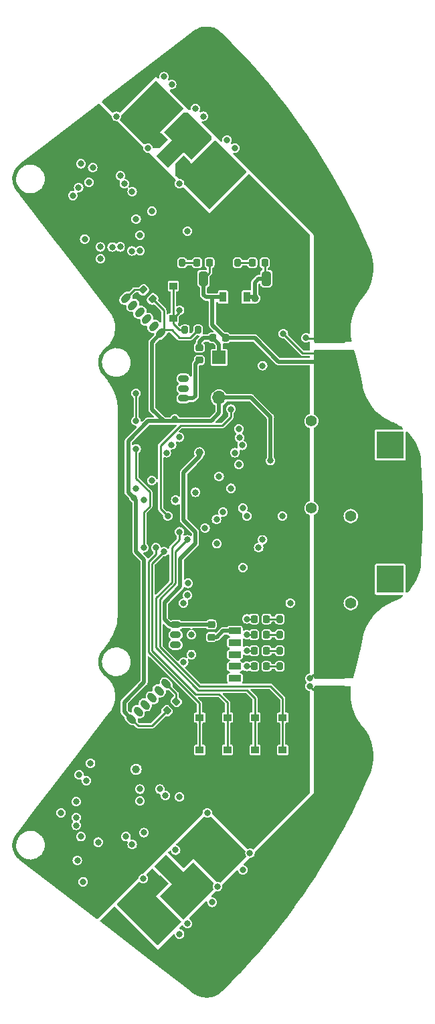
<source format=gbr>
%TF.GenerationSoftware,KiCad,Pcbnew,(6.0.8)*%
%TF.CreationDate,2022-10-14T22:36:05+09:00*%
%TF.ProjectId,ORION_VV_driver_v2,4f52494f-4e5f-4565-965f-647269766572,rev?*%
%TF.SameCoordinates,Original*%
%TF.FileFunction,Copper,L1,Top*%
%TF.FilePolarity,Positive*%
%FSLAX46Y46*%
G04 Gerber Fmt 4.6, Leading zero omitted, Abs format (unit mm)*
G04 Created by KiCad (PCBNEW (6.0.8)) date 2022-10-14 22:36:05*
%MOMM*%
%LPD*%
G01*
G04 APERTURE LIST*
G04 Aperture macros list*
%AMRoundRect*
0 Rectangle with rounded corners*
0 $1 Rounding radius*
0 $2 $3 $4 $5 $6 $7 $8 $9 X,Y pos of 4 corners*
0 Add a 4 corners polygon primitive as box body*
4,1,4,$2,$3,$4,$5,$6,$7,$8,$9,$2,$3,0*
0 Add four circle primitives for the rounded corners*
1,1,$1+$1,$2,$3*
1,1,$1+$1,$4,$5*
1,1,$1+$1,$6,$7*
1,1,$1+$1,$8,$9*
0 Add four rect primitives between the rounded corners*
20,1,$1+$1,$2,$3,$4,$5,0*
20,1,$1+$1,$4,$5,$6,$7,0*
20,1,$1+$1,$6,$7,$8,$9,0*
20,1,$1+$1,$8,$9,$2,$3,0*%
%AMHorizOval*
0 Thick line with rounded ends*
0 $1 width*
0 $2 $3 position (X,Y) of the first rounded end (center of the circle)*
0 $4 $5 position (X,Y) of the second rounded end (center of the circle)*
0 Add line between two ends*
20,1,$1,$2,$3,$4,$5,0*
0 Add two circle primitives to create the rounded ends*
1,1,$1,$2,$3*
1,1,$1,$4,$5*%
%AMRotRect*
0 Rectangle, with rotation*
0 The origin of the aperture is its center*
0 $1 length*
0 $2 width*
0 $3 Rotation angle, in degrees counterclockwise*
0 Add horizontal line*
21,1,$1,$2,0,0,$3*%
%AMFreePoly0*
4,1,9,3.862500,-0.866500,0.737500,-0.866500,0.737500,-0.450000,-0.737500,-0.450000,-0.737500,0.450000,0.737500,0.450000,0.737500,0.866500,3.862500,0.866500,3.862500,-0.866500,3.862500,-0.866500,$1*%
G04 Aperture macros list end*
%TA.AperFunction,SMDPad,CuDef*%
%ADD10RoundRect,0.200000X-0.200000X-0.275000X0.200000X-0.275000X0.200000X0.275000X-0.200000X0.275000X0*%
%TD*%
%TA.AperFunction,SMDPad,CuDef*%
%ADD11RoundRect,0.218750X-0.218750X-0.256250X0.218750X-0.256250X0.218750X0.256250X-0.218750X0.256250X0*%
%TD*%
%TA.AperFunction,ComponentPad*%
%ADD12RoundRect,0.225000X0.475000X-0.225000X0.475000X0.225000X-0.475000X0.225000X-0.475000X-0.225000X0*%
%TD*%
%TA.AperFunction,ComponentPad*%
%ADD13O,1.400000X0.900000*%
%TD*%
%TA.AperFunction,SMDPad,CuDef*%
%ADD14R,0.900000X1.300000*%
%TD*%
%TA.AperFunction,SMDPad,CuDef*%
%ADD15FreePoly0,270.000000*%
%TD*%
%TA.AperFunction,SMDPad,CuDef*%
%ADD16RoundRect,0.200000X0.200000X0.275000X-0.200000X0.275000X-0.200000X-0.275000X0.200000X-0.275000X0*%
%TD*%
%TA.AperFunction,SMDPad,CuDef*%
%ADD17RoundRect,0.218750X0.218750X0.256250X-0.218750X0.256250X-0.218750X-0.256250X0.218750X-0.256250X0*%
%TD*%
%TA.AperFunction,SMDPad,CuDef*%
%ADD18R,1.000000X0.900000*%
%TD*%
%TA.AperFunction,SMDPad,CuDef*%
%ADD19RoundRect,0.250000X0.325000X0.650000X-0.325000X0.650000X-0.325000X-0.650000X0.325000X-0.650000X0*%
%TD*%
%TA.AperFunction,SMDPad,CuDef*%
%ADD20RoundRect,0.250000X1.775000X-0.262500X1.775000X0.262500X-1.775000X0.262500X-1.775000X-0.262500X0*%
%TD*%
%TA.AperFunction,SMDPad,CuDef*%
%ADD21RoundRect,0.250000X0.689429X0.229810X0.229810X0.689429X-0.689429X-0.229810X-0.229810X-0.689429X0*%
%TD*%
%TA.AperFunction,SMDPad,CuDef*%
%ADD22RoundRect,0.218750X-0.256250X0.218750X-0.256250X-0.218750X0.256250X-0.218750X0.256250X0.218750X0*%
%TD*%
%TA.AperFunction,SMDPad,CuDef*%
%ADD23RotRect,1.100000X1.450000X135.000000*%
%TD*%
%TA.AperFunction,SMDPad,CuDef*%
%ADD24RotRect,1.350000X2.899999X135.000000*%
%TD*%
%TA.AperFunction,ComponentPad*%
%ADD25R,1.700000X1.700000*%
%TD*%
%TA.AperFunction,ComponentPad*%
%ADD26O,1.700000X1.700000*%
%TD*%
%TA.AperFunction,ComponentPad*%
%ADD27C,3.500000*%
%TD*%
%TA.AperFunction,ComponentPad*%
%ADD28R,3.500000X3.500000*%
%TD*%
%TA.AperFunction,ComponentPad*%
%ADD29C,1.400000*%
%TD*%
%TA.AperFunction,ComponentPad*%
%ADD30RoundRect,0.225000X0.494975X0.176777X0.176777X0.494975X-0.494975X-0.176777X-0.176777X-0.494975X0*%
%TD*%
%TA.AperFunction,ComponentPad*%
%ADD31HorizOval,0.900000X0.176777X0.176777X-0.176777X-0.176777X0*%
%TD*%
%TA.AperFunction,SMDPad,CuDef*%
%ADD32RoundRect,0.250000X-0.229810X0.689429X-0.689429X0.229810X0.229810X-0.689429X0.689429X-0.229810X0*%
%TD*%
%TA.AperFunction,SMDPad,CuDef*%
%ADD33RoundRect,0.250000X-0.325000X-0.650000X0.325000X-0.650000X0.325000X0.650000X-0.325000X0.650000X0*%
%TD*%
%TA.AperFunction,SMDPad,CuDef*%
%ADD34RoundRect,0.200000X-0.053033X0.335876X-0.335876X0.053033X0.053033X-0.335876X0.335876X-0.053033X0*%
%TD*%
%TA.AperFunction,SMDPad,CuDef*%
%ADD35RoundRect,0.250000X-1.775000X0.262500X-1.775000X-0.262500X1.775000X-0.262500X1.775000X0.262500X0*%
%TD*%
%TA.AperFunction,ComponentPad*%
%ADD36RoundRect,0.225000X-0.475000X0.225000X-0.475000X-0.225000X0.475000X-0.225000X0.475000X0.225000X0*%
%TD*%
%TA.AperFunction,SMDPad,CuDef*%
%ADD37RoundRect,0.225000X-0.335876X-0.017678X-0.017678X-0.335876X0.335876X0.017678X0.017678X0.335876X0*%
%TD*%
%TA.AperFunction,ComponentPad*%
%ADD38RoundRect,0.225000X0.176777X-0.494975X0.494975X-0.176777X-0.176777X0.494975X-0.494975X0.176777X0*%
%TD*%
%TA.AperFunction,ComponentPad*%
%ADD39HorizOval,0.900000X-0.176777X0.176777X0.176777X-0.176777X0*%
%TD*%
%TA.AperFunction,SMDPad,CuDef*%
%ADD40RoundRect,0.225000X0.017678X-0.335876X0.335876X-0.017678X-0.017678X0.335876X-0.335876X0.017678X0*%
%TD*%
%TA.AperFunction,ComponentPad*%
%ADD41RoundRect,0.225000X-0.575000X0.225000X-0.575000X-0.225000X0.575000X-0.225000X0.575000X0.225000X0*%
%TD*%
%TA.AperFunction,SMDPad,CuDef*%
%ADD42RoundRect,0.200000X-0.335876X-0.053033X-0.053033X-0.335876X0.335876X0.053033X0.053033X0.335876X0*%
%TD*%
%TA.AperFunction,SMDPad,CuDef*%
%ADD43RotRect,1.100000X1.450000X45.000000*%
%TD*%
%TA.AperFunction,SMDPad,CuDef*%
%ADD44RotRect,1.350000X2.899999X45.000000*%
%TD*%
%TA.AperFunction,ComponentPad*%
%ADD45RoundRect,0.625000X0.000000X-0.883883X0.883883X0.000000X0.000000X0.883883X-0.883883X0.000000X0*%
%TD*%
%TA.AperFunction,ComponentPad*%
%ADD46RoundRect,0.625000X-0.883883X0.000000X0.000000X-0.883883X0.883883X0.000000X0.000000X0.883883X0*%
%TD*%
%TA.AperFunction,ViaPad*%
%ADD47C,0.800000*%
%TD*%
%TA.AperFunction,ViaPad*%
%ADD48C,1.000000*%
%TD*%
%TA.AperFunction,Conductor*%
%ADD49C,0.500000*%
%TD*%
%TA.AperFunction,Conductor*%
%ADD50C,0.250000*%
%TD*%
G04 APERTURE END LIST*
D10*
%TO.P,R17,2*%
%TO.N,Net-(D15-Pad1)*%
X115325000Y-68500000D03*
%TO.P,R17,1*%
%TO.N,GND*%
X113675000Y-68500000D03*
%TD*%
%TO.P,R16,1*%
%TO.N,GND*%
X106675000Y-68500000D03*
%TO.P,R16,2*%
%TO.N,Net-(D14-Pad1)*%
X108325000Y-68500000D03*
%TD*%
D11*
%TO.P,D15,1,K*%
%TO.N,Net-(D15-Pad1)*%
X117212500Y-68500000D03*
%TO.P,D15,2,A*%
%TO.N,+15V*%
X118787500Y-68500000D03*
%TD*%
%TO.P,D14,1,K*%
%TO.N,Net-(D14-Pad1)*%
X110212500Y-68500000D03*
%TO.P,D14,2,A*%
%TO.N,+BATT*%
X111787500Y-68500000D03*
%TD*%
D12*
%TO.P,J2,1,Pin_1*%
%TO.N,GND*%
X108500000Y-86875000D03*
D13*
%TO.P,J2,2,Pin_2*%
%TO.N,+5V*%
X108500000Y-85625000D03*
%TO.P,J2,3,Pin_3*%
%TO.N,/CAN_L*%
X108500000Y-84375000D03*
%TO.P,J2,4,Pin_4*%
%TO.N,/CAN_H*%
X108500000Y-83125000D03*
%TD*%
D10*
%TO.P,R5,1*%
%TO.N,/NRST*%
X108675000Y-77000000D03*
%TO.P,R5,2*%
%TO.N,+3V3*%
X110325000Y-77000000D03*
%TD*%
D14*
%TO.P,U2,3,IN*%
%TO.N,+BATT*%
X113500000Y-72850000D03*
D15*
%TO.P,U2,2,GND*%
%TO.N,GND*%
X115000000Y-72937500D03*
D14*
%TO.P,U2,1,OUT*%
%TO.N,+15V*%
X116500000Y-72850000D03*
%TD*%
D16*
%TO.P,R2,1*%
%TO.N,GND*%
X122325000Y-115500000D03*
%TO.P,R2,2*%
%TO.N,Net-(D2-Pad1)*%
X120675000Y-115500000D03*
%TD*%
D17*
%TO.P,D2,1,K*%
%TO.N,Net-(D2-Pad1)*%
X119000000Y-115500000D03*
%TO.P,D2,2,A*%
%TO.N,/LED_1*%
X117425000Y-115500000D03*
%TD*%
D18*
%TO.P,SW4,1,1*%
%TO.N,GND*%
X112450000Y-125950000D03*
X112450000Y-130050000D03*
%TO.P,SW4,2,2*%
%TO.N,/SW2*%
X114050000Y-130050000D03*
X114050000Y-125950000D03*
%TD*%
D19*
%TO.P,C37,2*%
%TO.N,GND*%
X123025000Y-71000000D03*
%TO.P,C37,1*%
%TO.N,/M0_CSL*%
X125975000Y-71000000D03*
%TD*%
D20*
%TO.P,R26,1*%
%TO.N,+BATT*%
X127000000Y-80000000D03*
%TO.P,R26,2*%
%TO.N,/M0_CSL*%
X127000000Y-78125000D03*
%TD*%
D21*
%TO.P,C26,1*%
%TO.N,/M1_CSL*%
X125042983Y-136542983D03*
%TO.P,C26,2*%
%TO.N,GND*%
X122957017Y-134457017D03*
%TD*%
D18*
%TO.P,SW5,1,1*%
%TO.N,GND*%
X108950000Y-125950000D03*
X108950000Y-130050000D03*
%TO.P,SW5,2,2*%
%TO.N,/SW3*%
X110550000Y-130050000D03*
X110550000Y-125950000D03*
%TD*%
D22*
%TO.P,D13,1,K*%
%TO.N,Net-(D12-Pad1)*%
X110500000Y-79212500D03*
%TO.P,D13,2,A*%
%TO.N,+5V*%
X110500000Y-80787500D03*
%TD*%
D23*
%TO.P,J12,1,Pin_1*%
%TO.N,/M0_U*%
X105596016Y-53075558D03*
%TO.P,J12,2,Pin_2*%
%TO.N,/M0_V*%
X107010230Y-54489772D03*
%TO.P,J12,3,Pin_3*%
%TO.N,/M0_W*%
X108424443Y-55903985D03*
D24*
%TO.P,J12,4,Pin_4*%
%TO.N,GND*%
X99323981Y-55253448D03*
%TO.P,J12,5,Pin_5*%
X106246554Y-62176020D03*
%TD*%
D25*
%TO.P,J14,1,Pin_1*%
%TO.N,Net-(D12-Pad1)*%
X113000000Y-80475000D03*
D26*
%TO.P,J14,2,Pin_2*%
%TO.N,GND*%
X113000000Y-83015000D03*
%TO.P,J14,3,Pin_3*%
%TO.N,+3V3*%
X113000000Y-85555000D03*
%TD*%
D17*
%TO.P,D1,1,K*%
%TO.N,Net-(D1-Pad1)*%
X119000000Y-117540000D03*
%TO.P,D1,2,A*%
%TO.N,/LED_0*%
X117425000Y-117540000D03*
%TD*%
D22*
%TO.P,D5,1,K*%
%TO.N,+5V*%
X112000000Y-114212500D03*
%TO.P,D5,2,A*%
%TO.N,Net-(D5-Pad2)*%
X112000000Y-115787500D03*
%TD*%
D19*
%TO.P,C36,1*%
%TO.N,/M0_CSL*%
X125975000Y-68500000D03*
%TO.P,C36,2*%
%TO.N,GND*%
X123025000Y-68500000D03*
%TD*%
D27*
%TO.P,J11,2,Pin_2*%
%TO.N,+BATT*%
X134675000Y-96500000D03*
D28*
%TO.P,J11,1,Pin_1*%
%TO.N,GND*%
X134675000Y-91500000D03*
D29*
%TO.P,J11,*%
%TO.N,*%
X124675000Y-88500000D03*
X124675000Y-99500000D03*
%TD*%
D30*
%TO.P,J6,1,Pin_1*%
%TO.N,GND*%
X106505204Y-78298097D03*
D31*
%TO.P,J6,2,Pin_2*%
%TO.N,+3V3*%
X105621321Y-77414214D03*
%TO.P,J6,3,Pin_3*%
%TO.N,/NSS_ENC1*%
X104737437Y-76530330D03*
%TO.P,J6,4,Pin_4*%
%TO.N,/SPI_CLK*%
X103853554Y-75646447D03*
%TO.P,J6,5,Pin_5*%
%TO.N,/SPI_MISO*%
X102969670Y-74762563D03*
%TO.P,J6,6,Pin_6*%
%TO.N,/SPI_MOSI*%
X102085787Y-73878680D03*
%TO.P,J6,7,Pin_7*%
%TO.N,/TEMP_1*%
X101201903Y-72994796D03*
%TD*%
D21*
%TO.P,C3,1*%
%TO.N,/M1_CSL*%
X119085966Y-142585966D03*
%TO.P,C3,2*%
%TO.N,GND*%
X117000000Y-140500000D03*
%TD*%
D32*
%TO.P,C25,1*%
%TO.N,/M0_CSL*%
X125042983Y-63957017D03*
%TO.P,C25,2*%
%TO.N,GND*%
X122957017Y-66042983D03*
%TD*%
D16*
%TO.P,R4,2*%
%TO.N,Net-(D4-Pad1)*%
X120675000Y-119500000D03*
%TO.P,R4,1*%
%TO.N,GND*%
X122325000Y-119500000D03*
%TD*%
D18*
%TO.P,SW3,1,1*%
%TO.N,GND*%
X115950000Y-130050000D03*
X115950000Y-125950000D03*
%TO.P,SW3,2,2*%
%TO.N,/SW1*%
X117550000Y-130050000D03*
X117550000Y-125950000D03*
%TD*%
D16*
%TO.P,R3,1*%
%TO.N,GND*%
X122325000Y-113500000D03*
%TO.P,R3,2*%
%TO.N,Net-(D3-Pad1)*%
X120675000Y-113500000D03*
%TD*%
D33*
%TO.P,C4,1*%
%TO.N,GND*%
X116025000Y-70500000D03*
%TO.P,C4,2*%
%TO.N,+15V*%
X118975000Y-70500000D03*
%TD*%
D17*
%TO.P,D4,2,A*%
%TO.N,+3V3*%
X117425000Y-119500000D03*
%TO.P,D4,1,K*%
%TO.N,Net-(D4-Pad1)*%
X119000000Y-119500000D03*
%TD*%
D18*
%TO.P,SW1,1,1*%
%TO.N,GND*%
X108800000Y-71450000D03*
X108800000Y-75550000D03*
%TO.P,SW1,2,2*%
%TO.N,/NRST*%
X107200000Y-75550000D03*
X107200000Y-71450000D03*
%TD*%
D34*
%TO.P,R15,1*%
%TO.N,/TEMP_0*%
X107583363Y-123916637D03*
%TO.P,R15,2*%
%TO.N,+3V3*%
X106416637Y-125083363D03*
%TD*%
D19*
%TO.P,C34,1*%
%TO.N,/M0_CSL*%
X125975000Y-73500000D03*
%TO.P,C34,2*%
%TO.N,GND*%
X123025000Y-73500000D03*
%TD*%
D35*
%TO.P,R20,1*%
%TO.N,+BATT*%
X127000000Y-120562500D03*
%TO.P,R20,2*%
%TO.N,/M1_CSL*%
X127000000Y-122437500D03*
%TD*%
D19*
%TO.P,C33,1*%
%TO.N,/M1_CSL*%
X125975000Y-132000000D03*
%TO.P,C33,2*%
%TO.N,GND*%
X123025000Y-132000000D03*
%TD*%
D11*
%TO.P,D12,1,K*%
%TO.N,Net-(D12-Pad1)*%
X112212500Y-78000000D03*
%TO.P,D12,2,A*%
%TO.N,+BATT*%
X113787500Y-78000000D03*
%TD*%
D19*
%TO.P,C32,1*%
%TO.N,/M0_CSL*%
X125975000Y-76000000D03*
%TO.P,C32,2*%
%TO.N,GND*%
X123025000Y-76000000D03*
%TD*%
%TO.P,C2,2*%
%TO.N,+BATT*%
X111025000Y-70500000D03*
%TO.P,C2,1*%
%TO.N,GND*%
X113975000Y-70500000D03*
%TD*%
D36*
%TO.P,J3,1,Pin_1*%
%TO.N,GND*%
X107500000Y-113000000D03*
D13*
%TO.P,J3,2,Pin_2*%
%TO.N,+5V*%
X107500000Y-114250000D03*
%TO.P,J3,3,Pin_3*%
%TO.N,/CAN_L*%
X107500000Y-115500000D03*
%TO.P,J3,4,Pin_4*%
%TO.N,/CAN_H*%
X107500000Y-116750000D03*
%TD*%
D37*
%TO.P,C38,1*%
%TO.N,GND*%
X97951992Y-150451992D03*
%TO.P,C38,2*%
%TO.N,/M1_CSL*%
X99048008Y-151548008D03*
%TD*%
D19*
%TO.P,C10,1*%
%TO.N,/M1_CSL*%
X125975000Y-124500000D03*
%TO.P,C10,2*%
%TO.N,GND*%
X123025000Y-124500000D03*
%TD*%
D29*
%TO.P,J15,*%
%TO.N,*%
X129650000Y-111500000D03*
X129650000Y-100500000D03*
D28*
%TO.P,J15,1,Pin_1*%
%TO.N,GND*%
X134650000Y-108500000D03*
D27*
%TO.P,J15,2,Pin_2*%
%TO.N,+BATT*%
X134650000Y-103500000D03*
%TD*%
D16*
%TO.P,R1,1*%
%TO.N,GND*%
X122325000Y-117540000D03*
%TO.P,R1,2*%
%TO.N,Net-(D1-Pad1)*%
X120675000Y-117540000D03*
%TD*%
D38*
%TO.P,J5,1,Pin_1*%
%TO.N,GND*%
X101000000Y-127000000D03*
D39*
%TO.P,J5,2,Pin_2*%
%TO.N,+3V3*%
X101883883Y-126116117D03*
%TO.P,J5,3,Pin_3*%
%TO.N,/NSS_ENC0*%
X102767767Y-125232233D03*
%TO.P,J5,4,Pin_4*%
%TO.N,/SPI_CLK*%
X103651650Y-124348350D03*
%TO.P,J5,5,Pin_5*%
%TO.N,/SPI_MISO*%
X104535534Y-123464466D03*
%TO.P,J5,6,Pin_6*%
%TO.N,/SPI_MOSI*%
X105419417Y-122580583D03*
%TO.P,J5,7,Pin_7*%
%TO.N,/TEMP_0*%
X106303301Y-121696699D03*
%TD*%
D17*
%TO.P,D3,1,K*%
%TO.N,Net-(D3-Pad1)*%
X119000000Y-113500000D03*
%TO.P,D3,2,A*%
%TO.N,/LED_2*%
X117425000Y-113500000D03*
%TD*%
D40*
%TO.P,C39,1*%
%TO.N,GND*%
X97951992Y-49548008D03*
%TO.P,C39,2*%
%TO.N,/M0_CSL*%
X99048008Y-48451992D03*
%TD*%
D41*
%TO.P,J4,1,Pin_1*%
%TO.N,GND*%
X115000000Y-113500000D03*
%TO.P,J4,2,Pin_2*%
%TO.N,Net-(D5-Pad2)*%
X115000000Y-115000000D03*
%TO.P,J4,3,Pin_3*%
%TO.N,/SWDIO*%
X115000000Y-116500000D03*
%TO.P,J4,4,Pin_4*%
%TO.N,/SWCLK*%
X115000000Y-118000000D03*
%TO.P,J4,5,Pin_5*%
%TO.N,/UART1_TX*%
X115000000Y-119500000D03*
%TO.P,J4,6,Pin_6*%
%TO.N,/UART1_RX*%
X115000000Y-121000000D03*
%TD*%
D19*
%TO.P,C31,1*%
%TO.N,/M1_CSL*%
X125975000Y-129500000D03*
%TO.P,C31,2*%
%TO.N,GND*%
X123025000Y-129500000D03*
%TD*%
D32*
%TO.P,C30,1*%
%TO.N,/M0_CSL*%
X121042983Y-59957017D03*
%TO.P,C30,2*%
%TO.N,GND*%
X118957017Y-62042983D03*
%TD*%
D19*
%TO.P,C35,2*%
%TO.N,GND*%
X123025000Y-127000000D03*
%TO.P,C35,1*%
%TO.N,/M1_CSL*%
X125975000Y-127000000D03*
%TD*%
D42*
%TO.P,R14,1*%
%TO.N,/TEMP_1*%
X103416637Y-71916637D03*
%TO.P,R14,2*%
%TO.N,+3V3*%
X104583363Y-73083363D03*
%TD*%
D21*
%TO.P,C1,1*%
%TO.N,/M1_CSL*%
X121042983Y-140542983D03*
%TO.P,C1,2*%
%TO.N,GND*%
X118957017Y-138457017D03*
%TD*%
%TO.P,C28,1*%
%TO.N,/M1_CSL*%
X123042983Y-138542983D03*
%TO.P,C28,2*%
%TO.N,GND*%
X120957017Y-136457017D03*
%TD*%
D32*
%TO.P,C27,2*%
%TO.N,GND*%
X120957017Y-64042983D03*
%TO.P,C27,1*%
%TO.N,/M0_CSL*%
X123042983Y-61957017D03*
%TD*%
%TO.P,C29,1*%
%TO.N,/M0_CSL*%
X119042983Y-57957017D03*
%TO.P,C29,2*%
%TO.N,GND*%
X116957017Y-60042983D03*
%TD*%
D43*
%TO.P,J13,1,Pin_1*%
%TO.N,/M1_U*%
X108500000Y-144000000D03*
%TO.P,J13,2,Pin_2*%
%TO.N,/M1_V*%
X107085786Y-145414214D03*
%TO.P,J13,3,Pin_3*%
%TO.N,/M1_W*%
X105671573Y-146828427D03*
D44*
%TO.P,J13,4,Pin_4*%
%TO.N,GND*%
X106322110Y-137727965D03*
%TO.P,J13,5,Pin_5*%
X99399538Y-144650538D03*
%TD*%
D18*
%TO.P,SW2,1,1*%
%TO.N,GND*%
X119450000Y-125950000D03*
X119450000Y-130050000D03*
%TO.P,SW2,2,2*%
%TO.N,/SW0*%
X121050000Y-130050000D03*
X121050000Y-125950000D03*
%TD*%
D45*
%TO.P,GD2,25,PAD*%
%TO.N,GND*%
X99000000Y-62000000D03*
%TD*%
D46*
%TO.P,GD1,25,PAD*%
%TO.N,GND*%
X99000000Y-137580761D03*
%TD*%
D47*
%TO.N,+15V*%
X103500000Y-140500000D03*
%TO.N,GND*%
X116500000Y-76500000D03*
X116500000Y-75500000D03*
X116500000Y-74500000D03*
X123500000Y-96000000D03*
X123500000Y-117500000D03*
X123500000Y-115000000D03*
X123500000Y-112500000D03*
X123500000Y-106000000D03*
X123500000Y-104000000D03*
X123500000Y-108000000D03*
X123500000Y-110000000D03*
D48*
X107000000Y-128000000D03*
X104000000Y-128000000D03*
X92000000Y-146000000D03*
X91000000Y-139000000D03*
X94000000Y-135000000D03*
X98000000Y-129000000D03*
X98000000Y-71000000D03*
X95000000Y-68000000D03*
X93000000Y-65000000D03*
X91000000Y-62000000D03*
X92000000Y-55000000D03*
X94000000Y-53000000D03*
D47*
%TO.N,/NRST*%
X102487701Y-84987701D03*
X108000000Y-74500000D03*
%TO.N,+15V*%
X93000000Y-138000000D03*
X96737701Y-131737701D03*
D48*
X117500000Y-73000000D03*
D47*
X104500000Y-62000000D03*
X100500000Y-57500000D03*
X103000000Y-65000000D03*
X95062299Y-144000000D03*
D48*
X102500000Y-132500000D03*
D47*
X96000000Y-65500000D03*
D48*
%TO.N,+5V*%
X110502338Y-92497662D03*
%TO.N,/M1_W*%
X102500000Y-149000000D03*
X102500000Y-151000000D03*
X104500000Y-151000000D03*
X105500000Y-150000000D03*
X106500000Y-151000000D03*
X105500000Y-152000000D03*
X104500000Y-153000000D03*
D47*
X95800000Y-146700000D03*
D48*
X103500000Y-150000000D03*
X104500000Y-149000000D03*
X101500000Y-150000000D03*
D47*
X108000000Y-153300000D03*
D48*
X103500000Y-152000000D03*
%TO.N,/M1_V*%
X107500000Y-146000000D03*
X109500000Y-146000000D03*
X109500000Y-148000000D03*
X107500000Y-148000000D03*
X108500000Y-149000000D03*
D47*
X102000000Y-142012016D03*
D48*
X110500000Y-147000000D03*
X108500000Y-147000000D03*
D47*
X112100000Y-149300000D03*
D48*
X106500000Y-145000000D03*
%TO.N,/M1_U*%
X113000000Y-140500000D03*
X112000000Y-141500000D03*
D47*
X116000000Y-145200000D03*
D48*
X113000000Y-144500000D03*
X112000000Y-143500000D03*
X111000000Y-142500000D03*
X110000000Y-141500000D03*
X112000000Y-139500000D03*
X115000000Y-142500000D03*
X114000000Y-141500000D03*
X113000000Y-142500000D03*
D47*
X106198281Y-135801720D03*
D48*
X114000000Y-143500000D03*
%TO.N,/M0_W*%
X114000000Y-56500000D03*
X111000000Y-59500000D03*
D47*
X115000000Y-54000000D03*
D48*
X112000000Y-56500000D03*
X115000000Y-57500000D03*
D47*
X109000000Y-64500000D03*
D48*
X112000000Y-60500000D03*
X114000000Y-58500000D03*
X111000000Y-57500000D03*
X113000000Y-55500000D03*
X113000000Y-57500000D03*
X112000000Y-58500000D03*
X113000000Y-59500000D03*
%TO.N,/M0_V*%
X108500000Y-51000000D03*
X109500000Y-54000000D03*
X109500000Y-52000000D03*
D47*
X101000000Y-58500000D03*
D48*
X110500000Y-53000000D03*
D47*
X111000000Y-50000000D03*
D48*
X108500000Y-53000000D03*
X107500000Y-54000000D03*
X106500000Y-55000000D03*
X107500000Y-52000000D03*
D47*
%TO.N,/M1_UL*%
X94919239Y-136580761D03*
X118500000Y-103500000D03*
%TO.N,/M1_VL*%
X116500000Y-100500000D03*
X95300000Y-133200000D03*
%TO.N,/M1_WL*%
X96197540Y-133924500D03*
X118000000Y-104500000D03*
%TO.N,Net-(GD1-Pad9)*%
X111500000Y-138000000D03*
X108000000Y-136000000D03*
%TO.N,Net-(GD1-Pad10)*%
X107500000Y-142700000D03*
X105500000Y-135000000D03*
%TO.N,Net-(GD1-Pad11)*%
X103000000Y-135000350D03*
X103400000Y-146300000D03*
%TO.N,Net-(GD1-Pad13)*%
X116900000Y-143100000D03*
X103000000Y-136500000D03*
%TO.N,Net-(GD1-Pad16)*%
X112800000Y-147300000D03*
X101224500Y-141000000D03*
%TO.N,Net-(GD1-Pad19)*%
X109000000Y-152000000D03*
X97700000Y-141700000D03*
%TO.N,/M1_UH*%
X95500000Y-141000000D03*
X115500000Y-94000000D03*
%TO.N,/M1_VH*%
X113000000Y-95500000D03*
X94919239Y-139580761D03*
%TO.N,/M1_WH*%
X94919239Y-138580761D03*
X114500000Y-97000000D03*
%TO.N,/M0_UL*%
X99470319Y-66511636D03*
X106325980Y-92500000D03*
%TO.N,/M0_VL*%
X98000000Y-66500000D03*
X106987701Y-91487701D03*
%TO.N,/M0_WL*%
X107946535Y-90545756D03*
X98000000Y-68000000D03*
%TO.N,Net-(GD2-Pad9)*%
X100000000Y-50000000D03*
X94500000Y-60000000D03*
%TO.N,Net-(GD2-Pad10)*%
X104012307Y-54007479D03*
X95224500Y-59000000D03*
%TO.N,Net-(GD2-Pad11)*%
X108000000Y-58500000D03*
X96528461Y-58336744D03*
%TO.N,Net-(GD2-Pad13)*%
X106000000Y-45000000D03*
X97012299Y-56487701D03*
%TO.N,Net-(GD2-Pad16)*%
X102000000Y-59500000D03*
X110000000Y-49000000D03*
%TO.N,Net-(GD2-Pad19)*%
X102500000Y-63000000D03*
X114000000Y-53000000D03*
%TO.N,/M0_UH*%
X103000000Y-67000000D03*
X115903768Y-91564084D03*
%TO.N,/M0_VH*%
X115575451Y-90600049D03*
X101980001Y-67019999D03*
%TO.N,/M0_WH*%
X100482282Y-66499611D03*
X115500000Y-89500000D03*
%TO.N,+BATT*%
X127000000Y-102000000D03*
X124500000Y-121000000D03*
X121124500Y-77475192D03*
D48*
%TO.N,/M0_U*%
X102500000Y-51000000D03*
X102500000Y-49000000D03*
X105500000Y-50000000D03*
D47*
X95500000Y-56000000D03*
D48*
X104500000Y-47000000D03*
X106500000Y-49000000D03*
X105500000Y-48000000D03*
D47*
X107000000Y-46000000D03*
D48*
X104500000Y-49000000D03*
X103500000Y-48000000D03*
X103500000Y-52000000D03*
X104500000Y-51000000D03*
X103500000Y-50000000D03*
D47*
%TO.N,/SW0*%
X109000000Y-103500000D03*
%TO.N,/SW1*%
X108000000Y-102500000D03*
%TO.N,/M1_CS*%
X108512299Y-118987701D03*
X104481547Y-96018453D03*
%TO.N,/M0_CS*%
X106500000Y-100500000D03*
X114500000Y-87000000D03*
%TO.N,/SW2*%
X106000000Y-105000000D03*
%TO.N,/SW3*%
X105000000Y-104500000D03*
%TO.N,/UART1_TX*%
X107500000Y-98500000D03*
X109500000Y-115500000D03*
%TO.N,/UART1_RX*%
X110000000Y-97500000D03*
X109500000Y-118000000D03*
%TO.N,/NSS_ENC0*%
X116000000Y-107000000D03*
%TO.N,/NRST*%
X102500000Y-92000000D03*
X102500000Y-88500000D03*
X103500000Y-104500000D03*
%TO.N,+3V3*%
X102224500Y-98200000D03*
X119500000Y-93500000D03*
X116500000Y-119500000D03*
X107400000Y-88200000D03*
X115987701Y-99512299D03*
%TO.N,GND*%
X109500000Y-138500000D03*
X111224500Y-100724500D03*
X120500000Y-93500000D03*
D48*
X116000000Y-139500000D03*
D47*
X123500000Y-93500000D03*
X100500000Y-52500000D03*
D48*
X114500000Y-61500000D03*
D47*
X119000000Y-133000000D03*
X107500000Y-112000000D03*
X107500000Y-134000000D03*
X121500000Y-76000000D03*
D48*
X119000000Y-136500000D03*
D47*
X120000000Y-95000000D03*
D48*
X116500000Y-61500000D03*
X112500000Y-63500000D03*
D47*
X104500000Y-143500000D03*
X120500000Y-71000000D03*
X111500000Y-107000000D03*
D48*
X115000000Y-138500000D03*
D47*
X110500000Y-133500000D03*
X114000000Y-90000000D03*
X99500000Y-148500000D03*
D48*
X96500000Y-149500000D03*
D47*
X120500000Y-133000000D03*
X119000000Y-76000000D03*
D48*
X118500000Y-63500000D03*
D47*
X103987701Y-56487701D03*
X100500000Y-147500000D03*
X108275500Y-61000000D03*
X108500000Y-139500000D03*
D48*
X112000000Y-135500000D03*
D47*
X105900000Y-107600000D03*
D48*
X113000000Y-136500000D03*
D47*
X117500000Y-133000000D03*
D48*
X117000000Y-138500000D03*
X97000000Y-50500000D03*
D47*
X123500000Y-82500000D03*
D48*
X111500000Y-64500000D03*
X117500000Y-62500000D03*
D47*
X107500000Y-67000000D03*
X111224500Y-99275500D03*
X101500000Y-146500000D03*
X110012299Y-62512299D03*
D48*
X122000000Y-133500000D03*
D47*
X102500000Y-55000000D03*
X120500000Y-73000000D03*
X106000000Y-58500000D03*
D48*
X115500000Y-60500000D03*
D47*
X107129959Y-101911783D03*
X120500000Y-74500000D03*
X120500000Y-69000000D03*
X121500000Y-97000000D03*
X111500000Y-93500000D03*
X123500000Y-120000000D03*
D48*
X114000000Y-137500000D03*
D47*
X109500000Y-134500000D03*
X105387701Y-142500000D03*
D48*
X122000000Y-128500000D03*
X113500000Y-62500000D03*
D47*
X109500000Y-100724500D03*
D48*
X120000000Y-135500000D03*
D47*
X123500000Y-87000000D03*
D48*
X121000000Y-134500000D03*
X119500000Y-64500000D03*
D47*
X109500000Y-99275500D03*
D48*
X121500000Y-66500000D03*
D47*
X123000000Y-123000000D03*
X106400000Y-89600000D03*
D48*
X120500000Y-65500000D03*
X118000000Y-137500000D03*
D47*
X123500000Y-98500000D03*
X123500000Y-91000000D03*
%TO.N,/LED_0*%
X116500000Y-117500000D03*
X109074980Y-109000000D03*
%TO.N,/LED_1*%
X109000000Y-110500000D03*
X116500000Y-115500000D03*
%TO.N,/LED_2*%
X116500000Y-113500000D03*
X108500000Y-111500000D03*
%TO.N,/TEMP_0*%
X103500000Y-98500000D03*
%TO.N,/BATT_V_SENS*%
X115000000Y-92500000D03*
X121000000Y-100500000D03*
%TO.N,/SPI_CLK*%
X113500000Y-100000000D03*
%TO.N,/SPI_MISO*%
X112673511Y-100941836D03*
%TO.N,/SPI_MOSI*%
X111224500Y-102000000D03*
%TO.N,/NSS_ENC1*%
X112724500Y-104000000D03*
%TO.N,/TEMP_1*%
X102500000Y-97000000D03*
%TO.N,/3V3_HARF_REF*%
X118500000Y-81500000D03*
X122000000Y-111500000D03*
D48*
%TO.N,/M1_CSL*%
X111500000Y-158500000D03*
X127500000Y-135000000D03*
X121500000Y-142500000D03*
X120500000Y-143500000D03*
X112500000Y-157500000D03*
X118500000Y-151500000D03*
X115500000Y-154500000D03*
X119500000Y-150500000D03*
D47*
X124500000Y-122000000D03*
D48*
X127500000Y-130500000D03*
X106500000Y-157500000D03*
X122500000Y-141500000D03*
X121500000Y-148500000D03*
X127500000Y-132000000D03*
X122500000Y-147500000D03*
X121500000Y-146500000D03*
X114500000Y-155500000D03*
X119500000Y-144500000D03*
X120500000Y-149500000D03*
X127500000Y-136500000D03*
X116500000Y-153500000D03*
X113500000Y-156500000D03*
X117500000Y-152500000D03*
X124500000Y-139500000D03*
X126500000Y-137500000D03*
X120500000Y-145500000D03*
X123500000Y-140500000D03*
X127500000Y-129000000D03*
X127500000Y-133500000D03*
X100000000Y-152500000D03*
X105500000Y-156500000D03*
X125500000Y-138500000D03*
X110500000Y-159500000D03*
%TO.N,/M0_CSL*%
X122500000Y-58500000D03*
X105800000Y-43200000D03*
X120500000Y-50500000D03*
X111500000Y-41500000D03*
X127500000Y-67000000D03*
X121500000Y-57500000D03*
X127500000Y-70000000D03*
X125500000Y-61500000D03*
X113500000Y-43500000D03*
X122500000Y-52500000D03*
X119500000Y-55500000D03*
X115500000Y-45500000D03*
X116500000Y-46500000D03*
D47*
X124000000Y-78000000D03*
D48*
X120500000Y-54500000D03*
X127500000Y-65500000D03*
X118500000Y-48500000D03*
X121500000Y-51500000D03*
X120500000Y-56500000D03*
X106800000Y-42400000D03*
X127500000Y-68500000D03*
X114500000Y-44500000D03*
X124500000Y-60500000D03*
X127500000Y-71500000D03*
X123500000Y-59500000D03*
X121500000Y-53500000D03*
X112500000Y-42500000D03*
X117500000Y-47500000D03*
X126500000Y-62500000D03*
X127500000Y-64000000D03*
X110500000Y-40500000D03*
X100000000Y-47500000D03*
X119500000Y-49500000D03*
%TD*%
D49*
%TO.N,+15V*%
X118000000Y-70500000D02*
X118975000Y-70500000D01*
X117500000Y-71000000D02*
X118000000Y-70500000D01*
X117500000Y-73000000D02*
X117500000Y-71000000D01*
X117350000Y-72850000D02*
X116500000Y-72850000D01*
X117500000Y-73000000D02*
X117350000Y-72850000D01*
%TO.N,GND*%
X115000000Y-70500000D02*
X116025000Y-70500000D01*
X115000000Y-70500000D02*
X113975000Y-70500000D01*
X115000000Y-72937500D02*
X115000000Y-70500000D01*
%TO.N,+BATT*%
X112150000Y-76362500D02*
X113787500Y-78000000D01*
X112150000Y-72850000D02*
X112150000Y-76362500D01*
X112150000Y-72850000D02*
X113500000Y-72850000D01*
X111350000Y-72850000D02*
X112150000Y-72850000D01*
X111025000Y-70500000D02*
X111025000Y-72525000D01*
X111025000Y-72525000D02*
X111350000Y-72850000D01*
D50*
X111787500Y-69737500D02*
X111787500Y-68500000D01*
X111025000Y-70500000D02*
X111787500Y-69737500D01*
%TO.N,GND*%
X113675000Y-70200000D02*
X113975000Y-70500000D01*
X113675000Y-68500000D02*
X113675000Y-70200000D01*
X108500000Y-70000000D02*
X108800000Y-70300000D01*
X106675000Y-69675000D02*
X107000000Y-70000000D01*
X107000000Y-70000000D02*
X108500000Y-70000000D01*
X106675000Y-68500000D02*
X106675000Y-69675000D01*
X108800000Y-70300000D02*
X108800000Y-71450000D01*
%TO.N,Net-(D14-Pad1)*%
X110212500Y-68500000D02*
X108325000Y-68500000D01*
%TO.N,Net-(D15-Pad1)*%
X117212500Y-68500000D02*
X115325000Y-68500000D01*
%TO.N,+15V*%
X118787500Y-70312500D02*
X118975000Y-70500000D01*
X118787500Y-68500000D02*
X118787500Y-70312500D01*
%TO.N,+3V3*%
X109325000Y-78000000D02*
X110325000Y-77000000D01*
X107000000Y-77000000D02*
X108000000Y-78000000D01*
X108000000Y-78000000D02*
X109325000Y-78000000D01*
X106035535Y-77000000D02*
X107000000Y-77000000D01*
%TO.N,/NRST*%
X107200000Y-76200000D02*
X107200000Y-75550000D01*
X108675000Y-77000000D02*
X108000000Y-77000000D01*
X108000000Y-77000000D02*
X107200000Y-76200000D01*
X108000000Y-74750000D02*
X107200000Y-75550000D01*
X108000000Y-74500000D02*
X108000000Y-74750000D01*
%TO.N,+3V3*%
X105621321Y-77414214D02*
X106035535Y-77000000D01*
%TO.N,/M0_CS*%
X105601469Y-91598531D02*
X105601469Y-99601469D01*
X105601469Y-99601469D02*
X106500000Y-100500000D01*
X113425480Y-89074520D02*
X108125480Y-89074520D01*
X114500000Y-88000000D02*
X113425480Y-89074520D01*
X108125480Y-89074520D02*
X105601469Y-91598531D01*
X114500000Y-87000000D02*
X114500000Y-88000000D01*
D49*
%TO.N,Net-(D5-Pad2)*%
X112712500Y-115787500D02*
X113500000Y-115000000D01*
X113500000Y-115000000D02*
X115000000Y-115000000D01*
X112000000Y-115787500D02*
X112712500Y-115787500D01*
%TO.N,+5V*%
X112000000Y-114212500D02*
X107537500Y-114212500D01*
X107537500Y-114212500D02*
X107500000Y-114250000D01*
D50*
%TO.N,+BATT*%
X128500000Y-103500000D02*
X134650000Y-103500000D01*
X127000000Y-102000000D02*
X128500000Y-103500000D01*
%TO.N,/NRST*%
X102487701Y-84987701D02*
X102500000Y-85000000D01*
X102500000Y-85000000D02*
X102500000Y-88500000D01*
D49*
%TO.N,+5V*%
X110502338Y-92997662D02*
X110502338Y-92497662D01*
X108500000Y-101000000D02*
X108500000Y-95000000D01*
X108075000Y-109425000D02*
X108075000Y-105925000D01*
X106074520Y-111425480D02*
X108075000Y-109425000D01*
X108075000Y-105925000D02*
X110000000Y-104000000D01*
X110000000Y-104000000D02*
X110000000Y-102500000D01*
X106750000Y-114250000D02*
X106074520Y-113574520D01*
X108500000Y-95000000D02*
X110502338Y-92997662D01*
X106074520Y-113574520D02*
X106074520Y-111425480D01*
X110000000Y-102500000D02*
X108500000Y-101000000D01*
X107500000Y-114250000D02*
X106750000Y-114250000D01*
D50*
%TO.N,/SW0*%
X121050000Y-123550000D02*
X121050000Y-125950000D01*
X119500000Y-122000000D02*
X121050000Y-123550000D01*
X105500000Y-117000000D02*
X110500000Y-122000000D01*
X110500000Y-122000000D02*
X119500000Y-122000000D01*
X105500000Y-111000000D02*
X105500000Y-117000000D01*
X107500000Y-109000000D02*
X105500000Y-111000000D01*
X107500000Y-104975386D02*
X107500000Y-109000000D01*
X109000000Y-103500000D02*
X108975386Y-103500000D01*
X108975386Y-103500000D02*
X107500000Y-104975386D01*
%TO.N,/SW1*%
X117550000Y-123550000D02*
X117550000Y-125950000D01*
X110364282Y-122500000D02*
X116500000Y-122500000D01*
X105000000Y-110864282D02*
X105000000Y-117135718D01*
X116500000Y-122500000D02*
X117550000Y-123550000D01*
X107000000Y-104500000D02*
X107000000Y-108864282D01*
X108000000Y-103500000D02*
X107000000Y-104500000D01*
X107000000Y-108864282D02*
X105000000Y-110864282D01*
X108000000Y-102500000D02*
X108000000Y-103500000D01*
X105000000Y-117135718D02*
X110364282Y-122500000D01*
%TO.N,/SW2*%
X110000000Y-123000000D02*
X113000000Y-123000000D01*
X104524040Y-117524040D02*
X110000000Y-123000000D01*
X113000000Y-123000000D02*
X114050000Y-124050000D01*
X104524040Y-106475960D02*
X104524040Y-117524040D01*
X106000000Y-105000000D02*
X104524040Y-106475960D01*
X114050000Y-124050000D02*
X114050000Y-125950000D01*
D49*
%TO.N,+5V*%
X109700000Y-85625000D02*
X110000000Y-85325000D01*
X110000000Y-81287500D02*
X110500000Y-80787500D01*
X110000000Y-85325000D02*
X110000000Y-81287500D01*
X108500000Y-85625000D02*
X109700000Y-85625000D01*
D50*
%TO.N,+BATT*%
X124937500Y-120562500D02*
X127000000Y-120562500D01*
D49*
X113787500Y-78000000D02*
X117500000Y-78000000D01*
X126500000Y-81000000D02*
X127500000Y-80000000D01*
X120500000Y-81000000D02*
X126500000Y-81000000D01*
D50*
X121124500Y-77475192D02*
X123586808Y-79937500D01*
D49*
X117500000Y-78000000D02*
X120500000Y-81000000D01*
D50*
X124500000Y-121000000D02*
X124937500Y-120562500D01*
X123586808Y-79937500D02*
X127000000Y-79937500D01*
%TO.N,Net-(D1-Pad1)*%
X120675000Y-117540000D02*
X119000000Y-117540000D01*
%TO.N,Net-(D2-Pad1)*%
X119000000Y-115500000D02*
X120675000Y-115500000D01*
%TO.N,Net-(D3-Pad1)*%
X120675000Y-113500000D02*
X119000000Y-113500000D01*
%TO.N,Net-(D4-Pad1)*%
X119000000Y-119500000D02*
X120675000Y-119500000D01*
%TO.N,/SW0*%
X121050000Y-125950000D02*
X121050000Y-130050000D01*
%TO.N,/SW1*%
X117550000Y-125950000D02*
X117550000Y-130050000D01*
%TO.N,/SW2*%
X114050000Y-125950000D02*
X114050000Y-130050000D01*
%TO.N,/SW3*%
X110500000Y-124135718D02*
X110500000Y-125900000D01*
X105000000Y-104500000D02*
X105000000Y-105364282D01*
X105000000Y-105364282D02*
X104074520Y-106289762D01*
X110550000Y-125950000D02*
X110550000Y-130050000D01*
X104074520Y-106289762D02*
X104074520Y-117710238D01*
X110500000Y-125900000D02*
X110550000Y-125950000D01*
X104074520Y-117710238D02*
X110500000Y-124135718D01*
%TO.N,/NRST*%
X102500000Y-95765133D02*
X102500000Y-92000000D01*
X103500000Y-104500000D02*
X103500000Y-100000000D01*
X103500000Y-100000000D02*
X104224511Y-99275489D01*
X104224511Y-97489644D02*
X102500000Y-95765133D01*
X104224511Y-99275489D02*
X104224511Y-97489644D01*
X107200000Y-75550000D02*
X107200000Y-71450000D01*
D49*
%TO.N,+3V3*%
X103500000Y-106000000D02*
X103500000Y-121500000D01*
X107300000Y-88500000D02*
X112000000Y-88500000D01*
X106000000Y-88500000D02*
X104000000Y-88500000D01*
X102500000Y-105000000D02*
X103500000Y-106000000D01*
X101500000Y-91000000D02*
X101500000Y-97500000D01*
D50*
X117425000Y-119500000D02*
X116500000Y-119500000D01*
D49*
X112000000Y-88500000D02*
X113000000Y-87500000D01*
D50*
X107300000Y-88300000D02*
X107300000Y-88500000D01*
D49*
X104500000Y-78535535D02*
X104500000Y-87000000D01*
D50*
X102767766Y-127000000D02*
X101883883Y-126116117D01*
X106000000Y-74500000D02*
X106000000Y-77035535D01*
X106000000Y-77035535D02*
X105621321Y-77414214D01*
D49*
X105621321Y-77414214D02*
X104500000Y-78535535D01*
D50*
X104500000Y-127000000D02*
X102767766Y-127000000D01*
X104583363Y-73083363D02*
X106000000Y-74500000D01*
D49*
X119500000Y-88000000D02*
X119500000Y-93500000D01*
X101000000Y-124000000D02*
X101000000Y-125232234D01*
X101500000Y-97500000D02*
X102500000Y-98500000D01*
X113000000Y-85555000D02*
X117055000Y-85555000D01*
D50*
X106416637Y-125083363D02*
X104500000Y-127000000D01*
D49*
X104000000Y-88500000D02*
X101500000Y-91000000D01*
D50*
X107400000Y-88200000D02*
X107300000Y-88300000D01*
D49*
X102500000Y-98500000D02*
X102500000Y-105000000D01*
X106000000Y-88500000D02*
X107300000Y-88500000D01*
X113000000Y-87500000D02*
X113000000Y-85555000D01*
X117055000Y-85555000D02*
X119500000Y-88000000D01*
X101000000Y-125232234D02*
X101883883Y-126116117D01*
X104500000Y-87000000D02*
X106000000Y-88500000D01*
X103500000Y-121500000D02*
X101000000Y-124000000D01*
%TO.N,GND*%
X113000000Y-113500000D02*
X115000000Y-113500000D01*
X107500000Y-113000000D02*
X112500000Y-113000000D01*
X120500000Y-85500000D02*
X118015000Y-83015000D01*
X105500000Y-79303301D02*
X106505204Y-78298097D01*
X111000000Y-83500000D02*
X111485000Y-83015000D01*
X112500000Y-113000000D02*
X113000000Y-113500000D01*
X108500000Y-86875000D02*
X106375000Y-86875000D01*
X111485000Y-83015000D02*
X113000000Y-83015000D01*
D50*
X115950000Y-125950000D02*
X115950000Y-130050000D01*
D49*
X108500000Y-86875000D02*
X109625000Y-86875000D01*
X106375000Y-86875000D02*
X105500000Y-86000000D01*
D50*
X109500000Y-99275500D02*
X111224500Y-99275500D01*
X111224500Y-100724500D02*
X111224500Y-99275500D01*
X112450000Y-125950000D02*
X112450000Y-130050000D01*
D49*
X105500000Y-86000000D02*
X105500000Y-79303301D01*
X118015000Y-83015000D02*
X113000000Y-83015000D01*
X109625000Y-86875000D02*
X111000000Y-85500000D01*
D50*
X108800000Y-71450000D02*
X108800000Y-75550000D01*
X108950000Y-125950000D02*
X108950000Y-130050000D01*
D49*
X111000000Y-85500000D02*
X111000000Y-83500000D01*
D50*
X109500000Y-99275500D02*
X109500000Y-100724500D01*
D49*
X120500000Y-93500000D02*
X120500000Y-85500000D01*
D50*
X119450000Y-125950000D02*
X119450000Y-130050000D01*
X111224500Y-100724500D02*
X109500000Y-100724500D01*
%TO.N,/LED_0*%
X117425000Y-117540000D02*
X116540000Y-117540000D01*
X116540000Y-117540000D02*
X116500000Y-117500000D01*
%TO.N,/LED_1*%
X117425000Y-115500000D02*
X116500000Y-115500000D01*
%TO.N,/LED_2*%
X117425000Y-113500000D02*
X116500000Y-113500000D01*
%TO.N,/TEMP_0*%
X107583363Y-123916637D02*
X107583363Y-122976761D01*
X107583363Y-122976761D02*
X106303301Y-121696699D01*
%TO.N,/TEMP_1*%
X101201903Y-72994796D02*
X102280062Y-71916637D01*
X102280062Y-71916637D02*
X103416637Y-71916637D01*
%TO.N,/M1_CSL*%
X124937500Y-122437500D02*
X124500000Y-122000000D01*
X127000000Y-122437500D02*
X124937500Y-122437500D01*
%TO.N,/M0_CSL*%
X124062500Y-78062500D02*
X127000000Y-78062500D01*
X124000000Y-78000000D02*
X124062500Y-78062500D01*
D49*
%TO.N,Net-(D12-Pad1)*%
X110500000Y-79212500D02*
X110500000Y-78500000D01*
X111000000Y-78000000D02*
X112212500Y-78000000D01*
X113000000Y-78787500D02*
X112212500Y-78000000D01*
X113000000Y-80475000D02*
X113000000Y-78787500D01*
X110500000Y-78500000D02*
X111000000Y-78000000D01*
%TD*%
%TA.AperFunction,Conductor*%
%TO.N,/M0_CSL*%
G36*
X111433727Y-38652265D02*
G01*
X111580423Y-38661157D01*
X111727120Y-38670049D01*
X111740881Y-38671646D01*
X112030566Y-38721538D01*
X112044057Y-38724635D01*
X112151476Y-38755589D01*
X112326496Y-38806024D01*
X112339578Y-38810586D01*
X112611380Y-38922495D01*
X112623882Y-38928466D01*
X112881763Y-39069544D01*
X112893529Y-39076850D01*
X113134339Y-39245372D01*
X113145237Y-39253928D01*
X113344056Y-39428522D01*
X113345531Y-39430239D01*
X113345602Y-39430160D01*
X113347424Y-39431800D01*
X113348821Y-39434066D01*
X113349937Y-39435366D01*
X113350134Y-39435162D01*
X113360699Y-39445364D01*
X113367443Y-39455905D01*
X113367445Y-39455906D01*
X113367447Y-39455909D01*
X113379013Y-39463048D01*
X113384101Y-39467962D01*
X113396883Y-39478078D01*
X114614059Y-40696637D01*
X114615799Y-40698415D01*
X115358875Y-41473872D01*
X115831595Y-41967193D01*
X115833384Y-41969100D01*
X116417933Y-42605028D01*
X117022533Y-43262769D01*
X117024225Y-43264649D01*
X117703133Y-44034709D01*
X118186273Y-44582717D01*
X118187982Y-44584696D01*
X119322422Y-45926587D01*
X119324090Y-45928602D01*
X120430431Y-47293732D01*
X120432056Y-47295780D01*
X121509850Y-48683598D01*
X121511430Y-48685677D01*
X122231634Y-49653870D01*
X122560159Y-50095516D01*
X122561698Y-50097630D01*
X123500796Y-51416375D01*
X123580974Y-51528967D01*
X123582463Y-51531104D01*
X124135761Y-52343238D01*
X124571800Y-52983259D01*
X124573250Y-52985435D01*
X124577924Y-52992611D01*
X125426339Y-54295211D01*
X125532264Y-54457842D01*
X125533665Y-54460043D01*
X125662143Y-54666547D01*
X126461895Y-55951996D01*
X126463253Y-55954230D01*
X127360321Y-57465118D01*
X127361633Y-57467380D01*
X128227184Y-58996609D01*
X128228448Y-58998898D01*
X128459851Y-59428282D01*
X129052979Y-60528871D01*
X129062048Y-60545700D01*
X129063259Y-60548004D01*
X129853779Y-62090687D01*
X129864607Y-62111818D01*
X129865759Y-62114125D01*
X130376490Y-63163928D01*
X130634494Y-63694254D01*
X130635613Y-63696617D01*
X131371351Y-65292266D01*
X131372422Y-65294652D01*
X132060749Y-66872800D01*
X132063570Y-66882148D01*
X132067187Y-66889093D01*
X132070559Y-66908179D01*
X132070560Y-66908180D01*
X132080390Y-66921850D01*
X132080974Y-66924812D01*
X132082190Y-66924352D01*
X132082192Y-66924355D01*
X132086854Y-66936696D01*
X132086938Y-66937799D01*
X132088064Y-66939899D01*
X132236402Y-67332552D01*
X132239563Y-67342043D01*
X132256197Y-67399500D01*
X132361901Y-67764631D01*
X132364820Y-67774715D01*
X132367216Y-67784419D01*
X132444514Y-68161135D01*
X132457753Y-68225657D01*
X132459373Y-68235522D01*
X132512317Y-68663928D01*
X132514621Y-68682572D01*
X132515453Y-68692541D01*
X132535060Y-69142557D01*
X132535098Y-69152561D01*
X132529705Y-69302841D01*
X132519131Y-69597519D01*
X132518945Y-69602697D01*
X132518191Y-69612664D01*
X132475917Y-69977714D01*
X132466373Y-70060130D01*
X132464828Y-70070013D01*
X132396525Y-70416375D01*
X132377682Y-70511924D01*
X132375359Y-70521654D01*
X132253422Y-70955285D01*
X132250333Y-70964801D01*
X132094387Y-71387370D01*
X132090554Y-71396610D01*
X131904029Y-71800171D01*
X131901573Y-71805484D01*
X131897023Y-71814383D01*
X131680124Y-72200000D01*
X131676189Y-72206995D01*
X131670955Y-72215493D01*
X131431519Y-72571718D01*
X131419674Y-72589341D01*
X131413775Y-72597407D01*
X131153250Y-72925437D01*
X131137552Y-72940531D01*
X131138078Y-72941102D01*
X131132833Y-72945941D01*
X131127078Y-72950156D01*
X131126609Y-72950699D01*
X131125591Y-72952624D01*
X131124380Y-72953741D01*
X131124816Y-72954089D01*
X130834181Y-73318665D01*
X130569871Y-73707289D01*
X130568689Y-73709346D01*
X130568686Y-73709351D01*
X130410862Y-73984042D01*
X130335733Y-74114803D01*
X130334705Y-74116955D01*
X130334699Y-74116966D01*
X130134141Y-74536715D01*
X130133112Y-74538869D01*
X129963170Y-74977056D01*
X129826881Y-75426848D01*
X129826367Y-75429162D01*
X129826366Y-75429167D01*
X129798155Y-75556248D01*
X129725027Y-75885666D01*
X129724687Y-75888030D01*
X129724687Y-75888032D01*
X129713450Y-75966253D01*
X129658194Y-76350877D01*
X129626764Y-76819812D01*
X129626785Y-76822199D01*
X129626785Y-76822202D01*
X129627866Y-76944552D01*
X129630917Y-77289781D01*
X129670631Y-77758087D01*
X129671012Y-77760441D01*
X129671013Y-77760451D01*
X129741869Y-78198507D01*
X129745676Y-78222044D01*
X129753171Y-78253194D01*
X129775146Y-78344524D01*
X129771635Y-78415434D01*
X129730344Y-78473189D01*
X129664384Y-78499452D01*
X129652642Y-78500000D01*
X125126000Y-78500000D01*
X125057879Y-78479998D01*
X125011386Y-78426342D01*
X125000000Y-78374000D01*
X125000000Y-65000000D01*
X114808365Y-54808365D01*
X114774339Y-54746053D01*
X114779404Y-54675238D01*
X114821951Y-54618402D01*
X114888471Y-54593591D01*
X114913906Y-54594348D01*
X114991811Y-54604604D01*
X114991812Y-54604604D01*
X115000000Y-54605682D01*
X115008188Y-54604604D01*
X115148574Y-54586122D01*
X115156762Y-54585044D01*
X115302841Y-54524536D01*
X115428282Y-54428282D01*
X115524536Y-54302841D01*
X115585044Y-54156762D01*
X115605682Y-54000000D01*
X115585044Y-53843238D01*
X115524536Y-53697159D01*
X115445066Y-53593591D01*
X115433305Y-53578264D01*
X115428282Y-53571718D01*
X115302841Y-53475464D01*
X115156762Y-53414956D01*
X115000000Y-53394318D01*
X114843238Y-53414956D01*
X114697159Y-53475464D01*
X114692148Y-53479309D01*
X114624026Y-53495834D01*
X114556935Y-53472613D01*
X114513048Y-53416805D01*
X114506300Y-53346130D01*
X114520469Y-53308141D01*
X114524536Y-53302841D01*
X114585044Y-53156762D01*
X114605682Y-53000000D01*
X114585044Y-52843238D01*
X114524536Y-52697159D01*
X114456059Y-52607918D01*
X114433305Y-52578264D01*
X114428282Y-52571718D01*
X114302841Y-52475464D01*
X114156762Y-52414956D01*
X114000000Y-52394318D01*
X113843238Y-52414956D01*
X113697159Y-52475464D01*
X113571718Y-52571718D01*
X113566695Y-52578264D01*
X113543941Y-52607918D01*
X113475464Y-52697159D01*
X113414956Y-52843238D01*
X113394318Y-53000000D01*
X113395396Y-53008188D01*
X113395396Y-53008189D01*
X113405652Y-53086094D01*
X113394712Y-53156243D01*
X113347584Y-53209341D01*
X113279230Y-53228531D01*
X113211352Y-53207719D01*
X113191635Y-53191635D01*
X110808365Y-50808365D01*
X110774339Y-50746053D01*
X110779404Y-50675238D01*
X110821951Y-50618402D01*
X110888471Y-50593591D01*
X110913906Y-50594348D01*
X110991811Y-50604604D01*
X110991812Y-50604604D01*
X111000000Y-50605682D01*
X111008188Y-50604604D01*
X111148574Y-50586122D01*
X111156762Y-50585044D01*
X111302841Y-50524536D01*
X111428282Y-50428282D01*
X111524536Y-50302841D01*
X111585044Y-50156762D01*
X111605682Y-50000000D01*
X111585044Y-49843238D01*
X111524536Y-49697159D01*
X111445066Y-49593591D01*
X111433305Y-49578264D01*
X111428282Y-49571718D01*
X111302841Y-49475464D01*
X111156762Y-49414956D01*
X111000000Y-49394318D01*
X110843238Y-49414956D01*
X110697159Y-49475464D01*
X110692148Y-49479309D01*
X110624026Y-49495834D01*
X110556935Y-49472613D01*
X110513048Y-49416805D01*
X110506300Y-49346130D01*
X110520469Y-49308141D01*
X110524536Y-49302841D01*
X110585044Y-49156762D01*
X110605682Y-49000000D01*
X110585044Y-48843238D01*
X110524536Y-48697159D01*
X110456059Y-48607918D01*
X110433305Y-48578264D01*
X110428282Y-48571718D01*
X110302841Y-48475464D01*
X110156762Y-48414956D01*
X110000000Y-48394318D01*
X109843238Y-48414956D01*
X109697159Y-48475464D01*
X109571718Y-48571718D01*
X109566695Y-48578264D01*
X109543941Y-48607918D01*
X109475464Y-48697159D01*
X109414956Y-48843238D01*
X109394318Y-49000000D01*
X109395396Y-49008188D01*
X109395396Y-49008189D01*
X109405652Y-49086094D01*
X109394712Y-49156243D01*
X109347584Y-49209341D01*
X109279230Y-49228531D01*
X109211352Y-49207719D01*
X109191635Y-49191635D01*
X106808365Y-46808365D01*
X106774339Y-46746053D01*
X106779404Y-46675238D01*
X106821951Y-46618402D01*
X106888471Y-46593591D01*
X106913906Y-46594348D01*
X106991811Y-46604604D01*
X106991812Y-46604604D01*
X107000000Y-46605682D01*
X107008188Y-46604604D01*
X107148574Y-46586122D01*
X107156762Y-46585044D01*
X107302841Y-46524536D01*
X107428282Y-46428282D01*
X107524536Y-46302841D01*
X107585044Y-46156762D01*
X107605682Y-46000000D01*
X107585044Y-45843238D01*
X107524536Y-45697159D01*
X107428282Y-45571718D01*
X107302841Y-45475464D01*
X107156762Y-45414956D01*
X107000000Y-45394318D01*
X106843238Y-45414956D01*
X106697159Y-45475464D01*
X106692148Y-45479309D01*
X106624026Y-45495834D01*
X106556935Y-45472613D01*
X106513048Y-45416805D01*
X106506300Y-45346130D01*
X106520469Y-45308141D01*
X106524536Y-45302841D01*
X106585044Y-45156762D01*
X106605682Y-45000000D01*
X106585044Y-44843238D01*
X106524536Y-44697159D01*
X106428282Y-44571718D01*
X106302841Y-44475464D01*
X106156762Y-44414956D01*
X106000000Y-44394318D01*
X105843238Y-44414956D01*
X105697159Y-44475464D01*
X105571718Y-44571718D01*
X105475464Y-44697159D01*
X105414956Y-44843238D01*
X105394318Y-45000000D01*
X105395396Y-45008188D01*
X105395396Y-45008189D01*
X105405652Y-45086094D01*
X105394712Y-45156243D01*
X105347584Y-45209341D01*
X105279230Y-45228531D01*
X105211352Y-45207719D01*
X105191635Y-45191635D01*
X105000000Y-45000000D01*
X100506417Y-49493583D01*
X100444105Y-49527609D01*
X100373290Y-49522544D01*
X100340619Y-49504451D01*
X100309396Y-49480493D01*
X100309392Y-49480491D01*
X100302841Y-49475464D01*
X100156762Y-49414956D01*
X100000000Y-49394318D01*
X99843238Y-49414956D01*
X99697159Y-49475464D01*
X99690608Y-49480491D01*
X99690604Y-49480493D01*
X99659381Y-49504451D01*
X99593161Y-49530051D01*
X99523612Y-49515786D01*
X99493583Y-49493583D01*
X98222391Y-48222391D01*
X98188365Y-48160079D01*
X98193430Y-48089264D01*
X98234782Y-48033333D01*
X109677639Y-39252920D01*
X109692587Y-39243929D01*
X109697004Y-39240552D01*
X109709910Y-39234656D01*
X109718982Y-39223747D01*
X109730255Y-39215128D01*
X109730606Y-39215586D01*
X109736496Y-39210229D01*
X109874091Y-39116190D01*
X109955463Y-39060576D01*
X109967302Y-39053406D01*
X110226729Y-38915193D01*
X110239295Y-38909361D01*
X110512318Y-38800469D01*
X110525447Y-38796053D01*
X110808785Y-38717792D01*
X110822299Y-38714848D01*
X111112515Y-38668168D01*
X111126289Y-38666723D01*
X111324788Y-38656896D01*
X111419872Y-38652188D01*
X111433727Y-38652265D01*
G37*
%TD.AperFunction*%
%TD*%
%TA.AperFunction,Conductor*%
%TO.N,/M0_W*%
G36*
X112544032Y-53060134D02*
G01*
X112589095Y-53089095D01*
X116410905Y-56910905D01*
X116444931Y-56973217D01*
X116439866Y-57044032D01*
X116410905Y-57089095D01*
X111839095Y-61660905D01*
X111776783Y-61694931D01*
X111705968Y-61689866D01*
X111660905Y-61660905D01*
X108637325Y-58637325D01*
X108603299Y-58575013D01*
X108601498Y-58531785D01*
X108604604Y-58508191D01*
X108604604Y-58508188D01*
X108605682Y-58500000D01*
X108585044Y-58343238D01*
X108524536Y-58197159D01*
X108428282Y-58071718D01*
X108302841Y-57975464D01*
X108156762Y-57914956D01*
X108000000Y-57894318D01*
X107991812Y-57895396D01*
X107991809Y-57895396D01*
X107968215Y-57898502D01*
X107898066Y-57887562D01*
X107862675Y-57862675D01*
X107536905Y-57536905D01*
X107502879Y-57474593D01*
X107500000Y-57447810D01*
X107500000Y-56052190D01*
X107520002Y-55984069D01*
X107536905Y-55963095D01*
X108410905Y-55089095D01*
X108473217Y-55055069D01*
X108544032Y-55060134D01*
X108589095Y-55089095D01*
X109500000Y-56000000D01*
X112410905Y-53089095D01*
X112473217Y-53055069D01*
X112544032Y-53060134D01*
G37*
%TD.AperFunction*%
%TD*%
%TA.AperFunction,Conductor*%
%TO.N,GND*%
G36*
X96213165Y-132040542D02*
G01*
X96309419Y-132165983D01*
X96434860Y-132262237D01*
X96580939Y-132322745D01*
X96737701Y-132343383D01*
X96745889Y-132342305D01*
X96886275Y-132323823D01*
X96894463Y-132322745D01*
X97040542Y-132262237D01*
X97165983Y-132165983D01*
X97262237Y-132040542D01*
X97279030Y-132000000D01*
X102007507Y-132000000D01*
X101975604Y-132027831D01*
X101878113Y-132166547D01*
X101816524Y-132324513D01*
X101794394Y-132492611D01*
X101812999Y-132661135D01*
X101871266Y-132820356D01*
X101875502Y-132826659D01*
X101875502Y-132826660D01*
X101888574Y-132846113D01*
X101965830Y-132961083D01*
X101971442Y-132966190D01*
X101971445Y-132966193D01*
X102085612Y-133070077D01*
X102085616Y-133070080D01*
X102091233Y-133075191D01*
X102097906Y-133078814D01*
X102097910Y-133078817D01*
X102233558Y-133152467D01*
X102233560Y-133152468D01*
X102240235Y-133156092D01*
X102247584Y-133158020D01*
X102396883Y-133197188D01*
X102396885Y-133197188D01*
X102404233Y-133199116D01*
X102490609Y-133200473D01*
X102566161Y-133201660D01*
X102566164Y-133201660D01*
X102573760Y-133201779D01*
X102581165Y-133200083D01*
X102581166Y-133200083D01*
X102641586Y-133186245D01*
X102739029Y-133163928D01*
X102890498Y-133087747D01*
X103019423Y-132977634D01*
X103118361Y-132839947D01*
X103126237Y-132820356D01*
X103178766Y-132689687D01*
X103178767Y-132689685D01*
X103181601Y-132682634D01*
X103205490Y-132514778D01*
X103205645Y-132500000D01*
X103203840Y-132485080D01*
X103186692Y-132343383D01*
X103185276Y-132331680D01*
X103125345Y-132173077D01*
X103029312Y-132033349D01*
X102991882Y-132000000D01*
X124500000Y-132000000D01*
X124500000Y-135447810D01*
X124479998Y-135515931D01*
X124463095Y-135536905D01*
X117406417Y-142593583D01*
X117344105Y-142627609D01*
X117273290Y-142622544D01*
X117240619Y-142604451D01*
X117209396Y-142580493D01*
X117209392Y-142580491D01*
X117202841Y-142575464D01*
X117074458Y-142522286D01*
X117064391Y-142518116D01*
X117056762Y-142514956D01*
X116900000Y-142494318D01*
X116743238Y-142514956D01*
X116735611Y-142518115D01*
X116735608Y-142518116D01*
X116659599Y-142549600D01*
X116589009Y-142557189D01*
X116522286Y-142522286D01*
X112137325Y-138137325D01*
X112103299Y-138075013D01*
X112101498Y-138031785D01*
X112104604Y-138008191D01*
X112104604Y-138008188D01*
X112105682Y-138000000D01*
X112085044Y-137843238D01*
X112024536Y-137697159D01*
X111928282Y-137571718D01*
X111802841Y-137475464D01*
X111656762Y-137414956D01*
X111500000Y-137394318D01*
X111343238Y-137414956D01*
X111197159Y-137475464D01*
X111071718Y-137571718D01*
X110975464Y-137697159D01*
X110914956Y-137843238D01*
X110894318Y-138000000D01*
X110895396Y-138008188D01*
X110895396Y-138008191D01*
X110898502Y-138031785D01*
X110887562Y-138101934D01*
X110862675Y-138137325D01*
X103321627Y-145678373D01*
X103259315Y-145712399D01*
X103252541Y-145713579D01*
X103251424Y-145713878D01*
X103243238Y-145714956D01*
X103097159Y-145775464D01*
X102971718Y-145871718D01*
X102875464Y-145997159D01*
X102814956Y-146143238D01*
X102813878Y-146151426D01*
X102811741Y-146159402D01*
X102809818Y-146158887D01*
X102785473Y-146213911D01*
X102778373Y-146221627D01*
X97633105Y-151366895D01*
X97570793Y-151400921D01*
X97499978Y-151395856D01*
X97467309Y-151377765D01*
X91371127Y-146700000D01*
X95194318Y-146700000D01*
X95195396Y-146708188D01*
X95212567Y-146838612D01*
X95214956Y-146856762D01*
X95275464Y-147002841D01*
X95371718Y-147128282D01*
X95497159Y-147224536D01*
X95643238Y-147285044D01*
X95800000Y-147305682D01*
X95808188Y-147304604D01*
X95843775Y-147299919D01*
X95956762Y-147285044D01*
X96102841Y-147224536D01*
X96228282Y-147128282D01*
X96324536Y-147002841D01*
X96385044Y-146856762D01*
X96387434Y-146838612D01*
X96404604Y-146708188D01*
X96405682Y-146700000D01*
X96385044Y-146543238D01*
X96324536Y-146397159D01*
X96256059Y-146307918D01*
X96233305Y-146278264D01*
X96228282Y-146271718D01*
X96102841Y-146175464D01*
X95956762Y-146114956D01*
X95800000Y-146094318D01*
X95643238Y-146114956D01*
X95497159Y-146175464D01*
X95371718Y-146271718D01*
X95366695Y-146278264D01*
X95343941Y-146307918D01*
X95275464Y-146397159D01*
X95214956Y-146543238D01*
X95194318Y-146700000D01*
X91371127Y-146700000D01*
X87852419Y-144000000D01*
X94456617Y-144000000D01*
X94477255Y-144156762D01*
X94537763Y-144302841D01*
X94634017Y-144428282D01*
X94759458Y-144524536D01*
X94905537Y-144585044D01*
X95062299Y-144605682D01*
X95070487Y-144604604D01*
X95210873Y-144586122D01*
X95219061Y-144585044D01*
X95365140Y-144524536D01*
X95490581Y-144428282D01*
X95586835Y-144302841D01*
X95647343Y-144156762D01*
X95667981Y-144000000D01*
X95647343Y-143843238D01*
X95586835Y-143697159D01*
X95490581Y-143571718D01*
X95365140Y-143475464D01*
X95219061Y-143414956D01*
X95062299Y-143394318D01*
X94905537Y-143414956D01*
X94759458Y-143475464D01*
X94634017Y-143571718D01*
X94537763Y-143697159D01*
X94477255Y-143843238D01*
X94456617Y-144000000D01*
X87852419Y-144000000D01*
X87768842Y-143935869D01*
X87756311Y-143923777D01*
X87751886Y-143920369D01*
X87742851Y-143909427D01*
X87729963Y-143903485D01*
X87718723Y-143894829D01*
X87719180Y-143894235D01*
X87712491Y-143889912D01*
X87535502Y-143736251D01*
X87524637Y-143725601D01*
X87348657Y-143530931D01*
X87339153Y-143519049D01*
X87187911Y-143304572D01*
X87179910Y-143291632D01*
X87117509Y-143175584D01*
X87055617Y-143060484D01*
X87049237Y-143046678D01*
X87044029Y-143033349D01*
X86975021Y-142856762D01*
X86953720Y-142802252D01*
X86949048Y-142787773D01*
X86916480Y-142661135D01*
X86883684Y-142533605D01*
X86880792Y-142518675D01*
X86880719Y-142518116D01*
X86846541Y-142258484D01*
X86845469Y-142243312D01*
X86845025Y-142199116D01*
X86843885Y-142085827D01*
X86843441Y-142041713D01*
X87334337Y-142041713D01*
X87334965Y-142054784D01*
X87347176Y-142309018D01*
X87399385Y-142571489D01*
X87400965Y-142575889D01*
X87400965Y-142575890D01*
X87414014Y-142612235D01*
X87489816Y-142823360D01*
X87527778Y-142894011D01*
X87609809Y-143046678D01*
X87616482Y-143059098D01*
X87619277Y-143062841D01*
X87619279Y-143062844D01*
X87701594Y-143173077D01*
X87776602Y-143273524D01*
X87779909Y-143276802D01*
X87779914Y-143276808D01*
X87963341Y-143458640D01*
X87966657Y-143461927D01*
X87970423Y-143464689D01*
X87970425Y-143464690D01*
X88082244Y-143546679D01*
X88182472Y-143620169D01*
X88186607Y-143622345D01*
X88186611Y-143622347D01*
X88316185Y-143690519D01*
X88419306Y-143744774D01*
X88488686Y-143769002D01*
X88667540Y-143831461D01*
X88667546Y-143831463D01*
X88671957Y-143833003D01*
X88934873Y-143882920D01*
X89061883Y-143887910D01*
X89197612Y-143893243D01*
X89197617Y-143893243D01*
X89202280Y-143893426D01*
X89298210Y-143882920D01*
X89463649Y-143864802D01*
X89463654Y-143864801D01*
X89468302Y-143864292D01*
X89517171Y-143851426D01*
X89722576Y-143797347D01*
X89727096Y-143796157D01*
X89878154Y-143731258D01*
X89968674Y-143692368D01*
X89968677Y-143692366D01*
X89972977Y-143690519D01*
X89976957Y-143688056D01*
X89976961Y-143688054D01*
X90196569Y-143552156D01*
X90196573Y-143552153D01*
X90200542Y-143549697D01*
X90282292Y-143480491D01*
X90401227Y-143379805D01*
X90401228Y-143379804D01*
X90404793Y-143376786D01*
X90450635Y-143324513D01*
X90578161Y-143179099D01*
X90578165Y-143179094D01*
X90581243Y-143175584D01*
X90587056Y-143166547D01*
X90723486Y-142954442D01*
X90723489Y-142954437D01*
X90726014Y-142950511D01*
X90835928Y-142706511D01*
X90864792Y-142604167D01*
X90907299Y-142453450D01*
X90907300Y-142453447D01*
X90908569Y-142448946D01*
X90924794Y-142321408D01*
X90941944Y-142186602D01*
X90941944Y-142186598D01*
X90942342Y-142183472D01*
X90944816Y-142088977D01*
X90940272Y-142027831D01*
X90925331Y-141826765D01*
X90925330Y-141826761D01*
X90924984Y-141822100D01*
X90914428Y-141775447D01*
X90897356Y-141700000D01*
X97094318Y-141700000D01*
X97095396Y-141708188D01*
X97112567Y-141838612D01*
X97114956Y-141856762D01*
X97175464Y-142002841D01*
X97271718Y-142128282D01*
X97397159Y-142224536D01*
X97543238Y-142285044D01*
X97700000Y-142305682D01*
X97708188Y-142304604D01*
X97848574Y-142286122D01*
X97856762Y-142285044D01*
X98002841Y-142224536D01*
X98128282Y-142128282D01*
X98224536Y-142002841D01*
X98285044Y-141856762D01*
X98287434Y-141838612D01*
X98304604Y-141708188D01*
X98305682Y-141700000D01*
X98285044Y-141543238D01*
X98224536Y-141397159D01*
X98128282Y-141271718D01*
X98002841Y-141175464D01*
X97856762Y-141114956D01*
X97700000Y-141094318D01*
X97543238Y-141114956D01*
X97397159Y-141175464D01*
X97271718Y-141271718D01*
X97175464Y-141397159D01*
X97114956Y-141543238D01*
X97094318Y-141700000D01*
X90897356Y-141700000D01*
X90866953Y-141565643D01*
X90865922Y-141561086D01*
X90864229Y-141556732D01*
X90770622Y-141316021D01*
X90770621Y-141316019D01*
X90768929Y-141311668D01*
X90636135Y-141079327D01*
X90573598Y-141000000D01*
X94894318Y-141000000D01*
X94914956Y-141156762D01*
X94975464Y-141302841D01*
X94997593Y-141331680D01*
X95048256Y-141397705D01*
X95071718Y-141428282D01*
X95078264Y-141433305D01*
X95088225Y-141440948D01*
X95197159Y-141524536D01*
X95343238Y-141585044D01*
X95351426Y-141586122D01*
X95405592Y-141593253D01*
X95500000Y-141605682D01*
X95508188Y-141604604D01*
X95511318Y-141604192D01*
X95594408Y-141593253D01*
X95648574Y-141586122D01*
X95656762Y-141585044D01*
X95802841Y-141524536D01*
X95911775Y-141440948D01*
X95921736Y-141433305D01*
X95928282Y-141428282D01*
X95951745Y-141397705D01*
X96002407Y-141331680D01*
X96024536Y-141302841D01*
X96085044Y-141156762D01*
X96105682Y-141000000D01*
X100618818Y-141000000D01*
X100639456Y-141156762D01*
X100699964Y-141302841D01*
X100722093Y-141331680D01*
X100772756Y-141397705D01*
X100796218Y-141428282D01*
X100802764Y-141433305D01*
X100812725Y-141440948D01*
X100921659Y-141524536D01*
X101067738Y-141585044D01*
X101075926Y-141586122D01*
X101130092Y-141593253D01*
X101224500Y-141605682D01*
X101232688Y-141604604D01*
X101318909Y-141593253D01*
X101389058Y-141604192D01*
X101442156Y-141651321D01*
X101461346Y-141719675D01*
X101451765Y-141766390D01*
X101414956Y-141855254D01*
X101394318Y-142012016D01*
X101414956Y-142168778D01*
X101475464Y-142314857D01*
X101571718Y-142440298D01*
X101697159Y-142536552D01*
X101843238Y-142597060D01*
X101851426Y-142598138D01*
X101921619Y-142607379D01*
X102000000Y-142617698D01*
X102008188Y-142616620D01*
X102148574Y-142598138D01*
X102156762Y-142597060D01*
X102302841Y-142536552D01*
X102428282Y-142440298D01*
X102524536Y-142314857D01*
X102585044Y-142168778D01*
X102605682Y-142012016D01*
X102585044Y-141855254D01*
X102524536Y-141709175D01*
X102428282Y-141583734D01*
X102302841Y-141487480D01*
X102156762Y-141426972D01*
X102116991Y-141421736D01*
X102078381Y-141416653D01*
X102000000Y-141406334D01*
X101991812Y-141407412D01*
X101905591Y-141418763D01*
X101835442Y-141407824D01*
X101782344Y-141360695D01*
X101763154Y-141292341D01*
X101772735Y-141245626D01*
X101809544Y-141156762D01*
X101830182Y-141000000D01*
X101809544Y-140843238D01*
X101749036Y-140697159D01*
X101652782Y-140571718D01*
X101559317Y-140500000D01*
X102894318Y-140500000D01*
X102914956Y-140656762D01*
X102975464Y-140802841D01*
X103071718Y-140928282D01*
X103197159Y-141024536D01*
X103343238Y-141085044D01*
X103500000Y-141105682D01*
X103508188Y-141104604D01*
X103648574Y-141086122D01*
X103656762Y-141085044D01*
X103802841Y-141024536D01*
X103928282Y-140928282D01*
X104024536Y-140802841D01*
X104085044Y-140656762D01*
X104105682Y-140500000D01*
X104085044Y-140343238D01*
X104024536Y-140197159D01*
X103950191Y-140100270D01*
X103933305Y-140078264D01*
X103928282Y-140071718D01*
X103802841Y-139975464D01*
X103656762Y-139914956D01*
X103500000Y-139894318D01*
X103343238Y-139914956D01*
X103197159Y-139975464D01*
X103071718Y-140071718D01*
X103066695Y-140078264D01*
X103049809Y-140100270D01*
X102975464Y-140197159D01*
X102914956Y-140343238D01*
X102894318Y-140500000D01*
X101559317Y-140500000D01*
X101527341Y-140475464D01*
X101381262Y-140414956D01*
X101370036Y-140413478D01*
X101232688Y-140395396D01*
X101224500Y-140394318D01*
X101216312Y-140395396D01*
X101078965Y-140413478D01*
X101067738Y-140414956D01*
X100921659Y-140475464D01*
X100796218Y-140571718D01*
X100699964Y-140697159D01*
X100639456Y-140843238D01*
X100618818Y-141000000D01*
X96105682Y-141000000D01*
X96085044Y-140843238D01*
X96024536Y-140697159D01*
X95928282Y-140571718D01*
X95802841Y-140475464D01*
X95656762Y-140414956D01*
X95645536Y-140413478D01*
X95508188Y-140395396D01*
X95500000Y-140394318D01*
X95491812Y-140395396D01*
X95354465Y-140413478D01*
X95343238Y-140414956D01*
X95197159Y-140475464D01*
X95071718Y-140571718D01*
X94975464Y-140697159D01*
X94914956Y-140843238D01*
X94894318Y-141000000D01*
X90573598Y-141000000D01*
X90470457Y-140869166D01*
X90275536Y-140685802D01*
X90055652Y-140533263D01*
X90022094Y-140516714D01*
X89819826Y-140416966D01*
X89819823Y-140416965D01*
X89815638Y-140414901D01*
X89560764Y-140333315D01*
X89415401Y-140309642D01*
X89301243Y-140291050D01*
X89301242Y-140291050D01*
X89296631Y-140290299D01*
X89162836Y-140288548D01*
X89033718Y-140286857D01*
X89033715Y-140286857D01*
X89029041Y-140286796D01*
X88763872Y-140322884D01*
X88759385Y-140324192D01*
X88759384Y-140324192D01*
X88728084Y-140333315D01*
X88506950Y-140397769D01*
X88502697Y-140399729D01*
X88502696Y-140399730D01*
X88462814Y-140418116D01*
X88263919Y-140509808D01*
X88260010Y-140512371D01*
X88044031Y-140653973D01*
X88044026Y-140653977D01*
X88040118Y-140656539D01*
X87978014Y-140711969D01*
X87856577Y-140820356D01*
X87840464Y-140834737D01*
X87721618Y-140977634D01*
X87679005Y-141028871D01*
X87669342Y-141040489D01*
X87666919Y-141044482D01*
X87551262Y-141235079D01*
X87530511Y-141269275D01*
X87528704Y-141273583D01*
X87528704Y-141273584D01*
X87433760Y-141500000D01*
X87427022Y-141516068D01*
X87425871Y-141520600D01*
X87425870Y-141520603D01*
X87377979Y-141709175D01*
X87361148Y-141775447D01*
X87334337Y-142041713D01*
X86843441Y-142041713D01*
X86842829Y-141980885D01*
X86843595Y-141965691D01*
X86872603Y-141704867D01*
X86875195Y-141689874D01*
X86935428Y-141434454D01*
X86939807Y-141419884D01*
X87027846Y-141180491D01*
X87030393Y-141173566D01*
X87036496Y-141159633D01*
X87064122Y-141105682D01*
X87138163Y-140961083D01*
X87156102Y-140926049D01*
X87163841Y-140912950D01*
X87240788Y-140799031D01*
X87295307Y-140718315D01*
X87299888Y-140711969D01*
X87307887Y-140701582D01*
X87318825Y-140692549D01*
X87324764Y-140679667D01*
X87327712Y-140675838D01*
X87337174Y-140660167D01*
X87388208Y-140593659D01*
X88165432Y-139580761D01*
X94313557Y-139580761D01*
X94334195Y-139737523D01*
X94394703Y-139883602D01*
X94490957Y-140009043D01*
X94616398Y-140105297D01*
X94762477Y-140165805D01*
X94919239Y-140186443D01*
X94927427Y-140185365D01*
X95067813Y-140166883D01*
X95076001Y-140165805D01*
X95222080Y-140105297D01*
X95347521Y-140009043D01*
X95443775Y-139883602D01*
X95504283Y-139737523D01*
X95524921Y-139580761D01*
X95504283Y-139423999D01*
X95443775Y-139277920D01*
X95351347Y-139157465D01*
X95325747Y-139091244D01*
X95340012Y-139021696D01*
X95351347Y-139004057D01*
X95438748Y-138890153D01*
X95443775Y-138883602D01*
X95504283Y-138737523D01*
X95524921Y-138580761D01*
X95504283Y-138423999D01*
X95443775Y-138277920D01*
X95347521Y-138152479D01*
X95222080Y-138056225D01*
X95076001Y-137995717D01*
X95046340Y-137991812D01*
X94927427Y-137976157D01*
X94919239Y-137975079D01*
X94911051Y-137976157D01*
X94792139Y-137991812D01*
X94762477Y-137995717D01*
X94616398Y-138056225D01*
X94490957Y-138152479D01*
X94394703Y-138277920D01*
X94334195Y-138423999D01*
X94313557Y-138580761D01*
X94334195Y-138737523D01*
X94394703Y-138883602D01*
X94399730Y-138890153D01*
X94487131Y-139004057D01*
X94512731Y-139070278D01*
X94498466Y-139139826D01*
X94487131Y-139157465D01*
X94394703Y-139277920D01*
X94334195Y-139423999D01*
X94313557Y-139580761D01*
X88165432Y-139580761D01*
X89378392Y-138000000D01*
X92394318Y-138000000D01*
X92414956Y-138156762D01*
X92475464Y-138302841D01*
X92571718Y-138428282D01*
X92697159Y-138524536D01*
X92843238Y-138585044D01*
X92851426Y-138586122D01*
X92908676Y-138593659D01*
X93000000Y-138605682D01*
X93008188Y-138604604D01*
X93148574Y-138586122D01*
X93156762Y-138585044D01*
X93302841Y-138524536D01*
X93428282Y-138428282D01*
X93524536Y-138302841D01*
X93585044Y-138156762D01*
X93605682Y-138000000D01*
X93585044Y-137843238D01*
X93524536Y-137697159D01*
X93428282Y-137571718D01*
X93302841Y-137475464D01*
X93156762Y-137414956D01*
X93000000Y-137394318D01*
X92843238Y-137414956D01*
X92697159Y-137475464D01*
X92571718Y-137571718D01*
X92475464Y-137697159D01*
X92414956Y-137843238D01*
X92394318Y-138000000D01*
X89378392Y-138000000D01*
X90467412Y-136580761D01*
X94313557Y-136580761D01*
X94334195Y-136737523D01*
X94394703Y-136883602D01*
X94490957Y-137009043D01*
X94616398Y-137105297D01*
X94762477Y-137165805D01*
X94919239Y-137186443D01*
X94927427Y-137185365D01*
X95067813Y-137166883D01*
X95076001Y-137165805D01*
X95222080Y-137105297D01*
X95347521Y-137009043D01*
X95443775Y-136883602D01*
X95504283Y-136737523D01*
X95524921Y-136580761D01*
X95514289Y-136500000D01*
X102394318Y-136500000D01*
X102414956Y-136656762D01*
X102475464Y-136802841D01*
X102571718Y-136928282D01*
X102697159Y-137024536D01*
X102843238Y-137085044D01*
X103000000Y-137105682D01*
X103008188Y-137104604D01*
X103148574Y-137086122D01*
X103156762Y-137085044D01*
X103302841Y-137024536D01*
X103428282Y-136928282D01*
X103524536Y-136802841D01*
X103585044Y-136656762D01*
X103605682Y-136500000D01*
X103585044Y-136343238D01*
X103524536Y-136197159D01*
X103428282Y-136071718D01*
X103302841Y-135975464D01*
X103156762Y-135914956D01*
X103000000Y-135894318D01*
X102843238Y-135914956D01*
X102697159Y-135975464D01*
X102571718Y-136071718D01*
X102475464Y-136197159D01*
X102414956Y-136343238D01*
X102394318Y-136500000D01*
X95514289Y-136500000D01*
X95504283Y-136423999D01*
X95443775Y-136277920D01*
X95347521Y-136152479D01*
X95222080Y-136056225D01*
X95076001Y-135995717D01*
X95046340Y-135991812D01*
X94927427Y-135976157D01*
X94919239Y-135975079D01*
X94911051Y-135976157D01*
X94792139Y-135991812D01*
X94762477Y-135995717D01*
X94616398Y-136056225D01*
X94490957Y-136152479D01*
X94394703Y-136277920D01*
X94334195Y-136423999D01*
X94313557Y-136580761D01*
X90467412Y-136580761D01*
X91680104Y-135000350D01*
X102394318Y-135000350D01*
X102414956Y-135157112D01*
X102475464Y-135303191D01*
X102480491Y-135309742D01*
X102566427Y-135421736D01*
X102571718Y-135428632D01*
X102697159Y-135524886D01*
X102843238Y-135585394D01*
X102851426Y-135586472D01*
X102921619Y-135595713D01*
X103000000Y-135606032D01*
X103008188Y-135604954D01*
X103011189Y-135604559D01*
X103078381Y-135595713D01*
X103148574Y-135586472D01*
X103156762Y-135585394D01*
X103302841Y-135524886D01*
X103428282Y-135428632D01*
X103433574Y-135421736D01*
X103519509Y-135309742D01*
X103524536Y-135303191D01*
X103585044Y-135157112D01*
X103605682Y-135000350D01*
X103605636Y-135000000D01*
X104894318Y-135000000D01*
X104914956Y-135156762D01*
X104975464Y-135302841D01*
X105071718Y-135428282D01*
X105197159Y-135524536D01*
X105343238Y-135585044D01*
X105390107Y-135591214D01*
X105491468Y-135604559D01*
X105556396Y-135633282D01*
X105595487Y-135692547D01*
X105599944Y-135745927D01*
X105592599Y-135801720D01*
X105613237Y-135958482D01*
X105673745Y-136104561D01*
X105769999Y-136230002D01*
X105895440Y-136326256D01*
X106041519Y-136386764D01*
X106198281Y-136407402D01*
X106206469Y-136406324D01*
X106346855Y-136387842D01*
X106355043Y-136386764D01*
X106501122Y-136326256D01*
X106626563Y-136230002D01*
X106722817Y-136104561D01*
X106766128Y-136000000D01*
X107394318Y-136000000D01*
X107414956Y-136156762D01*
X107475464Y-136302841D01*
X107571718Y-136428282D01*
X107697159Y-136524536D01*
X107843238Y-136585044D01*
X107851426Y-136586122D01*
X107908676Y-136593659D01*
X108000000Y-136605682D01*
X108008188Y-136604604D01*
X108148574Y-136586122D01*
X108156762Y-136585044D01*
X108302841Y-136524536D01*
X108428282Y-136428282D01*
X108524536Y-136302841D01*
X108585044Y-136156762D01*
X108605682Y-136000000D01*
X108585044Y-135843238D01*
X108524536Y-135697159D01*
X108428282Y-135571718D01*
X108302841Y-135475464D01*
X108156762Y-135414956D01*
X108000000Y-135394318D01*
X107843238Y-135414956D01*
X107697159Y-135475464D01*
X107571718Y-135571718D01*
X107475464Y-135697159D01*
X107414956Y-135843238D01*
X107394318Y-136000000D01*
X106766128Y-136000000D01*
X106783325Y-135958482D01*
X106803963Y-135801720D01*
X106783325Y-135644958D01*
X106722817Y-135498879D01*
X106626563Y-135373438D01*
X106501122Y-135277184D01*
X106355043Y-135216676D01*
X106308174Y-135210506D01*
X106206813Y-135197161D01*
X106141885Y-135168438D01*
X106102794Y-135109173D01*
X106098337Y-135055793D01*
X106104604Y-135008189D01*
X106104604Y-135008188D01*
X106105682Y-135000000D01*
X106085044Y-134843238D01*
X106024536Y-134697159D01*
X105956059Y-134607918D01*
X105933305Y-134578264D01*
X105928282Y-134571718D01*
X105802841Y-134475464D01*
X105656762Y-134414956D01*
X105500000Y-134394318D01*
X105343238Y-134414956D01*
X105197159Y-134475464D01*
X105071718Y-134571718D01*
X105066695Y-134578264D01*
X105043941Y-134607918D01*
X104975464Y-134697159D01*
X104914956Y-134843238D01*
X104894318Y-135000000D01*
X103605636Y-135000000D01*
X103585044Y-134843588D01*
X103524536Y-134697509D01*
X103428282Y-134572068D01*
X103302841Y-134475814D01*
X103156762Y-134415306D01*
X103000000Y-134394668D01*
X102843238Y-134415306D01*
X102697159Y-134475814D01*
X102571718Y-134572068D01*
X102475464Y-134697509D01*
X102414956Y-134843588D01*
X102394318Y-135000350D01*
X91680104Y-135000350D01*
X92824157Y-133509392D01*
X93061562Y-133200000D01*
X94694318Y-133200000D01*
X94714956Y-133356762D01*
X94775464Y-133502841D01*
X94871718Y-133628282D01*
X94997159Y-133724536D01*
X95143238Y-133785044D01*
X95300000Y-133805682D01*
X95308188Y-133804604D01*
X95450490Y-133785870D01*
X95520639Y-133796809D01*
X95573737Y-133843938D01*
X95592936Y-133910792D01*
X95592936Y-133916312D01*
X95591858Y-133924500D01*
X95612496Y-134081262D01*
X95673004Y-134227341D01*
X95769258Y-134352782D01*
X95894699Y-134449036D01*
X96040778Y-134509544D01*
X96197540Y-134530182D01*
X96205728Y-134529104D01*
X96346114Y-134510622D01*
X96354302Y-134509544D01*
X96500381Y-134449036D01*
X96625822Y-134352782D01*
X96722076Y-134227341D01*
X96782584Y-134081262D01*
X96803222Y-133924500D01*
X96782584Y-133767738D01*
X96722076Y-133621659D01*
X96625822Y-133496218D01*
X96500381Y-133399964D01*
X96354302Y-133339456D01*
X96197540Y-133318818D01*
X96189352Y-133319896D01*
X96047050Y-133338630D01*
X95976901Y-133327691D01*
X95923803Y-133280562D01*
X95904604Y-133213708D01*
X95904604Y-133208188D01*
X95905682Y-133200000D01*
X95885044Y-133043238D01*
X95824536Y-132897159D01*
X95728282Y-132771718D01*
X95602841Y-132675464D01*
X95456762Y-132614956D01*
X95300000Y-132594318D01*
X95143238Y-132614956D01*
X94997159Y-132675464D01*
X94871718Y-132771718D01*
X94775464Y-132897159D01*
X94714956Y-133043238D01*
X94694318Y-133200000D01*
X93061562Y-133200000D01*
X93982354Y-132000000D01*
X96196372Y-132000000D01*
X96213165Y-132040542D01*
G37*
%TD.AperFunction*%
%TD*%
%TA.AperFunction,Conductor*%
%TO.N,/M1_W*%
G36*
X104544032Y-145060134D02*
G01*
X104589095Y-145089095D01*
X106410905Y-146910905D01*
X106444931Y-146973217D01*
X106439866Y-147044032D01*
X106410905Y-147089095D01*
X105000000Y-148500000D01*
X108160905Y-151660905D01*
X108194931Y-151723217D01*
X108189866Y-151794032D01*
X108160905Y-151839095D01*
X105339095Y-154660905D01*
X105276783Y-154694931D01*
X105205968Y-154689866D01*
X105160905Y-154660905D01*
X100089095Y-149589095D01*
X100055069Y-149526783D01*
X100060134Y-149455968D01*
X100089095Y-149410905D01*
X102783385Y-146716615D01*
X102845697Y-146682589D01*
X102916512Y-146687654D01*
X102961577Y-146716617D01*
X102966692Y-146721732D01*
X102971718Y-146728282D01*
X103097159Y-146824536D01*
X103243238Y-146885044D01*
X103400000Y-146905682D01*
X103408188Y-146904604D01*
X103548574Y-146886122D01*
X103556762Y-146885044D01*
X103702841Y-146824536D01*
X103828282Y-146728282D01*
X103924536Y-146602841D01*
X103985044Y-146456762D01*
X104005682Y-146300000D01*
X103985044Y-146143238D01*
X103924536Y-145997159D01*
X103828282Y-145871718D01*
X103821732Y-145866692D01*
X103816617Y-145861577D01*
X103782590Y-145799266D01*
X103787653Y-145728450D01*
X103816615Y-145683385D01*
X104410905Y-145089095D01*
X104473217Y-145055069D01*
X104544032Y-145060134D01*
G37*
%TD.AperFunction*%
%TD*%
%TA.AperFunction,Conductor*%
%TO.N,/M0_V*%
G36*
X109015931Y-49520002D02*
G01*
X109036905Y-49536905D01*
X111963095Y-52463095D01*
X111997121Y-52525407D01*
X112000000Y-52552190D01*
X112000000Y-52947810D01*
X111979998Y-53015931D01*
X111963095Y-53036905D01*
X109589095Y-55410905D01*
X109526783Y-55444931D01*
X109455968Y-55439866D01*
X109410905Y-55410905D01*
X108500000Y-54500000D01*
X106589095Y-56410905D01*
X106526783Y-56444931D01*
X106455968Y-56439866D01*
X106410905Y-56410905D01*
X105089095Y-55089095D01*
X105055069Y-55026783D01*
X105060134Y-54955968D01*
X105089095Y-54910905D01*
X107000000Y-53000000D01*
X106089095Y-52089095D01*
X106055069Y-52026783D01*
X106060134Y-51955968D01*
X106089095Y-51910905D01*
X108463095Y-49536905D01*
X108525407Y-49502879D01*
X108552190Y-49500000D01*
X108947810Y-49500000D01*
X109015931Y-49520002D01*
G37*
%TD.AperFunction*%
%TD*%
%TA.AperFunction,Conductor*%
%TO.N,/M1_CSL*%
G36*
X129629865Y-122020002D02*
G01*
X129676358Y-122073658D01*
X129686127Y-122146118D01*
X129680371Y-122181706D01*
X129670632Y-122241918D01*
X129630919Y-122710224D01*
X129626766Y-123180192D01*
X129637582Y-123341566D01*
X129654057Y-123587367D01*
X129658196Y-123649126D01*
X129725030Y-124114337D01*
X129725543Y-124116650D01*
X129725544Y-124116653D01*
X129806516Y-124481405D01*
X129826883Y-124573154D01*
X129963172Y-125022946D01*
X130133115Y-125461132D01*
X130134144Y-125463285D01*
X130134145Y-125463288D01*
X130176835Y-125552634D01*
X130335736Y-125885198D01*
X130336933Y-125887282D01*
X130336936Y-125887287D01*
X130568679Y-126290634D01*
X130568687Y-126290647D01*
X130569873Y-126292711D01*
X130571212Y-126294679D01*
X130571214Y-126294683D01*
X130656273Y-126419748D01*
X130834183Y-126681334D01*
X131124288Y-127045247D01*
X131124331Y-127045305D01*
X131126141Y-127048756D01*
X131126609Y-127049301D01*
X131132343Y-127053531D01*
X131137549Y-127058366D01*
X131137089Y-127058861D01*
X131152901Y-127074122D01*
X131413763Y-127402583D01*
X131419669Y-127410658D01*
X131670938Y-127784498D01*
X131676184Y-127793015D01*
X131897005Y-128185610D01*
X131901559Y-128194517D01*
X132077505Y-128575191D01*
X132090534Y-128603381D01*
X132094365Y-128612614D01*
X132127270Y-128701779D01*
X132250317Y-129035209D01*
X132253405Y-129044724D01*
X132284722Y-129156092D01*
X132375139Y-129477634D01*
X132375339Y-129478346D01*
X132377662Y-129488077D01*
X132464806Y-129929988D01*
X132466351Y-129939871D01*
X132518167Y-130387328D01*
X132518921Y-130397295D01*
X132526107Y-130597519D01*
X132535075Y-130847438D01*
X132535037Y-130857442D01*
X132515430Y-131307457D01*
X132514598Y-131317421D01*
X132462660Y-131737701D01*
X132459353Y-131764459D01*
X132457734Y-131774325D01*
X132444543Y-131838612D01*
X132367198Y-132215570D01*
X132364800Y-132225282D01*
X132239546Y-132657953D01*
X132236386Y-132667441D01*
X132088233Y-133059612D01*
X132084510Y-133066522D01*
X132084724Y-133066613D01*
X132079163Y-133079670D01*
X132070839Y-133091160D01*
X132068322Y-133105124D01*
X132065539Y-133111657D01*
X132060982Y-133126665D01*
X131716542Y-133916375D01*
X131372422Y-134705348D01*
X131371351Y-134707734D01*
X130635613Y-136303383D01*
X130634494Y-136305746D01*
X130576964Y-136423999D01*
X129897635Y-137820356D01*
X129865775Y-137885843D01*
X129864623Y-137888150D01*
X129079946Y-139419433D01*
X129063265Y-139451985D01*
X129062054Y-139454289D01*
X128950581Y-139661135D01*
X128228448Y-141001102D01*
X128227184Y-141003391D01*
X127361633Y-142532620D01*
X127360321Y-142534882D01*
X126463253Y-144045770D01*
X126461895Y-144048004D01*
X125533668Y-145539952D01*
X125532267Y-145542153D01*
X125224435Y-146014778D01*
X124573250Y-147014565D01*
X124571800Y-147016741D01*
X123618245Y-148416375D01*
X123582468Y-148468888D01*
X123580980Y-148471025D01*
X122990793Y-149299805D01*
X122561698Y-149902370D01*
X122560159Y-149904483D01*
X121661618Y-151112421D01*
X121511432Y-151314320D01*
X121509850Y-151316402D01*
X120432056Y-152704220D01*
X120430431Y-152706268D01*
X119324090Y-154071398D01*
X119322422Y-154073413D01*
X118187982Y-155415304D01*
X118186273Y-155417283D01*
X117024225Y-156735351D01*
X117022533Y-156737231D01*
X116417933Y-157394972D01*
X115833384Y-158030900D01*
X115831595Y-158032807D01*
X115566515Y-158309439D01*
X114615799Y-159301585D01*
X114614059Y-159303363D01*
X113397293Y-160521512D01*
X113388346Y-160528568D01*
X113383038Y-160534352D01*
X113367963Y-160543586D01*
X113367962Y-160543588D01*
X113367960Y-160543589D01*
X113358783Y-160557823D01*
X113346175Y-160569126D01*
X113344521Y-160571044D01*
X113145230Y-160746038D01*
X113134332Y-160754593D01*
X112893510Y-160923110D01*
X112881741Y-160930416D01*
X112623867Y-161071481D01*
X112611375Y-161077448D01*
X112503390Y-161121905D01*
X112339572Y-161189349D01*
X112326491Y-161193911D01*
X112044049Y-161275296D01*
X112030547Y-161278394D01*
X111798862Y-161318295D01*
X111740876Y-161328281D01*
X111727118Y-161329878D01*
X111580422Y-161338770D01*
X111433728Y-161347661D01*
X111419875Y-161347738D01*
X111240317Y-161338849D01*
X111126296Y-161333205D01*
X111112519Y-161331760D01*
X110822323Y-161285085D01*
X110808788Y-161282137D01*
X110608203Y-161226737D01*
X110525453Y-161203882D01*
X110512333Y-161199469D01*
X110376596Y-161145335D01*
X110239307Y-161090583D01*
X110226741Y-161084752D01*
X110168328Y-161053634D01*
X109967315Y-160946549D01*
X109955473Y-160939377D01*
X109942361Y-160930416D01*
X109736885Y-160789996D01*
X109731193Y-160784798D01*
X109730750Y-160785373D01*
X109719506Y-160776714D01*
X109710473Y-160765776D01*
X109697591Y-160759837D01*
X109693766Y-160756892D01*
X109678089Y-160747426D01*
X109412444Y-160543589D01*
X104451942Y-156737262D01*
X97951869Y-151749580D01*
X97910002Y-151692242D01*
X97905780Y-151621371D01*
X97939478Y-151560522D01*
X99660905Y-149839095D01*
X99723217Y-149805069D01*
X99794032Y-149810134D01*
X99839095Y-149839095D01*
X105250000Y-155250000D01*
X107191044Y-153308956D01*
X107253356Y-153274930D01*
X107324171Y-153279995D01*
X107381007Y-153322542D01*
X107405061Y-153381604D01*
X107414956Y-153456762D01*
X107475464Y-153602841D01*
X107571718Y-153728282D01*
X107697159Y-153824536D01*
X107843238Y-153885044D01*
X108000000Y-153905682D01*
X108008188Y-153904604D01*
X108148574Y-153886122D01*
X108156762Y-153885044D01*
X108302841Y-153824536D01*
X108428282Y-153728282D01*
X108524536Y-153602841D01*
X108585044Y-153456762D01*
X108605682Y-153300000D01*
X108585044Y-153143238D01*
X108524536Y-152997159D01*
X108428282Y-152871718D01*
X108302841Y-152775464D01*
X108156762Y-152714956D01*
X108148574Y-152713878D01*
X108081604Y-152705061D01*
X108016677Y-152676338D01*
X107977586Y-152617073D01*
X107976741Y-152546081D01*
X108008956Y-152491044D01*
X108260610Y-152239390D01*
X108322922Y-152205364D01*
X108393737Y-152210429D01*
X108450573Y-152252976D01*
X108466113Y-152280265D01*
X108475464Y-152302841D01*
X108571718Y-152428282D01*
X108697159Y-152524536D01*
X108843238Y-152585044D01*
X109000000Y-152605682D01*
X109008188Y-152604604D01*
X109148574Y-152586122D01*
X109156762Y-152585044D01*
X109302841Y-152524536D01*
X109428282Y-152428282D01*
X109524536Y-152302841D01*
X109585044Y-152156762D01*
X109605682Y-152000000D01*
X109585044Y-151843238D01*
X109524536Y-151697159D01*
X109456059Y-151607918D01*
X109433305Y-151578264D01*
X109428282Y-151571718D01*
X109302841Y-151475464D01*
X109280267Y-151466114D01*
X109224987Y-151421567D01*
X109202565Y-151354204D01*
X109220122Y-151285413D01*
X109239390Y-151260610D01*
X111280301Y-149219699D01*
X111342613Y-149185673D01*
X111413428Y-149190738D01*
X111470264Y-149233285D01*
X111494534Y-149298356D01*
X111494318Y-149300000D01*
X111495366Y-149307959D01*
X111495366Y-149307963D01*
X111499401Y-149338612D01*
X111514956Y-149456762D01*
X111575464Y-149602841D01*
X111671718Y-149728282D01*
X111797159Y-149824536D01*
X111943238Y-149885044D01*
X112100000Y-149905682D01*
X112108188Y-149904604D01*
X112109100Y-149904484D01*
X112256762Y-149885044D01*
X112402841Y-149824536D01*
X112528282Y-149728282D01*
X112624536Y-149602841D01*
X112685044Y-149456762D01*
X112705682Y-149300000D01*
X112685044Y-149143238D01*
X112624536Y-148997159D01*
X112528282Y-148871718D01*
X112402841Y-148775464D01*
X112256762Y-148714956D01*
X112100000Y-148694318D01*
X112100191Y-148692870D01*
X112040673Y-148675394D01*
X111994180Y-148621738D01*
X111984076Y-148551464D01*
X112013570Y-148486884D01*
X112019699Y-148480301D01*
X112574309Y-147925691D01*
X112636621Y-147891665D01*
X112679850Y-147889864D01*
X112800000Y-147905682D01*
X112808188Y-147904604D01*
X112948574Y-147886122D01*
X112956762Y-147885044D01*
X113102841Y-147824536D01*
X113228282Y-147728282D01*
X113324536Y-147602841D01*
X113385044Y-147456762D01*
X113405682Y-147300000D01*
X113389864Y-147179850D01*
X113400803Y-147109702D01*
X113425691Y-147074309D01*
X115204098Y-145295902D01*
X115266410Y-145261876D01*
X115337225Y-145266941D01*
X115394061Y-145309488D01*
X115414187Y-145350920D01*
X115414956Y-145356762D01*
X115475464Y-145502841D01*
X115571718Y-145628282D01*
X115697159Y-145724536D01*
X115843238Y-145785044D01*
X116000000Y-145805682D01*
X116008188Y-145804604D01*
X116148574Y-145786122D01*
X116156762Y-145785044D01*
X116302841Y-145724536D01*
X116428282Y-145628282D01*
X116524536Y-145502841D01*
X116585044Y-145356762D01*
X116587434Y-145338612D01*
X116604604Y-145208188D01*
X116605682Y-145200000D01*
X116585044Y-145043238D01*
X116524536Y-144897159D01*
X116428282Y-144771718D01*
X116302841Y-144675464D01*
X116156762Y-144614956D01*
X116151300Y-144614237D01*
X116091765Y-144577950D01*
X116060742Y-144514090D01*
X116069169Y-144443595D01*
X116095902Y-144404098D01*
X116762675Y-143737325D01*
X116824987Y-143703299D01*
X116868215Y-143701498D01*
X116891809Y-143704604D01*
X116891812Y-143704604D01*
X116900000Y-143705682D01*
X116908188Y-143704604D01*
X117048574Y-143686122D01*
X117056762Y-143685044D01*
X117202841Y-143624536D01*
X117328282Y-143528282D01*
X117349984Y-143500000D01*
X117419509Y-143409392D01*
X117424536Y-143402841D01*
X117485044Y-143256762D01*
X117505682Y-143100000D01*
X117501959Y-143071718D01*
X117501498Y-143068215D01*
X117512438Y-142998066D01*
X117537325Y-142962675D01*
X125000000Y-135500000D01*
X125000000Y-122126000D01*
X125020002Y-122057879D01*
X125073658Y-122011386D01*
X125126000Y-122000000D01*
X129561744Y-122000000D01*
X129629865Y-122020002D01*
G37*
%TD.AperFunction*%
%TD*%
%TA.AperFunction,Conductor*%
%TO.N,/M1_U*%
G36*
X111976388Y-138484214D02*
G01*
X112006417Y-138506417D01*
X116292997Y-142792997D01*
X116327023Y-142855309D01*
X116320311Y-142930310D01*
X116314956Y-142943238D01*
X116294318Y-143100000D01*
X116314956Y-143256762D01*
X116375464Y-143402841D01*
X116380491Y-143409392D01*
X116380493Y-143409396D01*
X116404451Y-143440619D01*
X116430051Y-143506839D01*
X116415786Y-143576388D01*
X116393583Y-143606417D01*
X113247569Y-146752431D01*
X113185257Y-146786457D01*
X113114442Y-146781392D01*
X113104402Y-146776662D01*
X113102841Y-146775464D01*
X113095214Y-146772305D01*
X113095211Y-146772303D01*
X112964391Y-146718116D01*
X112956762Y-146714956D01*
X112800000Y-146694318D01*
X112791812Y-146695396D01*
X112791809Y-146695396D01*
X112768215Y-146698502D01*
X112698066Y-146687562D01*
X112662675Y-146662675D01*
X109750000Y-143750000D01*
X108589095Y-144910905D01*
X108526783Y-144944931D01*
X108455968Y-144939866D01*
X108410905Y-144910905D01*
X106589095Y-143089095D01*
X106555069Y-143026783D01*
X106560134Y-142955968D01*
X106589095Y-142910905D01*
X106704098Y-142795902D01*
X106766410Y-142761876D01*
X106837225Y-142766941D01*
X106894061Y-142809488D01*
X106914187Y-142850920D01*
X106914956Y-142856762D01*
X106975464Y-143002841D01*
X106980491Y-143009392D01*
X107050017Y-143100000D01*
X107071718Y-143128282D01*
X107197159Y-143224536D01*
X107343238Y-143285044D01*
X107500000Y-143305682D01*
X107508188Y-143304604D01*
X107648574Y-143286122D01*
X107656762Y-143285044D01*
X107802841Y-143224536D01*
X107928282Y-143128282D01*
X107949984Y-143100000D01*
X108019509Y-143009392D01*
X108024536Y-143002841D01*
X108085044Y-142856762D01*
X108105682Y-142700000D01*
X108085044Y-142543238D01*
X108024536Y-142397159D01*
X107928282Y-142271718D01*
X107802841Y-142175464D01*
X107656762Y-142114956D01*
X107651300Y-142114237D01*
X107591765Y-142077950D01*
X107560742Y-142014090D01*
X107569169Y-141943595D01*
X107595902Y-141904098D01*
X110993583Y-138506417D01*
X111055895Y-138472391D01*
X111126710Y-138477456D01*
X111159381Y-138495549D01*
X111190604Y-138519507D01*
X111190608Y-138519509D01*
X111197159Y-138524536D01*
X111343238Y-138585044D01*
X111500000Y-138605682D01*
X111508188Y-138604604D01*
X111648574Y-138586122D01*
X111656762Y-138585044D01*
X111802841Y-138524536D01*
X111809392Y-138519509D01*
X111809396Y-138519507D01*
X111840619Y-138495549D01*
X111906839Y-138469949D01*
X111976388Y-138484214D01*
G37*
%TD.AperFunction*%
%TD*%
%TA.AperFunction,Conductor*%
%TO.N,/M1_V*%
G36*
X106294032Y-143310134D02*
G01*
X106339095Y-143339095D01*
X108500000Y-145500000D01*
X109660905Y-144339095D01*
X109723217Y-144305069D01*
X109794032Y-144310134D01*
X109839095Y-144339095D01*
X112293583Y-146793583D01*
X112327609Y-146855895D01*
X112322544Y-146926710D01*
X112304451Y-146959381D01*
X112280493Y-146990604D01*
X112280491Y-146990608D01*
X112275464Y-146997159D01*
X112214956Y-147143238D01*
X112194318Y-147300000D01*
X112214956Y-147456762D01*
X112218116Y-147464391D01*
X112272303Y-147595211D01*
X112272305Y-147595214D01*
X112272517Y-147595726D01*
X112275464Y-147602841D01*
X112274354Y-147603301D01*
X112289193Y-147664470D01*
X112265972Y-147731562D01*
X112252431Y-147747569D01*
X108589095Y-151410905D01*
X108526783Y-151444931D01*
X108455968Y-151439866D01*
X108410905Y-151410905D01*
X105589095Y-148589095D01*
X105555069Y-148526783D01*
X105560134Y-148455968D01*
X105589095Y-148410905D01*
X107000000Y-147000000D01*
X104839095Y-144839095D01*
X104805069Y-144776783D01*
X104810134Y-144705968D01*
X104839095Y-144660905D01*
X106160905Y-143339095D01*
X106223217Y-143305069D01*
X106294032Y-143310134D01*
G37*
%TD.AperFunction*%
%TD*%
%TA.AperFunction,Conductor*%
%TO.N,+BATT*%
G36*
X130054908Y-79520002D02*
G01*
X130101401Y-79573658D01*
X130108385Y-79592985D01*
X130226491Y-80027981D01*
X130227058Y-80030147D01*
X130569311Y-81385489D01*
X130569840Y-81387664D01*
X130887974Y-82748940D01*
X130888464Y-82751125D01*
X131174790Y-84082639D01*
X131176885Y-84104980D01*
X131176940Y-84104975D01*
X131177571Y-84112091D01*
X131177394Y-84119234D01*
X131177538Y-84119938D01*
X131178444Y-84121929D01*
X131178576Y-84123415D01*
X131179066Y-84123295D01*
X131290304Y-84576222D01*
X131436622Y-85022851D01*
X131616326Y-85457125D01*
X131828382Y-85876551D01*
X132071576Y-86278725D01*
X132344511Y-86661339D01*
X132645622Y-87022197D01*
X132973182Y-87359230D01*
X133325311Y-87670504D01*
X133699990Y-87954234D01*
X134095068Y-88208792D01*
X134508281Y-88432717D01*
X134932957Y-88622801D01*
X134933155Y-88622899D01*
X134936324Y-88625117D01*
X134936657Y-88625252D01*
X134936658Y-88625253D01*
X134936660Y-88625253D01*
X134936989Y-88625387D01*
X134942818Y-88626320D01*
X134943901Y-88626760D01*
X134947218Y-88627398D01*
X134951025Y-88628463D01*
X134950842Y-88629118D01*
X134971733Y-88635366D01*
X135089324Y-88688256D01*
X135354284Y-88807430D01*
X135363237Y-88811893D01*
X135758075Y-89028666D01*
X135766646Y-89033825D01*
X136143040Y-89281235D01*
X136151175Y-89287057D01*
X136198727Y-89324032D01*
X136240225Y-89381637D01*
X136243992Y-89452534D01*
X136208832Y-89514212D01*
X136145907Y-89547090D01*
X136121383Y-89549500D01*
X132905252Y-89549500D01*
X132899184Y-89550707D01*
X132858939Y-89558712D01*
X132858938Y-89558712D01*
X132846769Y-89561133D01*
X132780448Y-89605448D01*
X132736133Y-89671769D01*
X132724500Y-89730252D01*
X132724500Y-93269748D01*
X132736133Y-93328231D01*
X132780448Y-93394552D01*
X132846769Y-93438867D01*
X132858938Y-93441288D01*
X132858939Y-93441288D01*
X132899184Y-93449293D01*
X132905252Y-93450500D01*
X136444748Y-93450500D01*
X136450816Y-93449293D01*
X136491061Y-93441288D01*
X136491062Y-93441288D01*
X136503231Y-93438867D01*
X136569552Y-93394552D01*
X136613867Y-93328231D01*
X136625500Y-93269748D01*
X136625500Y-89957308D01*
X136645502Y-89889187D01*
X136699158Y-89842694D01*
X136769432Y-89832590D01*
X136836490Y-89864289D01*
X136846940Y-89873837D01*
X136854053Y-89880873D01*
X137161430Y-90210126D01*
X137167961Y-90217703D01*
X137448257Y-90570313D01*
X137454166Y-90578385D01*
X137705610Y-90952127D01*
X137710846Y-90960619D01*
X137858433Y-91222743D01*
X137931840Y-91353118D01*
X137936398Y-91362022D01*
X138125562Y-91770823D01*
X138129399Y-91780062D01*
X138285528Y-92202558D01*
X138288621Y-92212072D01*
X138410748Y-92645649D01*
X138413075Y-92655377D01*
X138500417Y-93097254D01*
X138501966Y-93107138D01*
X138550373Y-93523551D01*
X138550239Y-93531401D01*
X138550470Y-93531384D01*
X138551523Y-93545537D01*
X138549403Y-93559566D01*
X138553577Y-93573128D01*
X138554089Y-93580007D01*
X138556978Y-93595660D01*
X138661616Y-95166387D01*
X138661753Y-95168777D01*
X138738189Y-96776242D01*
X138738280Y-96778635D01*
X138784152Y-98387258D01*
X138784196Y-98389614D01*
X138799249Y-99973505D01*
X138799489Y-99998803D01*
X138799489Y-100001158D01*
X138786565Y-101361144D01*
X138784197Y-101610347D01*
X138784152Y-101612742D01*
X138738280Y-103221365D01*
X138738189Y-103223758D01*
X138661753Y-104831223D01*
X138661616Y-104833613D01*
X138557016Y-106403764D01*
X138554280Y-106418444D01*
X138553678Y-106426172D01*
X138549457Y-106439719D01*
X138551529Y-106453755D01*
X138550426Y-106467904D01*
X138550323Y-106467896D01*
X138550447Y-106475937D01*
X138501980Y-106892865D01*
X138500431Y-106902749D01*
X138413089Y-107344626D01*
X138410762Y-107354355D01*
X138288634Y-107787934D01*
X138285541Y-107797447D01*
X138129413Y-108219943D01*
X138125576Y-108229182D01*
X137936410Y-108637984D01*
X137931852Y-108646888D01*
X137710857Y-109039387D01*
X137705621Y-109047880D01*
X137470596Y-109397218D01*
X137454177Y-109421623D01*
X137448268Y-109429694D01*
X137167971Y-109782306D01*
X137161447Y-109789876D01*
X136904086Y-110065554D01*
X136854063Y-110119137D01*
X136846952Y-110126172D01*
X136811492Y-110158572D01*
X136747710Y-110189756D01*
X136677194Y-110181506D01*
X136622333Y-110136443D01*
X136600500Y-110065554D01*
X136600500Y-106730252D01*
X136588867Y-106671769D01*
X136544552Y-106605448D01*
X136478231Y-106561133D01*
X136466062Y-106558712D01*
X136466061Y-106558712D01*
X136425816Y-106550707D01*
X136419748Y-106549500D01*
X132880252Y-106549500D01*
X132874184Y-106550707D01*
X132833939Y-106558712D01*
X132833938Y-106558712D01*
X132821769Y-106561133D01*
X132755448Y-106605448D01*
X132711133Y-106671769D01*
X132699500Y-106730252D01*
X132699500Y-110269748D01*
X132711133Y-110328231D01*
X132755448Y-110394552D01*
X132821769Y-110438867D01*
X132833938Y-110441288D01*
X132833939Y-110441288D01*
X132874184Y-110449293D01*
X132880252Y-110450500D01*
X136121405Y-110450500D01*
X136189526Y-110470502D01*
X136236019Y-110524158D01*
X136246123Y-110594432D01*
X136216629Y-110659012D01*
X136198749Y-110675968D01*
X136151182Y-110712955D01*
X136143047Y-110718777D01*
X135766654Y-110966187D01*
X135758083Y-110971346D01*
X135363244Y-111188119D01*
X135354291Y-111192581D01*
X134972313Y-111364388D01*
X134953372Y-111370016D01*
X134951388Y-111370727D01*
X134951561Y-111371358D01*
X134946078Y-111372864D01*
X134945459Y-111372853D01*
X134944117Y-111373334D01*
X134937661Y-111374344D01*
X134937329Y-111374477D01*
X134937324Y-111374478D01*
X134937320Y-111374481D01*
X134936995Y-111374611D01*
X134935212Y-111375850D01*
X134933649Y-111376279D01*
X134933873Y-111376780D01*
X134673230Y-111493435D01*
X134508275Y-111567263D01*
X134095056Y-111791181D01*
X133699971Y-112045735D01*
X133325288Y-112329463D01*
X133323501Y-112331042D01*
X133323492Y-112331050D01*
X133244926Y-112400500D01*
X132973155Y-112640737D01*
X132645593Y-112977773D01*
X132644065Y-112979605D01*
X132644058Y-112979612D01*
X132346021Y-113336790D01*
X132346015Y-113336798D01*
X132344482Y-113338635D01*
X132071550Y-113721254D01*
X132070322Y-113723285D01*
X132070314Y-113723297D01*
X131936840Y-113944034D01*
X131828361Y-114123434D01*
X131616312Y-114542867D01*
X131436619Y-114977148D01*
X131290313Y-115423784D01*
X131289746Y-115426093D01*
X131289744Y-115426100D01*
X131180738Y-115870014D01*
X131180494Y-115870434D01*
X131180049Y-115872620D01*
X131180054Y-115872799D01*
X131179314Y-115875814D01*
X131177682Y-115879367D01*
X131177610Y-115879712D01*
X131177609Y-115879715D01*
X131177609Y-115879718D01*
X131177536Y-115880070D01*
X131177688Y-115887190D01*
X131177688Y-115887193D01*
X131177697Y-115887626D01*
X131174910Y-115916802D01*
X130888465Y-117248877D01*
X130887979Y-117251045D01*
X130755305Y-117818752D01*
X130569842Y-118612340D01*
X130569313Y-118614515D01*
X130227060Y-119969858D01*
X130226493Y-119972024D01*
X129972632Y-120907015D01*
X129935479Y-120967515D01*
X129871516Y-120998324D01*
X129851034Y-121000000D01*
X125126000Y-121000000D01*
X125057879Y-120979998D01*
X125011386Y-120926342D01*
X125000000Y-120874000D01*
X125000000Y-111500000D01*
X128744540Y-111500000D01*
X128764326Y-111688256D01*
X128822821Y-111868284D01*
X128917467Y-112032216D01*
X128921885Y-112037123D01*
X128921886Y-112037124D01*
X128929640Y-112045735D01*
X129044129Y-112172888D01*
X129197270Y-112284151D01*
X129370197Y-112361144D01*
X129449499Y-112378000D01*
X129548897Y-112399128D01*
X129548901Y-112399128D01*
X129555354Y-112400500D01*
X129744646Y-112400500D01*
X129751099Y-112399128D01*
X129751103Y-112399128D01*
X129850501Y-112378000D01*
X129929803Y-112361144D01*
X130102730Y-112284151D01*
X130255871Y-112172888D01*
X130370361Y-112045735D01*
X130378114Y-112037124D01*
X130378115Y-112037123D01*
X130382533Y-112032216D01*
X130477179Y-111868284D01*
X130535674Y-111688256D01*
X130555460Y-111500000D01*
X130554101Y-111487074D01*
X130536364Y-111318307D01*
X130536364Y-111318305D01*
X130535674Y-111311744D01*
X130477179Y-111131716D01*
X130382533Y-110967784D01*
X130255871Y-110827112D01*
X130102730Y-110715849D01*
X129929803Y-110638856D01*
X129831788Y-110618022D01*
X129751103Y-110600872D01*
X129751099Y-110600872D01*
X129744646Y-110599500D01*
X129555354Y-110599500D01*
X129548901Y-110600872D01*
X129548897Y-110600872D01*
X129468212Y-110618022D01*
X129370197Y-110638856D01*
X129197270Y-110715849D01*
X129044129Y-110827112D01*
X128917467Y-110967784D01*
X128822821Y-111131716D01*
X128764326Y-111311744D01*
X128763636Y-111318305D01*
X128763636Y-111318307D01*
X128745899Y-111487074D01*
X128744540Y-111500000D01*
X125000000Y-111500000D01*
X125000000Y-100500000D01*
X128744540Y-100500000D01*
X128764326Y-100688256D01*
X128822821Y-100868284D01*
X128917467Y-101032216D01*
X129044129Y-101172888D01*
X129197270Y-101284151D01*
X129370197Y-101361144D01*
X129468212Y-101381978D01*
X129548897Y-101399128D01*
X129548901Y-101399128D01*
X129555354Y-101400500D01*
X129744646Y-101400500D01*
X129751099Y-101399128D01*
X129751103Y-101399128D01*
X129831788Y-101381978D01*
X129929803Y-101361144D01*
X130102730Y-101284151D01*
X130255871Y-101172888D01*
X130382533Y-101032216D01*
X130477179Y-100868284D01*
X130535674Y-100688256D01*
X130555460Y-100500000D01*
X130547351Y-100422846D01*
X130536364Y-100318307D01*
X130536364Y-100318305D01*
X130535674Y-100311744D01*
X130477179Y-100131716D01*
X130382533Y-99967784D01*
X130292943Y-99868284D01*
X130260286Y-99832015D01*
X130260284Y-99832014D01*
X130255871Y-99827112D01*
X130102730Y-99715849D01*
X129929803Y-99638856D01*
X129831788Y-99618022D01*
X129751103Y-99600872D01*
X129751099Y-99600872D01*
X129744646Y-99599500D01*
X129555354Y-99599500D01*
X129548901Y-99600872D01*
X129548897Y-99600872D01*
X129468212Y-99618022D01*
X129370197Y-99638856D01*
X129197270Y-99715849D01*
X129044129Y-99827112D01*
X129039716Y-99832014D01*
X129039714Y-99832015D01*
X129007057Y-99868284D01*
X128917467Y-99967784D01*
X128822821Y-100131716D01*
X128764326Y-100311744D01*
X128763636Y-100318305D01*
X128763636Y-100318307D01*
X128752649Y-100422846D01*
X128744540Y-100500000D01*
X125000000Y-100500000D01*
X125000000Y-100422846D01*
X125020002Y-100354725D01*
X125074750Y-100307740D01*
X125121698Y-100286837D01*
X125121701Y-100286835D01*
X125127730Y-100284151D01*
X125280871Y-100172888D01*
X125312284Y-100138001D01*
X125403114Y-100037124D01*
X125403115Y-100037123D01*
X125407533Y-100032216D01*
X125502179Y-99868284D01*
X125560674Y-99688256D01*
X125565584Y-99641545D01*
X125579770Y-99506565D01*
X125580460Y-99500000D01*
X125560674Y-99311744D01*
X125502179Y-99131716D01*
X125407533Y-98967784D01*
X125280871Y-98827112D01*
X125127730Y-98715849D01*
X125121701Y-98713165D01*
X125121698Y-98713163D01*
X125074750Y-98692260D01*
X125020655Y-98646279D01*
X125000000Y-98577154D01*
X125000000Y-89422846D01*
X125020002Y-89354725D01*
X125074750Y-89307740D01*
X125121698Y-89286837D01*
X125121701Y-89286835D01*
X125127730Y-89284151D01*
X125280871Y-89172888D01*
X125407533Y-89032216D01*
X125502179Y-88868284D01*
X125560674Y-88688256D01*
X125566890Y-88629118D01*
X125579770Y-88506565D01*
X125580460Y-88500000D01*
X125573492Y-88433699D01*
X125561364Y-88318307D01*
X125561364Y-88318305D01*
X125560674Y-88311744D01*
X125502179Y-88131716D01*
X125407533Y-87967784D01*
X125396502Y-87955533D01*
X125285286Y-87832015D01*
X125285284Y-87832014D01*
X125280871Y-87827112D01*
X125127730Y-87715849D01*
X125121701Y-87713165D01*
X125121698Y-87713163D01*
X125074750Y-87692260D01*
X125020655Y-87646279D01*
X125000000Y-87577154D01*
X125000000Y-79626000D01*
X125020002Y-79557879D01*
X125073658Y-79511386D01*
X125126000Y-79500000D01*
X129986787Y-79500000D01*
X130054908Y-79520002D01*
G37*
%TD.AperFunction*%
%TD*%
%TA.AperFunction,Conductor*%
%TO.N,GND*%
G36*
X97885989Y-48393816D02*
G01*
X97916019Y-48416019D01*
X99362675Y-49862675D01*
X99396701Y-49924987D01*
X99398502Y-49968215D01*
X99395396Y-49991809D01*
X99394318Y-50000000D01*
X99414956Y-50156762D01*
X99475464Y-50302841D01*
X99571718Y-50428282D01*
X99697159Y-50524536D01*
X99843238Y-50585044D01*
X100000000Y-50605682D01*
X100008188Y-50604604D01*
X100008191Y-50604604D01*
X100031785Y-50601498D01*
X100101934Y-50612438D01*
X100137325Y-50637325D01*
X103374421Y-53874421D01*
X103408447Y-53936733D01*
X103410248Y-53979961D01*
X103406625Y-54007479D01*
X103427263Y-54164241D01*
X103487771Y-54310320D01*
X103584025Y-54435761D01*
X103709466Y-54532015D01*
X103855545Y-54592523D01*
X104012307Y-54613161D01*
X104039824Y-54609538D01*
X104109971Y-54620477D01*
X104145365Y-54645365D01*
X107493583Y-57993583D01*
X107527609Y-58055895D01*
X107522544Y-58126710D01*
X107504451Y-58159381D01*
X107480493Y-58190604D01*
X107480491Y-58190608D01*
X107475464Y-58197159D01*
X107414956Y-58343238D01*
X107394318Y-58500000D01*
X107414956Y-58656762D01*
X107475464Y-58802841D01*
X107571718Y-58928282D01*
X107697159Y-59024536D01*
X107843238Y-59085044D01*
X107851426Y-59086122D01*
X107863769Y-59087747D01*
X108000000Y-59105682D01*
X108008188Y-59104604D01*
X108148574Y-59086122D01*
X108156762Y-59085044D01*
X108302841Y-59024536D01*
X108309392Y-59019509D01*
X108309396Y-59019507D01*
X108340619Y-58995549D01*
X108406839Y-58969949D01*
X108476388Y-58984214D01*
X108506417Y-59006417D01*
X111750000Y-62250000D01*
X116660905Y-57339095D01*
X116723217Y-57305069D01*
X116794032Y-57310134D01*
X116839095Y-57339095D01*
X124463095Y-64963095D01*
X124497121Y-65025407D01*
X124500000Y-65052190D01*
X124500000Y-77372300D01*
X124479998Y-77440421D01*
X124426342Y-77486914D01*
X124356068Y-77497018D01*
X124311000Y-77481419D01*
X124309391Y-77480490D01*
X124302841Y-77475464D01*
X124295215Y-77472305D01*
X124295213Y-77472304D01*
X124164391Y-77418116D01*
X124156762Y-77414956D01*
X124000000Y-77394318D01*
X123843238Y-77414956D01*
X123697159Y-77475464D01*
X123571718Y-77571718D01*
X123475464Y-77697159D01*
X123414956Y-77843238D01*
X123394318Y-78000000D01*
X123414956Y-78156762D01*
X123475464Y-78302841D01*
X123571718Y-78428282D01*
X123697159Y-78524536D01*
X123821694Y-78576120D01*
X123833164Y-78580871D01*
X123843238Y-78585044D01*
X123851426Y-78586122D01*
X123900989Y-78592647D01*
X124000000Y-78605682D01*
X124008188Y-78604604D01*
X124148574Y-78586122D01*
X124156762Y-78585044D01*
X124164391Y-78581884D01*
X124295213Y-78527696D01*
X124295215Y-78527695D01*
X124302841Y-78524536D01*
X124309391Y-78519510D01*
X124311000Y-78518581D01*
X124379995Y-78501843D01*
X124447087Y-78525063D01*
X124490974Y-78580871D01*
X124500000Y-78627700D01*
X124500000Y-79486000D01*
X124479998Y-79554121D01*
X124426342Y-79600614D01*
X124374000Y-79612000D01*
X123773825Y-79612000D01*
X123705704Y-79591998D01*
X123684730Y-79575095D01*
X121757209Y-77647575D01*
X121723184Y-77585263D01*
X121721382Y-77542034D01*
X121723033Y-77529498D01*
X121730182Y-77475192D01*
X121716636Y-77372300D01*
X121710622Y-77326618D01*
X121709544Y-77318430D01*
X121649036Y-77172351D01*
X121552782Y-77046910D01*
X121427341Y-76950656D01*
X121281262Y-76890148D01*
X121124500Y-76869510D01*
X120967738Y-76890148D01*
X120821659Y-76950656D01*
X120696218Y-77046910D01*
X120599964Y-77172351D01*
X120539456Y-77318430D01*
X120538378Y-77326618D01*
X120532364Y-77372300D01*
X120518818Y-77475192D01*
X120539456Y-77631954D01*
X120599964Y-77778033D01*
X120696218Y-77903474D01*
X120821659Y-77999728D01*
X120967738Y-78060236D01*
X121124500Y-78080874D01*
X121191343Y-78072074D01*
X121261490Y-78083013D01*
X121296883Y-78107901D01*
X123342703Y-80153722D01*
X123350129Y-80161825D01*
X123374353Y-80190694D01*
X123383896Y-80196204D01*
X123383900Y-80196207D01*
X123406987Y-80209536D01*
X123416256Y-80215440D01*
X123447124Y-80237054D01*
X123457772Y-80239907D01*
X123460943Y-80241386D01*
X123464219Y-80242578D01*
X123473763Y-80248088D01*
X123510884Y-80254634D01*
X123521591Y-80257008D01*
X123558001Y-80266763D01*
X123568976Y-80265803D01*
X123568978Y-80265803D01*
X123595539Y-80263479D01*
X123606520Y-80263000D01*
X124374000Y-80263000D01*
X124442121Y-80283002D01*
X124488614Y-80336658D01*
X124500000Y-80389000D01*
X124500000Y-80423500D01*
X124479998Y-80491621D01*
X124426342Y-80538114D01*
X124374000Y-80549500D01*
X120738793Y-80549500D01*
X120670672Y-80529498D01*
X120649698Y-80512595D01*
X117842753Y-77705650D01*
X117832899Y-77694561D01*
X117817707Y-77675291D01*
X117817705Y-77675289D01*
X117811872Y-77667890D01*
X117804125Y-77662535D01*
X117804123Y-77662534D01*
X117775781Y-77642946D01*
X117763615Y-77634538D01*
X117760403Y-77632243D01*
X117720758Y-77602960D01*
X117720757Y-77602959D01*
X117713184Y-77597366D01*
X117706368Y-77594973D01*
X117700431Y-77590869D01*
X117691451Y-77588029D01*
X117691449Y-77588028D01*
X117660575Y-77578264D01*
X117644481Y-77573174D01*
X117640750Y-77571929D01*
X117594263Y-77555604D01*
X117594261Y-77555604D01*
X117585369Y-77552481D01*
X117578181Y-77552199D01*
X117578122Y-77552188D01*
X117571270Y-77550020D01*
X117564663Y-77549500D01*
X117511984Y-77549500D01*
X117507037Y-77549403D01*
X117450006Y-77547162D01*
X117442900Y-77549046D01*
X117434653Y-77549500D01*
X114452083Y-77549500D01*
X114383962Y-77529498D01*
X114352458Y-77499745D01*
X114349658Y-77494249D01*
X114255751Y-77400342D01*
X114137420Y-77340049D01*
X114039246Y-77324500D01*
X113801293Y-77324500D01*
X113733172Y-77304498D01*
X113712198Y-77287595D01*
X112637405Y-76212802D01*
X112603379Y-76150490D01*
X112600500Y-76123707D01*
X112600500Y-73547240D01*
X112620502Y-73479119D01*
X112674158Y-73432626D01*
X112744432Y-73422522D01*
X112809012Y-73452016D01*
X112847396Y-73511742D01*
X112850079Y-73522659D01*
X112857283Y-73558874D01*
X112861133Y-73578231D01*
X112905448Y-73644552D01*
X112971769Y-73688867D01*
X112983938Y-73691288D01*
X112983939Y-73691288D01*
X113013601Y-73697188D01*
X113030252Y-73700500D01*
X113969748Y-73700500D01*
X113986399Y-73697188D01*
X114016061Y-73691288D01*
X114016062Y-73691288D01*
X114028231Y-73688867D01*
X114094552Y-73644552D01*
X114138867Y-73578231D01*
X114142718Y-73558874D01*
X114149293Y-73525816D01*
X114150500Y-73519748D01*
X115849500Y-73519748D01*
X115850707Y-73525816D01*
X115857283Y-73558874D01*
X115861133Y-73578231D01*
X115905448Y-73644552D01*
X115971769Y-73688867D01*
X115983938Y-73691288D01*
X115983939Y-73691288D01*
X116013601Y-73697188D01*
X116030252Y-73700500D01*
X116969748Y-73700500D01*
X116986399Y-73697188D01*
X117016061Y-73691288D01*
X117016062Y-73691288D01*
X117028231Y-73688867D01*
X117038546Y-73681975D01*
X117038550Y-73681973D01*
X117087074Y-73649550D01*
X117154827Y-73628335D01*
X117217198Y-73643584D01*
X117233558Y-73652467D01*
X117233560Y-73652468D01*
X117240235Y-73656092D01*
X117247584Y-73658020D01*
X117396883Y-73697188D01*
X117396885Y-73697188D01*
X117404233Y-73699116D01*
X117490609Y-73700473D01*
X117566161Y-73701660D01*
X117566164Y-73701660D01*
X117573760Y-73701779D01*
X117581165Y-73700083D01*
X117581166Y-73700083D01*
X117641586Y-73686245D01*
X117739029Y-73663928D01*
X117890498Y-73587747D01*
X118019423Y-73477634D01*
X118118361Y-73339947D01*
X118122960Y-73328506D01*
X118178766Y-73189687D01*
X118178767Y-73189685D01*
X118181601Y-73182634D01*
X118195743Y-73083267D01*
X118204909Y-73018862D01*
X118204909Y-73018859D01*
X118205490Y-73014778D01*
X118205645Y-73000000D01*
X118185276Y-72831680D01*
X118125345Y-72673077D01*
X118080606Y-72607982D01*
X118033614Y-72539608D01*
X118033613Y-72539607D01*
X118029312Y-72533349D01*
X117992681Y-72500712D01*
X117955125Y-72440462D01*
X117950500Y-72406636D01*
X117950500Y-71241515D01*
X117970502Y-71173394D01*
X118024158Y-71126901D01*
X118094432Y-71116797D01*
X118159012Y-71146291D01*
X118197396Y-71206017D01*
X118200231Y-71220760D01*
X118201758Y-71227720D01*
X118202481Y-71235369D01*
X118247366Y-71363184D01*
X118252958Y-71370754D01*
X118252959Y-71370757D01*
X118315335Y-71455206D01*
X118327850Y-71472150D01*
X118335421Y-71477742D01*
X118429243Y-71547041D01*
X118429246Y-71547042D01*
X118436816Y-71552634D01*
X118564631Y-71597519D01*
X118572277Y-71598242D01*
X118572278Y-71598242D01*
X118578248Y-71598806D01*
X118596166Y-71600500D01*
X119353834Y-71600500D01*
X119371752Y-71598806D01*
X119377722Y-71598242D01*
X119377723Y-71598242D01*
X119385369Y-71597519D01*
X119513184Y-71552634D01*
X119520754Y-71547042D01*
X119520757Y-71547041D01*
X119614579Y-71477742D01*
X119622150Y-71472150D01*
X119634665Y-71455206D01*
X119697041Y-71370757D01*
X119697042Y-71370754D01*
X119702634Y-71363184D01*
X119747519Y-71235369D01*
X119750500Y-71203834D01*
X119750500Y-69796166D01*
X119747519Y-69764631D01*
X119702634Y-69636816D01*
X119697042Y-69629246D01*
X119697041Y-69629243D01*
X119627742Y-69535421D01*
X119622150Y-69527850D01*
X119539141Y-69466538D01*
X119520757Y-69452959D01*
X119520754Y-69452958D01*
X119513184Y-69447366D01*
X119385369Y-69402481D01*
X119377723Y-69401758D01*
X119377722Y-69401758D01*
X119371752Y-69401194D01*
X119353834Y-69399500D01*
X119239000Y-69399500D01*
X119170879Y-69379498D01*
X119124386Y-69325842D01*
X119113000Y-69273500D01*
X119113000Y-69249607D01*
X119133002Y-69181486D01*
X119181797Y-69137341D01*
X119246914Y-69104162D01*
X119246920Y-69104158D01*
X119255751Y-69099658D01*
X119349658Y-69005751D01*
X119409951Y-68887420D01*
X119425500Y-68789246D01*
X119425500Y-68210754D01*
X119409951Y-68112580D01*
X119349658Y-67994249D01*
X119255751Y-67900342D01*
X119167109Y-67855176D01*
X119146254Y-67844550D01*
X119146253Y-67844550D01*
X119137420Y-67840049D01*
X119039246Y-67824500D01*
X118535754Y-67824500D01*
X118437580Y-67840049D01*
X118428747Y-67844550D01*
X118428746Y-67844550D01*
X118407891Y-67855176D01*
X118319249Y-67900342D01*
X118225342Y-67994249D01*
X118165049Y-68112580D01*
X118149500Y-68210754D01*
X118149500Y-68789246D01*
X118165049Y-68887420D01*
X118225342Y-69005751D01*
X118319249Y-69099658D01*
X118328080Y-69104158D01*
X118328086Y-69104162D01*
X118393203Y-69137341D01*
X118444818Y-69186089D01*
X118462000Y-69249607D01*
X118462000Y-69365187D01*
X118441998Y-69433308D01*
X118410859Y-69466538D01*
X118335424Y-69522255D01*
X118335421Y-69522258D01*
X118327850Y-69527850D01*
X118322258Y-69535421D01*
X118252959Y-69629243D01*
X118252958Y-69629246D01*
X118247366Y-69636816D01*
X118202481Y-69764631D01*
X118199500Y-69796166D01*
X118199500Y-69923500D01*
X118179498Y-69991621D01*
X118125842Y-70038114D01*
X118073500Y-70049500D01*
X118034220Y-70049500D01*
X118019411Y-70048627D01*
X117995043Y-70045743D01*
X117985690Y-70044636D01*
X117976426Y-70046328D01*
X117976422Y-70046328D01*
X117927989Y-70055173D01*
X117924088Y-70055822D01*
X117875355Y-70063149D01*
X117875347Y-70063151D01*
X117866038Y-70064551D01*
X117859528Y-70067677D01*
X117852427Y-70068974D01*
X117844072Y-70073314D01*
X117800363Y-70096018D01*
X117796825Y-70097786D01*
X117752411Y-70119114D01*
X117743921Y-70123191D01*
X117738635Y-70128078D01*
X117738595Y-70128105D01*
X117732212Y-70131420D01*
X117727172Y-70135725D01*
X117689945Y-70172952D01*
X117686380Y-70176381D01*
X117644444Y-70215146D01*
X117640751Y-70221505D01*
X117635234Y-70227663D01*
X117205650Y-70657247D01*
X117194561Y-70667101D01*
X117175291Y-70682293D01*
X117175289Y-70682295D01*
X117167890Y-70688128D01*
X117162535Y-70695875D01*
X117162534Y-70695877D01*
X117134545Y-70736375D01*
X117132250Y-70739587D01*
X117097366Y-70786816D01*
X117094973Y-70793632D01*
X117090869Y-70799569D01*
X117088029Y-70808549D01*
X117088028Y-70808551D01*
X117085032Y-70818026D01*
X117073197Y-70855448D01*
X117073182Y-70855495D01*
X117071929Y-70859250D01*
X117052481Y-70914631D01*
X117052199Y-70921819D01*
X117052188Y-70921878D01*
X117050020Y-70928730D01*
X117049500Y-70935337D01*
X117049500Y-70988016D01*
X117049403Y-70992962D01*
X117047162Y-71049994D01*
X117049046Y-71057100D01*
X117049500Y-71065347D01*
X117049500Y-71873500D01*
X117029498Y-71941621D01*
X116975842Y-71988114D01*
X116923500Y-71999500D01*
X116030252Y-71999500D01*
X116024184Y-72000707D01*
X115983939Y-72008712D01*
X115983938Y-72008712D01*
X115971769Y-72011133D01*
X115905448Y-72055448D01*
X115861133Y-72121769D01*
X115858712Y-72133938D01*
X115858712Y-72133939D01*
X115853851Y-72158379D01*
X115849500Y-72180252D01*
X115849500Y-73519748D01*
X114150500Y-73519748D01*
X114150500Y-72180252D01*
X114146149Y-72158379D01*
X114141288Y-72133939D01*
X114141288Y-72133938D01*
X114138867Y-72121769D01*
X114094552Y-72055448D01*
X114028231Y-72011133D01*
X114016062Y-72008712D01*
X114016061Y-72008712D01*
X113975816Y-72000707D01*
X113969748Y-71999500D01*
X113030252Y-71999500D01*
X113024184Y-72000707D01*
X112983939Y-72008712D01*
X112983938Y-72008712D01*
X112971769Y-72011133D01*
X112905448Y-72055448D01*
X112861133Y-72121769D01*
X112858712Y-72133938D01*
X112858712Y-72133939D01*
X112853851Y-72158379D01*
X112849500Y-72180252D01*
X112849500Y-72273500D01*
X112829498Y-72341621D01*
X112775842Y-72388114D01*
X112723500Y-72399500D01*
X112216055Y-72399500D01*
X112204353Y-72398161D01*
X112204312Y-72398681D01*
X112194921Y-72397942D01*
X112185745Y-72395815D01*
X112176350Y-72396480D01*
X112176347Y-72396480D01*
X112138151Y-72399185D01*
X112129252Y-72399500D01*
X111601500Y-72399500D01*
X111533379Y-72379498D01*
X111486886Y-72325842D01*
X111475500Y-72273500D01*
X111475500Y-71672722D01*
X111495502Y-71604601D01*
X111546229Y-71560646D01*
X111545973Y-71560163D01*
X111548064Y-71559056D01*
X111549158Y-71558108D01*
X111552070Y-71556935D01*
X111554303Y-71555753D01*
X111563184Y-71552634D01*
X111570754Y-71547042D01*
X111570757Y-71547041D01*
X111664579Y-71477742D01*
X111672150Y-71472150D01*
X111684665Y-71455206D01*
X111747041Y-71370757D01*
X111747042Y-71370754D01*
X111752634Y-71363184D01*
X111797519Y-71235369D01*
X111800500Y-71203834D01*
X111800500Y-70237016D01*
X111820502Y-70168895D01*
X111837405Y-70147921D01*
X112003715Y-69981611D01*
X112011819Y-69974184D01*
X112032249Y-69957041D01*
X112040694Y-69949955D01*
X112046207Y-69940406D01*
X112059539Y-69917315D01*
X112065445Y-69908044D01*
X112080730Y-69886215D01*
X112087054Y-69877184D01*
X112089908Y-69866534D01*
X112091385Y-69863366D01*
X112092577Y-69860090D01*
X112098088Y-69850545D01*
X112104630Y-69813442D01*
X112107009Y-69802710D01*
X112107969Y-69799129D01*
X112116764Y-69766307D01*
X112113479Y-69728757D01*
X112113000Y-69717776D01*
X112113000Y-69249607D01*
X112133002Y-69181486D01*
X112181797Y-69137341D01*
X112246914Y-69104162D01*
X112246920Y-69104158D01*
X112255751Y-69099658D01*
X112349658Y-69005751D01*
X112409951Y-68887420D01*
X112425500Y-68789246D01*
X112425500Y-68210754D01*
X112422764Y-68193481D01*
X114724500Y-68193481D01*
X114724501Y-68806518D01*
X114725276Y-68811411D01*
X114725276Y-68811412D01*
X114737314Y-68887420D01*
X114739354Y-68900304D01*
X114796950Y-69013342D01*
X114886658Y-69103050D01*
X114999696Y-69160646D01*
X115009485Y-69162196D01*
X115009487Y-69162197D01*
X115036849Y-69166530D01*
X115093481Y-69175500D01*
X115324953Y-69175500D01*
X115556518Y-69175499D01*
X115561412Y-69174724D01*
X115640506Y-69162198D01*
X115640508Y-69162197D01*
X115650304Y-69160646D01*
X115763342Y-69103050D01*
X115853050Y-69013342D01*
X115910646Y-68900304D01*
X115912699Y-68901350D01*
X115945108Y-68853956D01*
X116010506Y-68826321D01*
X116024865Y-68825500D01*
X116481286Y-68825500D01*
X116549407Y-68845502D01*
X116593553Y-68894297D01*
X116650342Y-69005751D01*
X116744249Y-69099658D01*
X116862580Y-69159951D01*
X116960754Y-69175500D01*
X117464246Y-69175500D01*
X117562420Y-69159951D01*
X117680751Y-69099658D01*
X117774658Y-69005751D01*
X117834951Y-68887420D01*
X117850500Y-68789246D01*
X117850500Y-68210754D01*
X117834951Y-68112580D01*
X117774658Y-67994249D01*
X117680751Y-67900342D01*
X117592109Y-67855176D01*
X117571254Y-67844550D01*
X117571253Y-67844550D01*
X117562420Y-67840049D01*
X117464246Y-67824500D01*
X116960754Y-67824500D01*
X116862580Y-67840049D01*
X116853747Y-67844550D01*
X116853746Y-67844550D01*
X116832891Y-67855176D01*
X116744249Y-67900342D01*
X116650342Y-67994249D01*
X116600180Y-68092697D01*
X116593553Y-68105703D01*
X116544804Y-68157318D01*
X116481286Y-68174500D01*
X116024865Y-68174500D01*
X115956744Y-68154498D01*
X115910956Y-68101656D01*
X115910646Y-68099696D01*
X115906146Y-68090863D01*
X115861418Y-68003082D01*
X115853050Y-67986658D01*
X115763342Y-67896950D01*
X115650304Y-67839354D01*
X115640515Y-67837804D01*
X115640513Y-67837803D01*
X115613151Y-67833470D01*
X115556519Y-67824500D01*
X115325047Y-67824500D01*
X115093482Y-67824501D01*
X115088589Y-67825276D01*
X115088588Y-67825276D01*
X115009494Y-67837802D01*
X115009492Y-67837803D01*
X114999696Y-67839354D01*
X114886658Y-67896950D01*
X114796950Y-67986658D01*
X114739354Y-68099696D01*
X114724500Y-68193481D01*
X112422764Y-68193481D01*
X112409951Y-68112580D01*
X112349658Y-67994249D01*
X112255751Y-67900342D01*
X112167109Y-67855176D01*
X112146254Y-67844550D01*
X112146253Y-67844550D01*
X112137420Y-67840049D01*
X112039246Y-67824500D01*
X111535754Y-67824500D01*
X111437580Y-67840049D01*
X111428747Y-67844550D01*
X111428746Y-67844550D01*
X111407891Y-67855176D01*
X111319249Y-67900342D01*
X111225342Y-67994249D01*
X111165049Y-68112580D01*
X111149500Y-68210754D01*
X111149500Y-68789246D01*
X111165049Y-68887420D01*
X111225342Y-69005751D01*
X111319249Y-69099658D01*
X111328080Y-69104158D01*
X111328086Y-69104162D01*
X111393203Y-69137341D01*
X111444818Y-69186089D01*
X111462000Y-69249607D01*
X111462000Y-69273500D01*
X111441998Y-69341621D01*
X111388342Y-69388114D01*
X111336000Y-69399500D01*
X110646166Y-69399500D01*
X110632655Y-69400777D01*
X110617464Y-69402213D01*
X110614813Y-69401699D01*
X110602879Y-69406608D01*
X110486816Y-69447366D01*
X110479246Y-69452958D01*
X110479243Y-69452959D01*
X110460859Y-69466538D01*
X110377850Y-69527850D01*
X110372258Y-69535421D01*
X110302959Y-69629243D01*
X110302958Y-69629246D01*
X110297366Y-69636816D01*
X110252481Y-69764631D01*
X110249500Y-69796166D01*
X110249500Y-71203834D01*
X110252481Y-71235369D01*
X110297366Y-71363184D01*
X110302958Y-71370754D01*
X110302959Y-71370757D01*
X110365335Y-71455206D01*
X110377850Y-71472150D01*
X110385421Y-71477742D01*
X110479243Y-71547041D01*
X110479246Y-71547042D01*
X110486816Y-71552634D01*
X110495698Y-71555753D01*
X110504027Y-71560163D01*
X110502653Y-71562759D01*
X110547889Y-71595277D01*
X110573982Y-71661305D01*
X110574500Y-71672722D01*
X110574500Y-72490780D01*
X110573627Y-72505589D01*
X110569636Y-72539310D01*
X110571328Y-72548574D01*
X110571328Y-72548575D01*
X110580172Y-72597001D01*
X110580822Y-72600904D01*
X110589551Y-72658962D01*
X110592679Y-72665475D01*
X110593975Y-72672573D01*
X110621025Y-72724647D01*
X110622768Y-72728137D01*
X110648191Y-72781079D01*
X110653077Y-72786365D01*
X110653110Y-72786413D01*
X110656421Y-72792788D01*
X110660725Y-72797828D01*
X110697952Y-72835055D01*
X110701375Y-72838614D01*
X110740146Y-72880556D01*
X110746505Y-72884249D01*
X110752663Y-72889766D01*
X111007247Y-73144350D01*
X111017101Y-73155439D01*
X111024520Y-73164849D01*
X111038128Y-73182110D01*
X111045875Y-73187465D01*
X111045877Y-73187466D01*
X111071386Y-73205096D01*
X111077419Y-73209265D01*
X111086375Y-73215455D01*
X111089587Y-73217750D01*
X111136816Y-73252634D01*
X111143632Y-73255027D01*
X111149569Y-73259131D01*
X111158549Y-73261971D01*
X111158551Y-73261972D01*
X111178564Y-73268301D01*
X111205519Y-73276826D01*
X111209250Y-73278071D01*
X111255737Y-73294396D01*
X111255739Y-73294396D01*
X111264631Y-73297519D01*
X111271819Y-73297801D01*
X111271878Y-73297812D01*
X111278730Y-73299980D01*
X111285337Y-73300500D01*
X111338016Y-73300500D01*
X111342962Y-73300597D01*
X111399994Y-73302838D01*
X111407100Y-73300954D01*
X111415344Y-73300500D01*
X111573500Y-73300500D01*
X111641621Y-73320502D01*
X111688114Y-73374158D01*
X111699500Y-73426500D01*
X111699500Y-76328280D01*
X111698627Y-76343089D01*
X111694636Y-76376810D01*
X111696328Y-76386074D01*
X111696328Y-76386075D01*
X111705172Y-76434501D01*
X111705822Y-76438404D01*
X111712077Y-76480004D01*
X111714551Y-76496462D01*
X111717679Y-76502975D01*
X111718975Y-76510073D01*
X111746025Y-76562147D01*
X111747768Y-76565637D01*
X111773191Y-76618579D01*
X111778077Y-76623865D01*
X111778110Y-76623913D01*
X111781421Y-76630288D01*
X111785725Y-76635328D01*
X111822952Y-76672555D01*
X111826381Y-76676120D01*
X111865146Y-76718056D01*
X111871505Y-76721749D01*
X111877663Y-76727266D01*
X112259802Y-77109405D01*
X112293828Y-77171717D01*
X112288763Y-77242532D01*
X112246216Y-77299368D01*
X112179696Y-77324179D01*
X112170707Y-77324500D01*
X111960754Y-77324500D01*
X111862580Y-77340049D01*
X111744249Y-77400342D01*
X111650342Y-77494249D01*
X111647878Y-77499086D01*
X111593627Y-77540916D01*
X111547917Y-77549500D01*
X111034220Y-77549500D01*
X111019586Y-77548647D01*
X111019338Y-77548618D01*
X110954001Y-77520840D01*
X110914055Y-77462147D01*
X110914122Y-77400855D01*
X110910646Y-77400304D01*
X110911594Y-77394318D01*
X110925500Y-77306519D01*
X110925499Y-76693482D01*
X110917933Y-76645706D01*
X110912198Y-76609494D01*
X110912197Y-76609492D01*
X110910646Y-76599696D01*
X110853050Y-76486658D01*
X110763342Y-76396950D01*
X110650304Y-76339354D01*
X110640515Y-76337804D01*
X110640513Y-76337803D01*
X110613151Y-76333470D01*
X110556519Y-76324500D01*
X110325047Y-76324500D01*
X110093482Y-76324501D01*
X110088589Y-76325276D01*
X110088588Y-76325276D01*
X110009494Y-76337802D01*
X110009492Y-76337803D01*
X109999696Y-76339354D01*
X109886658Y-76396950D01*
X109796950Y-76486658D01*
X109739354Y-76599696D01*
X109737804Y-76609485D01*
X109737803Y-76609487D01*
X109734509Y-76630288D01*
X109724500Y-76693481D01*
X109724501Y-76893308D01*
X109724501Y-77087983D01*
X109704499Y-77156103D01*
X109687596Y-77177078D01*
X109490595Y-77374079D01*
X109428283Y-77408105D01*
X109357468Y-77403040D01*
X109300632Y-77360493D01*
X109275821Y-77293973D01*
X109275500Y-77284984D01*
X109275499Y-76698437D01*
X109275499Y-76693482D01*
X109267933Y-76645706D01*
X109262198Y-76609494D01*
X109262197Y-76609492D01*
X109260646Y-76599696D01*
X109203050Y-76486658D01*
X109113342Y-76396950D01*
X109000304Y-76339354D01*
X108990515Y-76337804D01*
X108990513Y-76337803D01*
X108963151Y-76333470D01*
X108906519Y-76324500D01*
X108675047Y-76324500D01*
X108443482Y-76324501D01*
X108438589Y-76325276D01*
X108438588Y-76325276D01*
X108359494Y-76337802D01*
X108359492Y-76337803D01*
X108349696Y-76339354D01*
X108236658Y-76396950D01*
X108146950Y-76486658D01*
X108146602Y-76487341D01*
X108094400Y-76527592D01*
X108023663Y-76533664D01*
X107959596Y-76499270D01*
X107809441Y-76349115D01*
X107775415Y-76286803D01*
X107780480Y-76215988D01*
X107828537Y-76155253D01*
X107834238Y-76151444D01*
X107834239Y-76151443D01*
X107844552Y-76144552D01*
X107888867Y-76078231D01*
X107898436Y-76030127D01*
X107899293Y-76025816D01*
X107900500Y-76019748D01*
X107900500Y-75362016D01*
X107920502Y-75293895D01*
X107937405Y-75272921D01*
X108091410Y-75118916D01*
X108147894Y-75086304D01*
X108148572Y-75086122D01*
X108156762Y-75085044D01*
X108302841Y-75024536D01*
X108428282Y-74928282D01*
X108524536Y-74802841D01*
X108585044Y-74656762D01*
X108605682Y-74500000D01*
X108585044Y-74343238D01*
X108524536Y-74197159D01*
X108428282Y-74071718D01*
X108302841Y-73975464D01*
X108156762Y-73914956D01*
X108000000Y-73894318D01*
X107843238Y-73914956D01*
X107835609Y-73918116D01*
X107699718Y-73974404D01*
X107629128Y-73981993D01*
X107565641Y-73950214D01*
X107529414Y-73889156D01*
X107525500Y-73857995D01*
X107525500Y-72226500D01*
X107545502Y-72158379D01*
X107599158Y-72111886D01*
X107651500Y-72100500D01*
X107719748Y-72100500D01*
X107725816Y-72099293D01*
X107766061Y-72091288D01*
X107766062Y-72091288D01*
X107778231Y-72088867D01*
X107844552Y-72044552D01*
X107888867Y-71978231D01*
X107900500Y-71919748D01*
X107900500Y-70980252D01*
X107891566Y-70935337D01*
X107891288Y-70933939D01*
X107891288Y-70933938D01*
X107888867Y-70921769D01*
X107844552Y-70855448D01*
X107778231Y-70811133D01*
X107766062Y-70808712D01*
X107766061Y-70808712D01*
X107725816Y-70800707D01*
X107719748Y-70799500D01*
X106680252Y-70799500D01*
X106674184Y-70800707D01*
X106633939Y-70808712D01*
X106633938Y-70808712D01*
X106621769Y-70811133D01*
X106555448Y-70855448D01*
X106511133Y-70921769D01*
X106508712Y-70933938D01*
X106508712Y-70933939D01*
X106508434Y-70935337D01*
X106499500Y-70980252D01*
X106499500Y-71919748D01*
X106511133Y-71978231D01*
X106555448Y-72044552D01*
X106621769Y-72088867D01*
X106633938Y-72091288D01*
X106633939Y-72091288D01*
X106674184Y-72099293D01*
X106680252Y-72100500D01*
X106748500Y-72100500D01*
X106816621Y-72120502D01*
X106863114Y-72174158D01*
X106874500Y-72226500D01*
X106874500Y-74773500D01*
X106854498Y-74841621D01*
X106800842Y-74888114D01*
X106748500Y-74899500D01*
X106680252Y-74899500D01*
X106674184Y-74900707D01*
X106633939Y-74908712D01*
X106633938Y-74908712D01*
X106621769Y-74911133D01*
X106611453Y-74918026D01*
X106597457Y-74927378D01*
X106555448Y-74955448D01*
X106548557Y-74965761D01*
X106540595Y-74973723D01*
X106478283Y-75007749D01*
X106407468Y-75002684D01*
X106350632Y-74960137D01*
X106325821Y-74893617D01*
X106325500Y-74884628D01*
X106325500Y-74519713D01*
X106325979Y-74508732D01*
X106328303Y-74482170D01*
X106328303Y-74482168D01*
X106329263Y-74471193D01*
X106319508Y-74434783D01*
X106317133Y-74424072D01*
X106312501Y-74397806D01*
X106310588Y-74386955D01*
X106305078Y-74377411D01*
X106303886Y-74374135D01*
X106302407Y-74370964D01*
X106299554Y-74360316D01*
X106277940Y-74329448D01*
X106272036Y-74320179D01*
X106258707Y-74297092D01*
X106258704Y-74297088D01*
X106253194Y-74287545D01*
X106224324Y-74263320D01*
X106216233Y-74255906D01*
X105308404Y-73348078D01*
X105274380Y-73285767D01*
X105279367Y-73216027D01*
X105280535Y-73214420D01*
X105319738Y-73093763D01*
X105319738Y-72966897D01*
X105280535Y-72846240D01*
X105224722Y-72769421D01*
X104897305Y-72442005D01*
X104874628Y-72425529D01*
X104828512Y-72392022D01*
X104828510Y-72392021D01*
X104820486Y-72386191D01*
X104699829Y-72346988D01*
X104572963Y-72346988D01*
X104452306Y-72386191D01*
X104375487Y-72442004D01*
X103942005Y-72875487D01*
X103886191Y-72952306D01*
X103846988Y-73072963D01*
X103846988Y-73199829D01*
X103886191Y-73320486D01*
X103892018Y-73328506D01*
X103925187Y-73374158D01*
X103942004Y-73397305D01*
X104269421Y-73724721D01*
X104273425Y-73727630D01*
X104338214Y-73774704D01*
X104338216Y-73774705D01*
X104346240Y-73780535D01*
X104466897Y-73819738D01*
X104593763Y-73819738D01*
X104714420Y-73780535D01*
X104715132Y-73782727D01*
X104771550Y-73772128D01*
X104837336Y-73798825D01*
X104848078Y-73808404D01*
X105244462Y-74204789D01*
X105637596Y-74597923D01*
X105671621Y-74660235D01*
X105674500Y-74687018D01*
X105674500Y-75905409D01*
X105654498Y-75973530D01*
X105600842Y-76020023D01*
X105530568Y-76030127D01*
X105465988Y-76000633D01*
X105444288Y-75976232D01*
X105410493Y-75926505D01*
X105406039Y-75919951D01*
X105400098Y-75914713D01*
X105400096Y-75914711D01*
X105288697Y-75816499D01*
X105288694Y-75816497D01*
X105282755Y-75811261D01*
X105136314Y-75736645D01*
X104975918Y-75700793D01*
X104967995Y-75701042D01*
X104819565Y-75705707D01*
X104819564Y-75705707D01*
X104811645Y-75705956D01*
X104811614Y-75704979D01*
X104748113Y-75696774D01*
X104693798Y-75651053D01*
X104672824Y-75583226D01*
X104674362Y-75561714D01*
X104684438Y-75498095D01*
X104684438Y-75498094D01*
X104685678Y-75490265D01*
X104683590Y-75468175D01*
X104670956Y-75334529D01*
X104670955Y-75334527D01*
X104670210Y-75326641D01*
X104664157Y-75309826D01*
X104617223Y-75179462D01*
X104617222Y-75179460D01*
X104614537Y-75172002D01*
X104522156Y-75036068D01*
X104516215Y-75030830D01*
X104516213Y-75030828D01*
X104404814Y-74932616D01*
X104404811Y-74932614D01*
X104398872Y-74927378D01*
X104252431Y-74852762D01*
X104092035Y-74816910D01*
X104084112Y-74817159D01*
X103935683Y-74821824D01*
X103927762Y-74822073D01*
X103927731Y-74821098D01*
X103864224Y-74812890D01*
X103809911Y-74767167D01*
X103788939Y-74699338D01*
X103790476Y-74677836D01*
X103801794Y-74606381D01*
X103793601Y-74519713D01*
X103787072Y-74450645D01*
X103787071Y-74450643D01*
X103786326Y-74442757D01*
X103783463Y-74434803D01*
X103733339Y-74295578D01*
X103733338Y-74295576D01*
X103730653Y-74288118D01*
X103638272Y-74152184D01*
X103632331Y-74146946D01*
X103632329Y-74146944D01*
X103520930Y-74048732D01*
X103520927Y-74048730D01*
X103514988Y-74043494D01*
X103368547Y-73968878D01*
X103208151Y-73933026D01*
X103200228Y-73933275D01*
X103051798Y-73937940D01*
X103051797Y-73937940D01*
X103043878Y-73938189D01*
X103043847Y-73937212D01*
X102980346Y-73929007D01*
X102926031Y-73883286D01*
X102905057Y-73815459D01*
X102906595Y-73793947D01*
X102916671Y-73730328D01*
X102916671Y-73730327D01*
X102917911Y-73722498D01*
X102911015Y-73649550D01*
X102903189Y-73566762D01*
X102903188Y-73566760D01*
X102902443Y-73558874D01*
X102890542Y-73525816D01*
X102849456Y-73411695D01*
X102849455Y-73411693D01*
X102846770Y-73404235D01*
X102754389Y-73268301D01*
X102748448Y-73263063D01*
X102748446Y-73263061D01*
X102637047Y-73164849D01*
X102637044Y-73164847D01*
X102631105Y-73159611D01*
X102484664Y-73084995D01*
X102324268Y-73049143D01*
X102316345Y-73049392D01*
X102167916Y-73054057D01*
X102159995Y-73054306D01*
X102159964Y-73053331D01*
X102096457Y-73045123D01*
X102042144Y-72999400D01*
X102021172Y-72931571D01*
X102022709Y-72910069D01*
X102034027Y-72838614D01*
X102032566Y-72823160D01*
X102020985Y-72700647D01*
X102034488Y-72630946D01*
X102057331Y-72599694D01*
X102377983Y-72279042D01*
X102440295Y-72245016D01*
X102467078Y-72242137D01*
X102734645Y-72242137D01*
X102802766Y-72262139D01*
X102823740Y-72279041D01*
X102983796Y-72439096D01*
X103102695Y-72557995D01*
X103106699Y-72560904D01*
X103171488Y-72607978D01*
X103171490Y-72607979D01*
X103179514Y-72613809D01*
X103300171Y-72653012D01*
X103427037Y-72653012D01*
X103547694Y-72613809D01*
X103624513Y-72557996D01*
X104057995Y-72124513D01*
X104083894Y-72088867D01*
X104107978Y-72055720D01*
X104107979Y-72055718D01*
X104113809Y-72047694D01*
X104121071Y-72025345D01*
X104149946Y-71936473D01*
X104153012Y-71927037D01*
X104153012Y-71800171D01*
X104113809Y-71679514D01*
X104057996Y-71602695D01*
X103730579Y-71275279D01*
X103685624Y-71242616D01*
X103661786Y-71225296D01*
X103661784Y-71225295D01*
X103653760Y-71219465D01*
X103612371Y-71206017D01*
X103542539Y-71183328D01*
X103542540Y-71183328D01*
X103533103Y-71180262D01*
X103406237Y-71180262D01*
X103285580Y-71219465D01*
X103208761Y-71275278D01*
X103205262Y-71278777D01*
X102929808Y-71554232D01*
X102867495Y-71588257D01*
X102840712Y-71591137D01*
X102299772Y-71591137D01*
X102288790Y-71590657D01*
X102262242Y-71588334D01*
X102262240Y-71588334D01*
X102251255Y-71587373D01*
X102214847Y-71597129D01*
X102204120Y-71599507D01*
X102200761Y-71600099D01*
X102167017Y-71606049D01*
X102157472Y-71611560D01*
X102154196Y-71612752D01*
X102151028Y-71614229D01*
X102140378Y-71617083D01*
X102131347Y-71623407D01*
X102109518Y-71638692D01*
X102100247Y-71644598D01*
X102077156Y-71657930D01*
X102067607Y-71663443D01*
X102060521Y-71671888D01*
X102043377Y-71692319D01*
X102035951Y-71700422D01*
X101596212Y-72140161D01*
X101533900Y-72174187D01*
X101479630Y-72174031D01*
X101448123Y-72166988D01*
X101448116Y-72166987D01*
X101440384Y-72165259D01*
X101276111Y-72170422D01*
X101118282Y-72216275D01*
X100976815Y-72299938D01*
X100536215Y-72740538D01*
X100460764Y-72837809D01*
X100395491Y-72988647D01*
X100394252Y-72996470D01*
X100394251Y-72996473D01*
X100382136Y-73072963D01*
X100369779Y-73150978D01*
X100370525Y-73158869D01*
X100383865Y-73299980D01*
X100385247Y-73314602D01*
X100387931Y-73322056D01*
X100387931Y-73322058D01*
X100438234Y-73461781D01*
X100440920Y-73469241D01*
X100533301Y-73605175D01*
X100539242Y-73610413D01*
X100539244Y-73610415D01*
X100650643Y-73708627D01*
X100650646Y-73708629D01*
X100656585Y-73713865D01*
X100803026Y-73788481D01*
X100963422Y-73824333D01*
X100971345Y-73824084D01*
X101119774Y-73819419D01*
X101121650Y-73819360D01*
X101127695Y-73819170D01*
X101127726Y-73820145D01*
X101191233Y-73828353D01*
X101245546Y-73874076D01*
X101266518Y-73941905D01*
X101264980Y-73963412D01*
X101253663Y-74034862D01*
X101254409Y-74042753D01*
X101264259Y-74146944D01*
X101269131Y-74198486D01*
X101324804Y-74353125D01*
X101417185Y-74489059D01*
X101423126Y-74494297D01*
X101423128Y-74494299D01*
X101534527Y-74592511D01*
X101534530Y-74592513D01*
X101540469Y-74597749D01*
X101686910Y-74672365D01*
X101847306Y-74708217D01*
X102011579Y-74703054D01*
X102011610Y-74704030D01*
X102075114Y-74712237D01*
X102129428Y-74757958D01*
X102150401Y-74825786D01*
X102148862Y-74847298D01*
X102138786Y-74910909D01*
X102138786Y-74910918D01*
X102137546Y-74918745D01*
X102138292Y-74926636D01*
X102150176Y-75052345D01*
X102153014Y-75082369D01*
X102155698Y-75089823D01*
X102155698Y-75089825D01*
X102187969Y-75179462D01*
X102208687Y-75237008D01*
X102301068Y-75372942D01*
X102307009Y-75378180D01*
X102307011Y-75378182D01*
X102418410Y-75476394D01*
X102418413Y-75476396D01*
X102424352Y-75481632D01*
X102570793Y-75556248D01*
X102731189Y-75592100D01*
X102739112Y-75591851D01*
X102887541Y-75587186D01*
X102889417Y-75587127D01*
X102895462Y-75586937D01*
X102895493Y-75587912D01*
X102959000Y-75596120D01*
X103013313Y-75641843D01*
X103034285Y-75709672D01*
X103032747Y-75731179D01*
X103021430Y-75802629D01*
X103022176Y-75810520D01*
X103032026Y-75914711D01*
X103036898Y-75966253D01*
X103039582Y-75973707D01*
X103039582Y-75973709D01*
X103085322Y-76100758D01*
X103092571Y-76120892D01*
X103184952Y-76256826D01*
X103190893Y-76262064D01*
X103190895Y-76262066D01*
X103302294Y-76360278D01*
X103302297Y-76360280D01*
X103308236Y-76365516D01*
X103454677Y-76440132D01*
X103615073Y-76475984D01*
X103779346Y-76470821D01*
X103779377Y-76471797D01*
X103842881Y-76480004D01*
X103897195Y-76525725D01*
X103918168Y-76593553D01*
X103916629Y-76615065D01*
X103906553Y-76678676D01*
X103906553Y-76678685D01*
X103905313Y-76686512D01*
X103920781Y-76850136D01*
X103923465Y-76857590D01*
X103923465Y-76857592D01*
X103969089Y-76984318D01*
X103976454Y-77004775D01*
X104068835Y-77140709D01*
X104074776Y-77145947D01*
X104074778Y-77145949D01*
X104186177Y-77244161D01*
X104186180Y-77244163D01*
X104192119Y-77249399D01*
X104338560Y-77324015D01*
X104498956Y-77359867D01*
X104506879Y-77359618D01*
X104655308Y-77354953D01*
X104657184Y-77354894D01*
X104663229Y-77354704D01*
X104663260Y-77355679D01*
X104726767Y-77363887D01*
X104781080Y-77409610D01*
X104802052Y-77477439D01*
X104800514Y-77498946D01*
X104789197Y-77570396D01*
X104787099Y-77570064D01*
X104768399Y-77627065D01*
X104753687Y-77644745D01*
X104205650Y-78192782D01*
X104194561Y-78202636D01*
X104175291Y-78217828D01*
X104175289Y-78217830D01*
X104167890Y-78223663D01*
X104162535Y-78231410D01*
X104162534Y-78231412D01*
X104134545Y-78271910D01*
X104132250Y-78275122D01*
X104130165Y-78277945D01*
X104111703Y-78302941D01*
X104097366Y-78322351D01*
X104094973Y-78329167D01*
X104090869Y-78335104D01*
X104088029Y-78344084D01*
X104088028Y-78344086D01*
X104073182Y-78391030D01*
X104071929Y-78394785D01*
X104057689Y-78435337D01*
X104052481Y-78450166D01*
X104052199Y-78457354D01*
X104052188Y-78457413D01*
X104050020Y-78464265D01*
X104049500Y-78470872D01*
X104049500Y-78523551D01*
X104049403Y-78528497D01*
X104047162Y-78585529D01*
X104049046Y-78592635D01*
X104049500Y-78600882D01*
X104049500Y-86965780D01*
X104048627Y-86980589D01*
X104044636Y-87014310D01*
X104046328Y-87023574D01*
X104046328Y-87023575D01*
X104055172Y-87072001D01*
X104055822Y-87075904D01*
X104064551Y-87133962D01*
X104067679Y-87140475D01*
X104068975Y-87147573D01*
X104096025Y-87199647D01*
X104097768Y-87203137D01*
X104123191Y-87256079D01*
X104128077Y-87261365D01*
X104128110Y-87261413D01*
X104131421Y-87267788D01*
X104135725Y-87272828D01*
X104172952Y-87310055D01*
X104176381Y-87313620D01*
X104215146Y-87355556D01*
X104221505Y-87359249D01*
X104227663Y-87364766D01*
X104697302Y-87834405D01*
X104731328Y-87896717D01*
X104726263Y-87967532D01*
X104683716Y-88024368D01*
X104617196Y-88049179D01*
X104608207Y-88049500D01*
X104034220Y-88049500D01*
X104019411Y-88048627D01*
X103995043Y-88045743D01*
X103985690Y-88044636D01*
X103976426Y-88046328D01*
X103976425Y-88046328D01*
X103927999Y-88055172D01*
X103924096Y-88055822D01*
X103875355Y-88063150D01*
X103875354Y-88063150D01*
X103866038Y-88064551D01*
X103859525Y-88067679D01*
X103852427Y-88068975D01*
X103800353Y-88096025D01*
X103796863Y-88097768D01*
X103743921Y-88123191D01*
X103738635Y-88128077D01*
X103738587Y-88128110D01*
X103732212Y-88131421D01*
X103727172Y-88135725D01*
X103689945Y-88172952D01*
X103686380Y-88176381D01*
X103644444Y-88215146D01*
X103640751Y-88221505D01*
X103635234Y-88227663D01*
X103316273Y-88546624D01*
X103253961Y-88580650D01*
X103183146Y-88575585D01*
X103126310Y-88533038D01*
X103102256Y-88473975D01*
X103086122Y-88351427D01*
X103086122Y-88351426D01*
X103085044Y-88343238D01*
X103024536Y-88197159D01*
X102928282Y-88071718D01*
X102920613Y-88065833D01*
X102874796Y-88030677D01*
X102832929Y-87973339D01*
X102825500Y-87930714D01*
X102825500Y-85547550D01*
X102845502Y-85479429D01*
X102874796Y-85447588D01*
X102909433Y-85421010D01*
X102909437Y-85421006D01*
X102915983Y-85415983D01*
X103012237Y-85290542D01*
X103069148Y-85153146D01*
X103069585Y-85152092D01*
X103072745Y-85144463D01*
X103093383Y-84987701D01*
X103076258Y-84857623D01*
X103073823Y-84839127D01*
X103072745Y-84830939D01*
X103012237Y-84684860D01*
X102915983Y-84559419D01*
X102790542Y-84463165D01*
X102644463Y-84402657D01*
X102487701Y-84382019D01*
X102330939Y-84402657D01*
X102184860Y-84463165D01*
X102059419Y-84559419D01*
X101963165Y-84684860D01*
X101902657Y-84830939D01*
X101901579Y-84839127D01*
X101899144Y-84857623D01*
X101882019Y-84987701D01*
X101902657Y-85144463D01*
X101905817Y-85152092D01*
X101906254Y-85153146D01*
X101963165Y-85290542D01*
X102059419Y-85415983D01*
X102065969Y-85421009D01*
X102065972Y-85421012D01*
X102125204Y-85466462D01*
X102167071Y-85523800D01*
X102174500Y-85566424D01*
X102174500Y-87930714D01*
X102154498Y-87998835D01*
X102125204Y-88030677D01*
X102079388Y-88065833D01*
X102071718Y-88071718D01*
X101975464Y-88197159D01*
X101914956Y-88343238D01*
X101894318Y-88500000D01*
X101914956Y-88656762D01*
X101975464Y-88802841D01*
X102071718Y-88928282D01*
X102197159Y-89024536D01*
X102343238Y-89085044D01*
X102386792Y-89090778D01*
X102473975Y-89102256D01*
X102538903Y-89130979D01*
X102577994Y-89190244D01*
X102578839Y-89261235D01*
X102546624Y-89316273D01*
X101205650Y-90657247D01*
X101194561Y-90667101D01*
X101175291Y-90682293D01*
X101175289Y-90682295D01*
X101167890Y-90688128D01*
X101162535Y-90695875D01*
X101162534Y-90695877D01*
X101134545Y-90736375D01*
X101132243Y-90739597D01*
X101108617Y-90771584D01*
X101097366Y-90786816D01*
X101094973Y-90793632D01*
X101090869Y-90799569D01*
X101073292Y-90855148D01*
X101073182Y-90855495D01*
X101071929Y-90859250D01*
X101059284Y-90895260D01*
X101052481Y-90914631D01*
X101052199Y-90921819D01*
X101052188Y-90921878D01*
X101050020Y-90928730D01*
X101049500Y-90935337D01*
X101049500Y-90988016D01*
X101049403Y-90992962D01*
X101047162Y-91049994D01*
X101049046Y-91057100D01*
X101049500Y-91065347D01*
X101049500Y-97465780D01*
X101048627Y-97480589D01*
X101044636Y-97514310D01*
X101046328Y-97523574D01*
X101046328Y-97523575D01*
X101055172Y-97572001D01*
X101055822Y-97575904D01*
X101061694Y-97614956D01*
X101064551Y-97633962D01*
X101067679Y-97640475D01*
X101068975Y-97647573D01*
X101096025Y-97699647D01*
X101097768Y-97703137D01*
X101123191Y-97756079D01*
X101128077Y-97761365D01*
X101128110Y-97761413D01*
X101131421Y-97767788D01*
X101135725Y-97772828D01*
X101172952Y-97810055D01*
X101176381Y-97813620D01*
X101215146Y-97855556D01*
X101221505Y-97859249D01*
X101227663Y-97864766D01*
X101597052Y-98234155D01*
X101631078Y-98296467D01*
X101632878Y-98306799D01*
X101639456Y-98356762D01*
X101699964Y-98502841D01*
X101796218Y-98628282D01*
X101921659Y-98724536D01*
X101929291Y-98727697D01*
X101929294Y-98727699D01*
X101971719Y-98745273D01*
X102027000Y-98789821D01*
X102049500Y-98861681D01*
X102049500Y-104965780D01*
X102048627Y-104980589D01*
X102044636Y-105014310D01*
X102046328Y-105023574D01*
X102046328Y-105023575D01*
X102055172Y-105072001D01*
X102055822Y-105075904D01*
X102064551Y-105133962D01*
X102067679Y-105140475D01*
X102068975Y-105147573D01*
X102096025Y-105199647D01*
X102097768Y-105203137D01*
X102123191Y-105256079D01*
X102128077Y-105261365D01*
X102128110Y-105261413D01*
X102131421Y-105267788D01*
X102135725Y-105272828D01*
X102172952Y-105310055D01*
X102176381Y-105313620D01*
X102215146Y-105355556D01*
X102221505Y-105359249D01*
X102227663Y-105364766D01*
X103012595Y-106149698D01*
X103046621Y-106212010D01*
X103049500Y-106238793D01*
X103049500Y-121261207D01*
X103029498Y-121329328D01*
X103012595Y-121350302D01*
X100705650Y-123657247D01*
X100694561Y-123667101D01*
X100675291Y-123682293D01*
X100675289Y-123682295D01*
X100667890Y-123688128D01*
X100662535Y-123695875D01*
X100662534Y-123695877D01*
X100634545Y-123736375D01*
X100632243Y-123739597D01*
X100604203Y-123777560D01*
X100597366Y-123786816D01*
X100594973Y-123793632D01*
X100590869Y-123799569D01*
X100588029Y-123808549D01*
X100588028Y-123808551D01*
X100573182Y-123855495D01*
X100571929Y-123859250D01*
X100557959Y-123899033D01*
X100552481Y-123914631D01*
X100552199Y-123921819D01*
X100552188Y-123921878D01*
X100550020Y-123928730D01*
X100549500Y-123935337D01*
X100549500Y-123988016D01*
X100549403Y-123992962D01*
X100547162Y-124049994D01*
X100549046Y-124057100D01*
X100549500Y-124065347D01*
X100549500Y-125198014D01*
X100548627Y-125212823D01*
X100544636Y-125246544D01*
X100546328Y-125255808D01*
X100546328Y-125255809D01*
X100555172Y-125304235D01*
X100555822Y-125308138D01*
X100557679Y-125320486D01*
X100564551Y-125366196D01*
X100567679Y-125372709D01*
X100568975Y-125379807D01*
X100596025Y-125431881D01*
X100597768Y-125435371D01*
X100623191Y-125488313D01*
X100628077Y-125493599D01*
X100628110Y-125493647D01*
X100631421Y-125500022D01*
X100635725Y-125505062D01*
X100672952Y-125542289D01*
X100676381Y-125545854D01*
X100715146Y-125587790D01*
X100721505Y-125591483D01*
X100727663Y-125597000D01*
X101020564Y-125889901D01*
X101054590Y-125952213D01*
X101057407Y-125975037D01*
X101058063Y-125995902D01*
X101059509Y-126041909D01*
X101105362Y-126199738D01*
X101189025Y-126341205D01*
X101629625Y-126781805D01*
X101726897Y-126857257D01*
X101877734Y-126922530D01*
X102040065Y-126948241D01*
X102047956Y-126947495D01*
X102178031Y-126935199D01*
X102247732Y-126948702D01*
X102278984Y-126971545D01*
X102523661Y-127216222D01*
X102531081Y-127224318D01*
X102555311Y-127253194D01*
X102564854Y-127258704D01*
X102564858Y-127258707D01*
X102587945Y-127272036D01*
X102597214Y-127277940D01*
X102628082Y-127299554D01*
X102638730Y-127302407D01*
X102641901Y-127303886D01*
X102645177Y-127305078D01*
X102654721Y-127310588D01*
X102691842Y-127317134D01*
X102702549Y-127319508D01*
X102738959Y-127329263D01*
X102749934Y-127328303D01*
X102749936Y-127328303D01*
X102776497Y-127325979D01*
X102787478Y-127325500D01*
X104480290Y-127325500D01*
X104491272Y-127325980D01*
X104517820Y-127328303D01*
X104517822Y-127328303D01*
X104528807Y-127329264D01*
X104565215Y-127319508D01*
X104575942Y-127317130D01*
X104579301Y-127316538D01*
X104613045Y-127310588D01*
X104622590Y-127305077D01*
X104625866Y-127303885D01*
X104629034Y-127302408D01*
X104639684Y-127299554D01*
X104670550Y-127277941D01*
X104679815Y-127272039D01*
X104702906Y-127258707D01*
X104712455Y-127253194D01*
X104736685Y-127224317D01*
X104744111Y-127216215D01*
X106151921Y-125808405D01*
X106214233Y-125774379D01*
X106283973Y-125779367D01*
X106285580Y-125780535D01*
X106406237Y-125819738D01*
X106533103Y-125819738D01*
X106653760Y-125780535D01*
X106730579Y-125724722D01*
X107057995Y-125397305D01*
X107113809Y-125320486D01*
X107118373Y-125306441D01*
X107149946Y-125209265D01*
X107153012Y-125199829D01*
X107153012Y-125072963D01*
X107113809Y-124952306D01*
X107057996Y-124875487D01*
X106624513Y-124442005D01*
X106588139Y-124415577D01*
X106555720Y-124392022D01*
X106555718Y-124392021D01*
X106547694Y-124386191D01*
X106427037Y-124346988D01*
X106300171Y-124346988D01*
X106179514Y-124386191D01*
X106102695Y-124442004D01*
X105775279Y-124769421D01*
X105719465Y-124846240D01*
X105680262Y-124966897D01*
X105680262Y-125093763D01*
X105700082Y-125154763D01*
X105719465Y-125214420D01*
X105717275Y-125215132D01*
X105727871Y-125271560D01*
X105701170Y-125337344D01*
X105691595Y-125348079D01*
X104402079Y-126637595D01*
X104339767Y-126671621D01*
X104312984Y-126674500D01*
X102954784Y-126674500D01*
X102886663Y-126654498D01*
X102865689Y-126637596D01*
X102738518Y-126510426D01*
X102704493Y-126448114D01*
X102704648Y-126393843D01*
X102711691Y-126362337D01*
X102711692Y-126362330D01*
X102713420Y-126354598D01*
X102708257Y-126190325D01*
X102709232Y-126190294D01*
X102717440Y-126126787D01*
X102763163Y-126072474D01*
X102830992Y-126051502D01*
X102852494Y-126053039D01*
X102923949Y-126064357D01*
X102931840Y-126063611D01*
X103079685Y-126049635D01*
X103079687Y-126049634D01*
X103087573Y-126048889D01*
X103095027Y-126046205D01*
X103095029Y-126046205D01*
X103234752Y-125995902D01*
X103234754Y-125995901D01*
X103242212Y-125993216D01*
X103378146Y-125900835D01*
X103383384Y-125894894D01*
X103383386Y-125894892D01*
X103481598Y-125783493D01*
X103481600Y-125783490D01*
X103486836Y-125777551D01*
X103561452Y-125631110D01*
X103597304Y-125470714D01*
X103595766Y-125421769D01*
X103592390Y-125314361D01*
X103592390Y-125314360D01*
X103592141Y-125306441D01*
X103593118Y-125306410D01*
X103601323Y-125242909D01*
X103647044Y-125188594D01*
X103714871Y-125167620D01*
X103736383Y-125169158D01*
X103800002Y-125179234D01*
X103800003Y-125179234D01*
X103807832Y-125180474D01*
X103815723Y-125179728D01*
X103963568Y-125165752D01*
X103963570Y-125165751D01*
X103971456Y-125165006D01*
X103978910Y-125162322D01*
X103978912Y-125162322D01*
X104118635Y-125112019D01*
X104118637Y-125112018D01*
X104126095Y-125109333D01*
X104262029Y-125016952D01*
X104267267Y-125011011D01*
X104267269Y-125011009D01*
X104365481Y-124899610D01*
X104365483Y-124899607D01*
X104370719Y-124893668D01*
X104445335Y-124747227D01*
X104481187Y-124586831D01*
X104476024Y-124422558D01*
X104476999Y-124422527D01*
X104485207Y-124359020D01*
X104530930Y-124304707D01*
X104598759Y-124283735D01*
X104620261Y-124285272D01*
X104691716Y-124296590D01*
X104699607Y-124295844D01*
X104847452Y-124281868D01*
X104847454Y-124281867D01*
X104855340Y-124281122D01*
X104862794Y-124278438D01*
X104862796Y-124278438D01*
X105002519Y-124228135D01*
X105002521Y-124228134D01*
X105009979Y-124225449D01*
X105145913Y-124133068D01*
X105151151Y-124127127D01*
X105151153Y-124127125D01*
X105249365Y-124015726D01*
X105249367Y-124015723D01*
X105254603Y-124009784D01*
X105329219Y-123863343D01*
X105365071Y-123702947D01*
X105364521Y-123685448D01*
X105360157Y-123546594D01*
X105360157Y-123546593D01*
X105359908Y-123538674D01*
X105360885Y-123538643D01*
X105369090Y-123475142D01*
X105414811Y-123420827D01*
X105482638Y-123399853D01*
X105504150Y-123401391D01*
X105567769Y-123411467D01*
X105567770Y-123411467D01*
X105575599Y-123412707D01*
X105583490Y-123411961D01*
X105731335Y-123397985D01*
X105731337Y-123397984D01*
X105739223Y-123397239D01*
X105746677Y-123394555D01*
X105746679Y-123394555D01*
X105886402Y-123344252D01*
X105886404Y-123344251D01*
X105893862Y-123341566D01*
X106029796Y-123249185D01*
X106035034Y-123243244D01*
X106035036Y-123243242D01*
X106133248Y-123131843D01*
X106133250Y-123131840D01*
X106138486Y-123125901D01*
X106213102Y-122979460D01*
X106248954Y-122819064D01*
X106246376Y-122737053D01*
X106244040Y-122662712D01*
X106243791Y-122654791D01*
X106244766Y-122654760D01*
X106252974Y-122591253D01*
X106298697Y-122536940D01*
X106366526Y-122515968D01*
X106388028Y-122517505D01*
X106459483Y-122528823D01*
X106467374Y-122528077D01*
X106471405Y-122527696D01*
X106474937Y-122527362D01*
X106597450Y-122515781D01*
X106667151Y-122529284D01*
X106698403Y-122552127D01*
X107220958Y-123074682D01*
X107254984Y-123136994D01*
X107257863Y-123163777D01*
X107257863Y-123234645D01*
X107237861Y-123302766D01*
X107220959Y-123323740D01*
X107070642Y-123474058D01*
X106942005Y-123602695D01*
X106939096Y-123606699D01*
X106895210Y-123667101D01*
X106886191Y-123679514D01*
X106883125Y-123688949D01*
X106883125Y-123688950D01*
X106880874Y-123695877D01*
X106846988Y-123800171D01*
X106846988Y-123927037D01*
X106886191Y-124047694D01*
X106942004Y-124124513D01*
X107375487Y-124557995D01*
X107379491Y-124560904D01*
X107444280Y-124607978D01*
X107444282Y-124607979D01*
X107452306Y-124613809D01*
X107572963Y-124653012D01*
X107699829Y-124653012D01*
X107820486Y-124613809D01*
X107857618Y-124586831D01*
X107893304Y-124560903D01*
X107893305Y-124560903D01*
X107897305Y-124557996D01*
X108224721Y-124230579D01*
X108241197Y-124207902D01*
X108274704Y-124161786D01*
X108274705Y-124161784D01*
X108280535Y-124153760D01*
X108292222Y-124117792D01*
X108307843Y-124069713D01*
X108319738Y-124033103D01*
X108319738Y-123906237D01*
X108280535Y-123785580D01*
X108224722Y-123708761D01*
X107945768Y-123429808D01*
X107911743Y-123367495D01*
X107908863Y-123340712D01*
X107908863Y-122996471D01*
X107909343Y-122985489D01*
X107911666Y-122958941D01*
X107911666Y-122958939D01*
X107912627Y-122947954D01*
X107902871Y-122911546D01*
X107900493Y-122900819D01*
X107899901Y-122897460D01*
X107893951Y-122863716D01*
X107888440Y-122854171D01*
X107887248Y-122850895D01*
X107885771Y-122847727D01*
X107882917Y-122837077D01*
X107861308Y-122806217D01*
X107855402Y-122796946D01*
X107842070Y-122773855D01*
X107836557Y-122764306D01*
X107807680Y-122740076D01*
X107799578Y-122732650D01*
X107157936Y-122091008D01*
X107123910Y-122028696D01*
X107124066Y-121974426D01*
X107131109Y-121942919D01*
X107131110Y-121942912D01*
X107132838Y-121935180D01*
X107127675Y-121770907D01*
X107081822Y-121613078D01*
X106998159Y-121471611D01*
X106557559Y-121031011D01*
X106460288Y-120955560D01*
X106309450Y-120890287D01*
X106301627Y-120889048D01*
X106301624Y-120889047D01*
X106184037Y-120870423D01*
X106147119Y-120864575D01*
X106139228Y-120865321D01*
X105991383Y-120879297D01*
X105991381Y-120879298D01*
X105983495Y-120880043D01*
X105976041Y-120882727D01*
X105976039Y-120882727D01*
X105836316Y-120933030D01*
X105836314Y-120933031D01*
X105828856Y-120935716D01*
X105692922Y-121028097D01*
X105687684Y-121034038D01*
X105687682Y-121034040D01*
X105589470Y-121145439D01*
X105589468Y-121145442D01*
X105584232Y-121151381D01*
X105509616Y-121297822D01*
X105473764Y-121458218D01*
X105474013Y-121466141D01*
X105477110Y-121564663D01*
X105478737Y-121616446D01*
X105478927Y-121622491D01*
X105477952Y-121622522D01*
X105469744Y-121686029D01*
X105424021Y-121740342D01*
X105356192Y-121761314D01*
X105334685Y-121759776D01*
X105263235Y-121748459D01*
X105255344Y-121749205D01*
X105107499Y-121763181D01*
X105107497Y-121763182D01*
X105099611Y-121763927D01*
X105092157Y-121766611D01*
X105092155Y-121766611D01*
X104952432Y-121816914D01*
X104952430Y-121816915D01*
X104944972Y-121819600D01*
X104809038Y-121911981D01*
X104803800Y-121917922D01*
X104803798Y-121917924D01*
X104705586Y-122029323D01*
X104705584Y-122029326D01*
X104700348Y-122035265D01*
X104625732Y-122181706D01*
X104589880Y-122342102D01*
X104594853Y-122500327D01*
X104595043Y-122506375D01*
X104594067Y-122506406D01*
X104585860Y-122569910D01*
X104540139Y-122624224D01*
X104472311Y-122645197D01*
X104450799Y-122643658D01*
X104387188Y-122633582D01*
X104387179Y-122633582D01*
X104379352Y-122632342D01*
X104371461Y-122633088D01*
X104223616Y-122647064D01*
X104223614Y-122647065D01*
X104215728Y-122647810D01*
X104208274Y-122650494D01*
X104208272Y-122650494D01*
X104068549Y-122700797D01*
X104068547Y-122700798D01*
X104061089Y-122703483D01*
X103925155Y-122795864D01*
X103919917Y-122801805D01*
X103919915Y-122801807D01*
X103821703Y-122913206D01*
X103821701Y-122913209D01*
X103816465Y-122919148D01*
X103741849Y-123065589D01*
X103705997Y-123225985D01*
X103706246Y-123233908D01*
X103709311Y-123331412D01*
X103710970Y-123384213D01*
X103711160Y-123390258D01*
X103710185Y-123390289D01*
X103701977Y-123453796D01*
X103656254Y-123508109D01*
X103588425Y-123529081D01*
X103566918Y-123527543D01*
X103495468Y-123516226D01*
X103487577Y-123516972D01*
X103339732Y-123530948D01*
X103339730Y-123530949D01*
X103331844Y-123531694D01*
X103324390Y-123534378D01*
X103324388Y-123534378D01*
X103184665Y-123584681D01*
X103184663Y-123584682D01*
X103177205Y-123587367D01*
X103041271Y-123679748D01*
X103036033Y-123685689D01*
X103036031Y-123685691D01*
X102937819Y-123797090D01*
X102937817Y-123797093D01*
X102932581Y-123803032D01*
X102857965Y-123949473D01*
X102822113Y-124109869D01*
X102822362Y-124117792D01*
X102822573Y-124124513D01*
X102827086Y-124268094D01*
X102827276Y-124274142D01*
X102826300Y-124274173D01*
X102818093Y-124337677D01*
X102772372Y-124391991D01*
X102704544Y-124412964D01*
X102683032Y-124411425D01*
X102619421Y-124401349D01*
X102619412Y-124401349D01*
X102611585Y-124400109D01*
X102603694Y-124400855D01*
X102455849Y-124414831D01*
X102455847Y-124414832D01*
X102447961Y-124415577D01*
X102440507Y-124418261D01*
X102440505Y-124418261D01*
X102300782Y-124468564D01*
X102300780Y-124468565D01*
X102293322Y-124471250D01*
X102157388Y-124563631D01*
X102152150Y-124569572D01*
X102152148Y-124569574D01*
X102053936Y-124680973D01*
X102053934Y-124680976D01*
X102048698Y-124686915D01*
X101974082Y-124833356D01*
X101938230Y-124993752D01*
X101938479Y-125001675D01*
X101941544Y-125099179D01*
X101943203Y-125151980D01*
X101943393Y-125158025D01*
X101942418Y-125158056D01*
X101934210Y-125221563D01*
X101888487Y-125275876D01*
X101820658Y-125296848D01*
X101799151Y-125295310D01*
X101727701Y-125283993D01*
X101728033Y-125281895D01*
X101671032Y-125263195D01*
X101653352Y-125248483D01*
X101487405Y-125082536D01*
X101453379Y-125020224D01*
X101450500Y-124993441D01*
X101450500Y-124238793D01*
X101470502Y-124170672D01*
X101487405Y-124149698D01*
X103794350Y-121842753D01*
X103805439Y-121832899D01*
X103824710Y-121817706D01*
X103824711Y-121817705D01*
X103832110Y-121811872D01*
X103837465Y-121804124D01*
X103837467Y-121804122D01*
X103865474Y-121763600D01*
X103867774Y-121760381D01*
X103897038Y-121720760D01*
X103897039Y-121720759D01*
X103902634Y-121713183D01*
X103905027Y-121706369D01*
X103909131Y-121700431D01*
X103918219Y-121671697D01*
X103926825Y-121644483D01*
X103928078Y-121640728D01*
X103934483Y-121622491D01*
X103947519Y-121585369D01*
X103947801Y-121578182D01*
X103947813Y-121578120D01*
X103949980Y-121571270D01*
X103950500Y-121564663D01*
X103950500Y-121511984D01*
X103950597Y-121507037D01*
X103952838Y-121450006D01*
X103950954Y-121442900D01*
X103950500Y-121434653D01*
X103950500Y-118350734D01*
X103970502Y-118282613D01*
X104024158Y-118236120D01*
X104094432Y-118226016D01*
X104159012Y-118255510D01*
X104165595Y-118261639D01*
X110137595Y-124233639D01*
X110171621Y-124295951D01*
X110174500Y-124322734D01*
X110174500Y-125173500D01*
X110154498Y-125241621D01*
X110100842Y-125288114D01*
X110048500Y-125299500D01*
X110030252Y-125299500D01*
X110024184Y-125300707D01*
X109983939Y-125308712D01*
X109983938Y-125308712D01*
X109971769Y-125311133D01*
X109905448Y-125355448D01*
X109861133Y-125421769D01*
X109849500Y-125480252D01*
X109849500Y-126419748D01*
X109861133Y-126478231D01*
X109905448Y-126544552D01*
X109971769Y-126588867D01*
X109983938Y-126591288D01*
X109983939Y-126591288D01*
X110024184Y-126599293D01*
X110030252Y-126600500D01*
X110098500Y-126600500D01*
X110166621Y-126620502D01*
X110213114Y-126674158D01*
X110224500Y-126726500D01*
X110224500Y-129273500D01*
X110204498Y-129341621D01*
X110150842Y-129388114D01*
X110098500Y-129399500D01*
X110030252Y-129399500D01*
X110024184Y-129400707D01*
X109983939Y-129408712D01*
X109983938Y-129408712D01*
X109971769Y-129411133D01*
X109905448Y-129455448D01*
X109861133Y-129521769D01*
X109849500Y-129580252D01*
X109849500Y-130519748D01*
X109861133Y-130578231D01*
X109905448Y-130644552D01*
X109971769Y-130688867D01*
X109983938Y-130691288D01*
X109983939Y-130691288D01*
X110024184Y-130699293D01*
X110030252Y-130700500D01*
X111069748Y-130700500D01*
X111075816Y-130699293D01*
X111116061Y-130691288D01*
X111116062Y-130691288D01*
X111128231Y-130688867D01*
X111194552Y-130644552D01*
X111238867Y-130578231D01*
X111250500Y-130519748D01*
X111250500Y-129580252D01*
X111238867Y-129521769D01*
X111194552Y-129455448D01*
X111128231Y-129411133D01*
X111116062Y-129408712D01*
X111116061Y-129408712D01*
X111075816Y-129400707D01*
X111069748Y-129399500D01*
X111001500Y-129399500D01*
X110933379Y-129379498D01*
X110886886Y-129325842D01*
X110875500Y-129273500D01*
X110875500Y-126726500D01*
X110895502Y-126658379D01*
X110949158Y-126611886D01*
X111001500Y-126600500D01*
X111069748Y-126600500D01*
X111075816Y-126599293D01*
X111116061Y-126591288D01*
X111116062Y-126591288D01*
X111128231Y-126588867D01*
X111194552Y-126544552D01*
X111238867Y-126478231D01*
X111250500Y-126419748D01*
X111250500Y-125480252D01*
X111238867Y-125421769D01*
X111194552Y-125355448D01*
X111128231Y-125311133D01*
X111116062Y-125308712D01*
X111116061Y-125308712D01*
X111075816Y-125300707D01*
X111069748Y-125299500D01*
X110951500Y-125299500D01*
X110883379Y-125279498D01*
X110836886Y-125225842D01*
X110825500Y-125173500D01*
X110825500Y-124155428D01*
X110825980Y-124144446D01*
X110828303Y-124117898D01*
X110828303Y-124117896D01*
X110829264Y-124106911D01*
X110819508Y-124070503D01*
X110817130Y-124059776D01*
X110815405Y-124049994D01*
X110810588Y-124022673D01*
X110805077Y-124013128D01*
X110803885Y-124009852D01*
X110802408Y-124006684D01*
X110799554Y-123996034D01*
X110777945Y-123965174D01*
X110772039Y-123955903D01*
X110758707Y-123932812D01*
X110753194Y-123923263D01*
X110724317Y-123899033D01*
X110716215Y-123891607D01*
X110365203Y-123540595D01*
X110331177Y-123478283D01*
X110336242Y-123407468D01*
X110378789Y-123350632D01*
X110445309Y-123325821D01*
X110454298Y-123325500D01*
X112812983Y-123325500D01*
X112881104Y-123345502D01*
X112902079Y-123362405D01*
X113687596Y-124147923D01*
X113721621Y-124210235D01*
X113724500Y-124237018D01*
X113724500Y-125173500D01*
X113704498Y-125241621D01*
X113650842Y-125288114D01*
X113598500Y-125299500D01*
X113530252Y-125299500D01*
X113524184Y-125300707D01*
X113483939Y-125308712D01*
X113483938Y-125308712D01*
X113471769Y-125311133D01*
X113405448Y-125355448D01*
X113361133Y-125421769D01*
X113349500Y-125480252D01*
X113349500Y-126419748D01*
X113361133Y-126478231D01*
X113405448Y-126544552D01*
X113471769Y-126588867D01*
X113483938Y-126591288D01*
X113483939Y-126591288D01*
X113524184Y-126599293D01*
X113530252Y-126600500D01*
X113598500Y-126600500D01*
X113666621Y-126620502D01*
X113713114Y-126674158D01*
X113724500Y-126726500D01*
X113724500Y-129273500D01*
X113704498Y-129341621D01*
X113650842Y-129388114D01*
X113598500Y-129399500D01*
X113530252Y-129399500D01*
X113524184Y-129400707D01*
X113483939Y-129408712D01*
X113483938Y-129408712D01*
X113471769Y-129411133D01*
X113405448Y-129455448D01*
X113361133Y-129521769D01*
X113349500Y-129580252D01*
X113349500Y-130519748D01*
X113361133Y-130578231D01*
X113405448Y-130644552D01*
X113471769Y-130688867D01*
X113483938Y-130691288D01*
X113483939Y-130691288D01*
X113524184Y-130699293D01*
X113530252Y-130700500D01*
X114569748Y-130700500D01*
X114575816Y-130699293D01*
X114616061Y-130691288D01*
X114616062Y-130691288D01*
X114628231Y-130688867D01*
X114694552Y-130644552D01*
X114738867Y-130578231D01*
X114750500Y-130519748D01*
X114750500Y-129580252D01*
X114738867Y-129521769D01*
X114694552Y-129455448D01*
X114628231Y-129411133D01*
X114616062Y-129408712D01*
X114616061Y-129408712D01*
X114575816Y-129400707D01*
X114569748Y-129399500D01*
X114501500Y-129399500D01*
X114433379Y-129379498D01*
X114386886Y-129325842D01*
X114375500Y-129273500D01*
X114375500Y-126726500D01*
X114395502Y-126658379D01*
X114449158Y-126611886D01*
X114501500Y-126600500D01*
X114569748Y-126600500D01*
X114575816Y-126599293D01*
X114616061Y-126591288D01*
X114616062Y-126591288D01*
X114628231Y-126588867D01*
X114694552Y-126544552D01*
X114738867Y-126478231D01*
X114750500Y-126419748D01*
X114750500Y-125480252D01*
X114738867Y-125421769D01*
X114694552Y-125355448D01*
X114628231Y-125311133D01*
X114616062Y-125308712D01*
X114616061Y-125308712D01*
X114575816Y-125300707D01*
X114569748Y-125299500D01*
X114501500Y-125299500D01*
X114433379Y-125279498D01*
X114386886Y-125225842D01*
X114375500Y-125173500D01*
X114375500Y-124069713D01*
X114375979Y-124058732D01*
X114378303Y-124032170D01*
X114378303Y-124032168D01*
X114379263Y-124021193D01*
X114369508Y-123984783D01*
X114367133Y-123974072D01*
X114362501Y-123947806D01*
X114360588Y-123936955D01*
X114355078Y-123927411D01*
X114353886Y-123924135D01*
X114352407Y-123920964D01*
X114349554Y-123910316D01*
X114327940Y-123879448D01*
X114322036Y-123870179D01*
X114308707Y-123847092D01*
X114308704Y-123847088D01*
X114303194Y-123837545D01*
X114274324Y-123813320D01*
X114266233Y-123805906D01*
X113500920Y-123040593D01*
X113466896Y-122978283D01*
X113471960Y-122907468D01*
X113514507Y-122850632D01*
X113581027Y-122825821D01*
X113590016Y-122825500D01*
X116312983Y-122825500D01*
X116381104Y-122845502D01*
X116402079Y-122862405D01*
X117187596Y-123647923D01*
X117221621Y-123710235D01*
X117224500Y-123737018D01*
X117224500Y-125173500D01*
X117204498Y-125241621D01*
X117150842Y-125288114D01*
X117098500Y-125299500D01*
X117030252Y-125299500D01*
X117024184Y-125300707D01*
X116983939Y-125308712D01*
X116983938Y-125308712D01*
X116971769Y-125311133D01*
X116905448Y-125355448D01*
X116861133Y-125421769D01*
X116849500Y-125480252D01*
X116849500Y-126419748D01*
X116861133Y-126478231D01*
X116905448Y-126544552D01*
X116971769Y-126588867D01*
X116983938Y-126591288D01*
X116983939Y-126591288D01*
X117024184Y-126599293D01*
X117030252Y-126600500D01*
X117098500Y-126600500D01*
X117166621Y-126620502D01*
X117213114Y-126674158D01*
X117224500Y-126726500D01*
X117224500Y-129273500D01*
X117204498Y-129341621D01*
X117150842Y-129388114D01*
X117098500Y-129399500D01*
X117030252Y-129399500D01*
X117024184Y-129400707D01*
X116983939Y-129408712D01*
X116983938Y-129408712D01*
X116971769Y-129411133D01*
X116905448Y-129455448D01*
X116861133Y-129521769D01*
X116849500Y-129580252D01*
X116849500Y-130519748D01*
X116861133Y-130578231D01*
X116905448Y-130644552D01*
X116971769Y-130688867D01*
X116983938Y-130691288D01*
X116983939Y-130691288D01*
X117024184Y-130699293D01*
X117030252Y-130700500D01*
X118069748Y-130700500D01*
X118075816Y-130699293D01*
X118116061Y-130691288D01*
X118116062Y-130691288D01*
X118128231Y-130688867D01*
X118194552Y-130644552D01*
X118238867Y-130578231D01*
X118250500Y-130519748D01*
X118250500Y-129580252D01*
X118238867Y-129521769D01*
X118194552Y-129455448D01*
X118128231Y-129411133D01*
X118116062Y-129408712D01*
X118116061Y-129408712D01*
X118075816Y-129400707D01*
X118069748Y-129399500D01*
X118001500Y-129399500D01*
X117933379Y-129379498D01*
X117886886Y-129325842D01*
X117875500Y-129273500D01*
X117875500Y-126726500D01*
X117895502Y-126658379D01*
X117949158Y-126611886D01*
X118001500Y-126600500D01*
X118069748Y-126600500D01*
X118075816Y-126599293D01*
X118116061Y-126591288D01*
X118116062Y-126591288D01*
X118128231Y-126588867D01*
X118194552Y-126544552D01*
X118238867Y-126478231D01*
X118250500Y-126419748D01*
X118250500Y-125480252D01*
X118238867Y-125421769D01*
X118194552Y-125355448D01*
X118128231Y-125311133D01*
X118116062Y-125308712D01*
X118116061Y-125308712D01*
X118075816Y-125300707D01*
X118069748Y-125299500D01*
X118001500Y-125299500D01*
X117933379Y-125279498D01*
X117886886Y-125225842D01*
X117875500Y-125173500D01*
X117875500Y-123569713D01*
X117875979Y-123558732D01*
X117878303Y-123532170D01*
X117878303Y-123532168D01*
X117879263Y-123521193D01*
X117869508Y-123484783D01*
X117867133Y-123474072D01*
X117867131Y-123474058D01*
X117860588Y-123436955D01*
X117855078Y-123427411D01*
X117853886Y-123424135D01*
X117852407Y-123420964D01*
X117849554Y-123410316D01*
X117827940Y-123379448D01*
X117822036Y-123370179D01*
X117808707Y-123347092D01*
X117808704Y-123347088D01*
X117803194Y-123337545D01*
X117774324Y-123313320D01*
X117766233Y-123305906D01*
X117000920Y-122540593D01*
X116966896Y-122478283D01*
X116971960Y-122407468D01*
X117014507Y-122350632D01*
X117081027Y-122325821D01*
X117090016Y-122325500D01*
X119312984Y-122325500D01*
X119381105Y-122345502D01*
X119402079Y-122362405D01*
X120687595Y-123647921D01*
X120721621Y-123710233D01*
X120724500Y-123737016D01*
X120724500Y-125173500D01*
X120704498Y-125241621D01*
X120650842Y-125288114D01*
X120598500Y-125299500D01*
X120530252Y-125299500D01*
X120524184Y-125300707D01*
X120483939Y-125308712D01*
X120483938Y-125308712D01*
X120471769Y-125311133D01*
X120405448Y-125355448D01*
X120361133Y-125421769D01*
X120349500Y-125480252D01*
X120349500Y-126419748D01*
X120361133Y-126478231D01*
X120405448Y-126544552D01*
X120471769Y-126588867D01*
X120483938Y-126591288D01*
X120483939Y-126591288D01*
X120524184Y-126599293D01*
X120530252Y-126600500D01*
X120598500Y-126600500D01*
X120666621Y-126620502D01*
X120713114Y-126674158D01*
X120724500Y-126726500D01*
X120724500Y-129273500D01*
X120704498Y-129341621D01*
X120650842Y-129388114D01*
X120598500Y-129399500D01*
X120530252Y-129399500D01*
X120524184Y-129400707D01*
X120483939Y-129408712D01*
X120483938Y-129408712D01*
X120471769Y-129411133D01*
X120405448Y-129455448D01*
X120361133Y-129521769D01*
X120349500Y-129580252D01*
X120349500Y-130519748D01*
X120361133Y-130578231D01*
X120405448Y-130644552D01*
X120471769Y-130688867D01*
X120483938Y-130691288D01*
X120483939Y-130691288D01*
X120524184Y-130699293D01*
X120530252Y-130700500D01*
X121569748Y-130700500D01*
X121575816Y-130699293D01*
X121616061Y-130691288D01*
X121616062Y-130691288D01*
X121628231Y-130688867D01*
X121694552Y-130644552D01*
X121738867Y-130578231D01*
X121750500Y-130519748D01*
X121750500Y-129580252D01*
X121738867Y-129521769D01*
X121694552Y-129455448D01*
X121628231Y-129411133D01*
X121616062Y-129408712D01*
X121616061Y-129408712D01*
X121575816Y-129400707D01*
X121569748Y-129399500D01*
X121501500Y-129399500D01*
X121433379Y-129379498D01*
X121386886Y-129325842D01*
X121375500Y-129273500D01*
X121375500Y-126726500D01*
X121395502Y-126658379D01*
X121449158Y-126611886D01*
X121501500Y-126600500D01*
X121569748Y-126600500D01*
X121575816Y-126599293D01*
X121616061Y-126591288D01*
X121616062Y-126591288D01*
X121628231Y-126588867D01*
X121694552Y-126544552D01*
X121738867Y-126478231D01*
X121750500Y-126419748D01*
X121750500Y-125480252D01*
X121738867Y-125421769D01*
X121694552Y-125355448D01*
X121628231Y-125311133D01*
X121616062Y-125308712D01*
X121616061Y-125308712D01*
X121575816Y-125300707D01*
X121569748Y-125299500D01*
X121501500Y-125299500D01*
X121433379Y-125279498D01*
X121386886Y-125225842D01*
X121375500Y-125173500D01*
X121375500Y-123569710D01*
X121375980Y-123558728D01*
X121378303Y-123532180D01*
X121378303Y-123532178D01*
X121379264Y-123521193D01*
X121369508Y-123484785D01*
X121367130Y-123474058D01*
X121363557Y-123453796D01*
X121360588Y-123436955D01*
X121355077Y-123427410D01*
X121353885Y-123424134D01*
X121352408Y-123420966D01*
X121349554Y-123410316D01*
X121327945Y-123379456D01*
X121322039Y-123370185D01*
X121308707Y-123347094D01*
X121303194Y-123337545D01*
X121274317Y-123313315D01*
X121266215Y-123305889D01*
X119744111Y-121783785D01*
X119736684Y-121775681D01*
X119719541Y-121755251D01*
X119719542Y-121755251D01*
X119712455Y-121746806D01*
X119695316Y-121736911D01*
X119679815Y-121727961D01*
X119670544Y-121722055D01*
X119668695Y-121720760D01*
X119639684Y-121700446D01*
X119629034Y-121697592D01*
X119625866Y-121696115D01*
X119622590Y-121694923D01*
X119613045Y-121689412D01*
X119579301Y-121683462D01*
X119575942Y-121682870D01*
X119565215Y-121680492D01*
X119528807Y-121670736D01*
X119517822Y-121671697D01*
X119517820Y-121671697D01*
X119491272Y-121674020D01*
X119480290Y-121674500D01*
X116026294Y-121674500D01*
X115958173Y-121654498D01*
X115911680Y-121600842D01*
X115901576Y-121530568D01*
X115922342Y-121479406D01*
X115923528Y-121478220D01*
X115984719Y-121358126D01*
X116000500Y-121258488D01*
X116000500Y-120741512D01*
X115984719Y-120641874D01*
X115923528Y-120521780D01*
X115828220Y-120426472D01*
X115708126Y-120365281D01*
X115708729Y-120364098D01*
X115658511Y-120329759D01*
X115630874Y-120264362D01*
X115642981Y-120194406D01*
X115690987Y-120142100D01*
X115706631Y-120134956D01*
X115708126Y-120134719D01*
X115716565Y-120130419D01*
X115716574Y-120130415D01*
X115803503Y-120086122D01*
X115828220Y-120073528D01*
X115923528Y-119978220D01*
X115925278Y-119974786D01*
X115978834Y-119933489D01*
X116049571Y-119927415D01*
X116101250Y-119950943D01*
X116190603Y-120019506D01*
X116190606Y-120019508D01*
X116197159Y-120024536D01*
X116343238Y-120085044D01*
X116500000Y-120105682D01*
X116508188Y-120104604D01*
X116648574Y-120086122D01*
X116656762Y-120085044D01*
X116780770Y-120033678D01*
X116851360Y-120026089D01*
X116918083Y-120060992D01*
X116956749Y-120099658D01*
X117075080Y-120159951D01*
X117173254Y-120175500D01*
X117676746Y-120175500D01*
X117774920Y-120159951D01*
X117893251Y-120099658D01*
X117987158Y-120005751D01*
X118047451Y-119887420D01*
X118063000Y-119789246D01*
X118362000Y-119789246D01*
X118377549Y-119887420D01*
X118437842Y-120005751D01*
X118531749Y-120099658D01*
X118650080Y-120159951D01*
X118748254Y-120175500D01*
X119251746Y-120175500D01*
X119349920Y-120159951D01*
X119468251Y-120099658D01*
X119562158Y-120005751D01*
X119618947Y-119894297D01*
X119667696Y-119842682D01*
X119731214Y-119825500D01*
X119975135Y-119825500D01*
X120043256Y-119845502D01*
X120089044Y-119898344D01*
X120089354Y-119900304D01*
X120092919Y-119907301D01*
X120092920Y-119907303D01*
X120103168Y-119927415D01*
X120146950Y-120013342D01*
X120236658Y-120103050D01*
X120349696Y-120160646D01*
X120359485Y-120162196D01*
X120359487Y-120162197D01*
X120386849Y-120166530D01*
X120443481Y-120175500D01*
X120674953Y-120175500D01*
X120906518Y-120175499D01*
X120911412Y-120174724D01*
X120990506Y-120162198D01*
X120990508Y-120162197D01*
X121000304Y-120160646D01*
X121113342Y-120103050D01*
X121203050Y-120013342D01*
X121260646Y-119900304D01*
X121264103Y-119878481D01*
X121269772Y-119842682D01*
X121275500Y-119806519D01*
X121275499Y-119193482D01*
X121268944Y-119152092D01*
X121262198Y-119109494D01*
X121262197Y-119109492D01*
X121260646Y-119099696D01*
X121247889Y-119074658D01*
X121234844Y-119049057D01*
X121203050Y-118986658D01*
X121113342Y-118896950D01*
X121000304Y-118839354D01*
X120990515Y-118837804D01*
X120990513Y-118837803D01*
X120963151Y-118833470D01*
X120906519Y-118824500D01*
X120675047Y-118824500D01*
X120443482Y-118824501D01*
X120438589Y-118825276D01*
X120438588Y-118825276D01*
X120359494Y-118837802D01*
X120359492Y-118837803D01*
X120349696Y-118839354D01*
X120236658Y-118896950D01*
X120146950Y-118986658D01*
X120089354Y-119099696D01*
X120087301Y-119098650D01*
X120054892Y-119146044D01*
X119989494Y-119173679D01*
X119975135Y-119174500D01*
X119731214Y-119174500D01*
X119663093Y-119154498D01*
X119618947Y-119105703D01*
X119604055Y-119076476D01*
X119562158Y-118994249D01*
X119468251Y-118900342D01*
X119349920Y-118840049D01*
X119251746Y-118824500D01*
X118748254Y-118824500D01*
X118650080Y-118840049D01*
X118531749Y-118900342D01*
X118437842Y-118994249D01*
X118377549Y-119112580D01*
X118362000Y-119210754D01*
X118362000Y-119789246D01*
X118063000Y-119789246D01*
X118063000Y-119210754D01*
X118047451Y-119112580D01*
X117987158Y-118994249D01*
X117893251Y-118900342D01*
X117774920Y-118840049D01*
X117676746Y-118824500D01*
X117173254Y-118824500D01*
X117075080Y-118840049D01*
X116956749Y-118900342D01*
X116918083Y-118939008D01*
X116855771Y-118973034D01*
X116780770Y-118966322D01*
X116744041Y-118951108D01*
X116656762Y-118914956D01*
X116500000Y-118894318D01*
X116343238Y-118914956D01*
X116197159Y-118975464D01*
X116190606Y-118980492D01*
X116190603Y-118980494D01*
X116101250Y-119049057D01*
X116035030Y-119074658D01*
X115965481Y-119060393D01*
X115925516Y-119025681D01*
X115923528Y-119021780D01*
X115828220Y-118926472D01*
X115708126Y-118865281D01*
X115708729Y-118864098D01*
X115658511Y-118829759D01*
X115630874Y-118764362D01*
X115642981Y-118694406D01*
X115690987Y-118642100D01*
X115706631Y-118634956D01*
X115708126Y-118634719D01*
X115716565Y-118630419D01*
X115716574Y-118630415D01*
X115803503Y-118586122D01*
X115828220Y-118573528D01*
X115923528Y-118478220D01*
X115984719Y-118358126D01*
X116000500Y-118258488D01*
X116000500Y-118127989D01*
X116020502Y-118059868D01*
X116074158Y-118013375D01*
X116144432Y-118003271D01*
X116189499Y-118018869D01*
X116190608Y-118019509D01*
X116197159Y-118024536D01*
X116343238Y-118085044D01*
X116500000Y-118105682D01*
X116508188Y-118104604D01*
X116648574Y-118086122D01*
X116656762Y-118085044D01*
X116664389Y-118081885D01*
X116664392Y-118081884D01*
X116752486Y-118045394D01*
X116823076Y-118037805D01*
X116889799Y-118072708D01*
X116956749Y-118139658D01*
X117075080Y-118199951D01*
X117173254Y-118215500D01*
X117676746Y-118215500D01*
X117774920Y-118199951D01*
X117893251Y-118139658D01*
X117987158Y-118045751D01*
X118047451Y-117927420D01*
X118063000Y-117829246D01*
X118362000Y-117829246D01*
X118377549Y-117927420D01*
X118437842Y-118045751D01*
X118531749Y-118139658D01*
X118650080Y-118199951D01*
X118748254Y-118215500D01*
X119251746Y-118215500D01*
X119349920Y-118199951D01*
X119468251Y-118139658D01*
X119562158Y-118045751D01*
X119618947Y-117934297D01*
X119667696Y-117882682D01*
X119731214Y-117865500D01*
X119975135Y-117865500D01*
X120043256Y-117885502D01*
X120089044Y-117938344D01*
X120089354Y-117940304D01*
X120092919Y-117947301D01*
X120092920Y-117947303D01*
X120103773Y-117968603D01*
X120146950Y-118053342D01*
X120236658Y-118143050D01*
X120349696Y-118200646D01*
X120359485Y-118202196D01*
X120359487Y-118202197D01*
X120386849Y-118206530D01*
X120443481Y-118215500D01*
X120674953Y-118215500D01*
X120906518Y-118215499D01*
X120911412Y-118214724D01*
X120990506Y-118202198D01*
X120990508Y-118202197D01*
X121000304Y-118200646D01*
X121113342Y-118143050D01*
X121203050Y-118053342D01*
X121260646Y-117940304D01*
X121275500Y-117846519D01*
X121275499Y-117233482D01*
X121274625Y-117227963D01*
X121262198Y-117149494D01*
X121262197Y-117149492D01*
X121260646Y-117139696D01*
X121203050Y-117026658D01*
X121113342Y-116936950D01*
X121000304Y-116879354D01*
X120990515Y-116877804D01*
X120990513Y-116877803D01*
X120959302Y-116872860D01*
X120906519Y-116864500D01*
X120675047Y-116864500D01*
X120443482Y-116864501D01*
X120438589Y-116865276D01*
X120438588Y-116865276D01*
X120359494Y-116877802D01*
X120359492Y-116877803D01*
X120349696Y-116879354D01*
X120236658Y-116936950D01*
X120146950Y-117026658D01*
X120089354Y-117139696D01*
X120087301Y-117138650D01*
X120054892Y-117186044D01*
X119989494Y-117213679D01*
X119975135Y-117214500D01*
X119731214Y-117214500D01*
X119663093Y-117194498D01*
X119618947Y-117145703D01*
X119598414Y-117105405D01*
X119562158Y-117034249D01*
X119468251Y-116940342D01*
X119349920Y-116880049D01*
X119251746Y-116864500D01*
X118748254Y-116864500D01*
X118650080Y-116880049D01*
X118531749Y-116940342D01*
X118437842Y-117034249D01*
X118377549Y-117152580D01*
X118362000Y-117250754D01*
X118362000Y-117829246D01*
X118063000Y-117829246D01*
X118063000Y-117250754D01*
X118047451Y-117152580D01*
X117987158Y-117034249D01*
X117893251Y-116940342D01*
X117774920Y-116880049D01*
X117676746Y-116864500D01*
X117173254Y-116864500D01*
X117075080Y-116880049D01*
X116956749Y-116940342D01*
X116945725Y-116951366D01*
X116883413Y-116985392D01*
X116812598Y-116980327D01*
X116803741Y-116976155D01*
X116802841Y-116975464D01*
X116656762Y-116914956D01*
X116500000Y-116894318D01*
X116343238Y-116914956D01*
X116197159Y-116975464D01*
X116190605Y-116980493D01*
X116183131Y-116986227D01*
X116116909Y-117011825D01*
X116047361Y-116997558D01*
X115996567Y-116947955D01*
X115980653Y-116878765D01*
X115984459Y-116858637D01*
X115984719Y-116858126D01*
X116000500Y-116758488D01*
X116000500Y-116241512D01*
X115984719Y-116141874D01*
X115986283Y-116141626D01*
X115984568Y-116081714D01*
X116021226Y-116020914D01*
X116084937Y-115989585D01*
X116155471Y-115997674D01*
X116183131Y-116013773D01*
X116190605Y-116019507D01*
X116197159Y-116024536D01*
X116343238Y-116085044D01*
X116500000Y-116105682D01*
X116508188Y-116104604D01*
X116648574Y-116086122D01*
X116656762Y-116085044D01*
X116780770Y-116033678D01*
X116851360Y-116026089D01*
X116918083Y-116060992D01*
X116956749Y-116099658D01*
X117030861Y-116137420D01*
X117055586Y-116150018D01*
X117075080Y-116159951D01*
X117173254Y-116175500D01*
X117676746Y-116175500D01*
X117774920Y-116159951D01*
X117794415Y-116150018D01*
X117819139Y-116137420D01*
X117893251Y-116099658D01*
X117987158Y-116005751D01*
X118047451Y-115887420D01*
X118063000Y-115789246D01*
X118362000Y-115789246D01*
X118377549Y-115887420D01*
X118437842Y-116005751D01*
X118531749Y-116099658D01*
X118605861Y-116137420D01*
X118630586Y-116150018D01*
X118650080Y-116159951D01*
X118748254Y-116175500D01*
X119251746Y-116175500D01*
X119349920Y-116159951D01*
X119369415Y-116150018D01*
X119394139Y-116137420D01*
X119468251Y-116099658D01*
X119562158Y-116005751D01*
X119618947Y-115894297D01*
X119667696Y-115842682D01*
X119731214Y-115825500D01*
X119975135Y-115825500D01*
X120043256Y-115845502D01*
X120089044Y-115898344D01*
X120089354Y-115900304D01*
X120092919Y-115907301D01*
X120092920Y-115907303D01*
X120094928Y-115911244D01*
X120146950Y-116013342D01*
X120236658Y-116103050D01*
X120349696Y-116160646D01*
X120359485Y-116162196D01*
X120359487Y-116162197D01*
X120385666Y-116166343D01*
X120443481Y-116175500D01*
X120674953Y-116175500D01*
X120906518Y-116175499D01*
X120911412Y-116174724D01*
X120990506Y-116162198D01*
X120990508Y-116162197D01*
X121000304Y-116160646D01*
X121009268Y-116156079D01*
X121045887Y-116137420D01*
X121113342Y-116103050D01*
X121203050Y-116013342D01*
X121260646Y-115900304D01*
X121275500Y-115806519D01*
X121275499Y-115193482D01*
X121270914Y-115164531D01*
X121262198Y-115109494D01*
X121262197Y-115109492D01*
X121260646Y-115099696D01*
X121203050Y-114986658D01*
X121113342Y-114896950D01*
X121000304Y-114839354D01*
X120990515Y-114837804D01*
X120990513Y-114837803D01*
X120953007Y-114831863D01*
X120906519Y-114824500D01*
X120675047Y-114824500D01*
X120443482Y-114824501D01*
X120438589Y-114825276D01*
X120438588Y-114825276D01*
X120359494Y-114837802D01*
X120359492Y-114837803D01*
X120349696Y-114839354D01*
X120236658Y-114896950D01*
X120146950Y-114986658D01*
X120089354Y-115099696D01*
X120087301Y-115098650D01*
X120054892Y-115146044D01*
X119989494Y-115173679D01*
X119975135Y-115174500D01*
X119731214Y-115174500D01*
X119663093Y-115154498D01*
X119618947Y-115105703D01*
X119604134Y-115076632D01*
X119562158Y-114994249D01*
X119468251Y-114900342D01*
X119349920Y-114840049D01*
X119251746Y-114824500D01*
X118748254Y-114824500D01*
X118650080Y-114840049D01*
X118531749Y-114900342D01*
X118437842Y-114994249D01*
X118377549Y-115112580D01*
X118362000Y-115210754D01*
X118362000Y-115789246D01*
X118063000Y-115789246D01*
X118063000Y-115210754D01*
X118047451Y-115112580D01*
X117987158Y-114994249D01*
X117893251Y-114900342D01*
X117774920Y-114840049D01*
X117676746Y-114824500D01*
X117173254Y-114824500D01*
X117075080Y-114840049D01*
X116956749Y-114900342D01*
X116918083Y-114939008D01*
X116855771Y-114973034D01*
X116780770Y-114966322D01*
X116714829Y-114939008D01*
X116656762Y-114914956D01*
X116500000Y-114894318D01*
X116343238Y-114914956D01*
X116197159Y-114975464D01*
X116190608Y-114980491D01*
X116189499Y-114981131D01*
X116120503Y-114997868D01*
X116053412Y-114974647D01*
X116009525Y-114918839D01*
X116000500Y-114872011D01*
X116000500Y-114741512D01*
X115990255Y-114676825D01*
X115986270Y-114651665D01*
X115986269Y-114651663D01*
X115984719Y-114641874D01*
X115923528Y-114521780D01*
X115828220Y-114426472D01*
X115708126Y-114365281D01*
X115698337Y-114363731D01*
X115698335Y-114363730D01*
X115668851Y-114359060D01*
X115608488Y-114349500D01*
X114391512Y-114349500D01*
X114331149Y-114359060D01*
X114301665Y-114363730D01*
X114301663Y-114363731D01*
X114291874Y-114365281D01*
X114171780Y-114426472D01*
X114085657Y-114512595D01*
X114023345Y-114546621D01*
X113996562Y-114549500D01*
X113534219Y-114549500D01*
X113519410Y-114548627D01*
X113516593Y-114548294D01*
X113485689Y-114544636D01*
X113476426Y-114546328D01*
X113476419Y-114546328D01*
X113427982Y-114555175D01*
X113424083Y-114555825D01*
X113401353Y-114559242D01*
X113375356Y-114563150D01*
X113375355Y-114563150D01*
X113366038Y-114564551D01*
X113359525Y-114567679D01*
X113352427Y-114568975D01*
X113300347Y-114596028D01*
X113296845Y-114597777D01*
X113252413Y-114619113D01*
X113243921Y-114623191D01*
X113238636Y-114628077D01*
X113238589Y-114628108D01*
X113232211Y-114631421D01*
X113227172Y-114635725D01*
X113189945Y-114672952D01*
X113186380Y-114676381D01*
X113144444Y-114715146D01*
X113140751Y-114721505D01*
X113135234Y-114727663D01*
X112657075Y-115205822D01*
X112594763Y-115239848D01*
X112523948Y-115234783D01*
X112505882Y-115225084D01*
X112505751Y-115225342D01*
X112396254Y-115169550D01*
X112396253Y-115169550D01*
X112387420Y-115165049D01*
X112289246Y-115149500D01*
X111710754Y-115149500D01*
X111612580Y-115165049D01*
X111494249Y-115225342D01*
X111400342Y-115319249D01*
X111340049Y-115437580D01*
X111324500Y-115535754D01*
X111324500Y-116039246D01*
X111340049Y-116137420D01*
X111344550Y-116146253D01*
X111344550Y-116146254D01*
X111354033Y-116164865D01*
X111400342Y-116255751D01*
X111494249Y-116349658D01*
X111612580Y-116409951D01*
X111710754Y-116425500D01*
X112289246Y-116425500D01*
X112387420Y-116409951D01*
X112505751Y-116349658D01*
X112580504Y-116274905D01*
X112642816Y-116240879D01*
X112669599Y-116238000D01*
X112678280Y-116238000D01*
X112693089Y-116238873D01*
X112726810Y-116242864D01*
X112736074Y-116241172D01*
X112736075Y-116241172D01*
X112784501Y-116232328D01*
X112788404Y-116231678D01*
X112837145Y-116224350D01*
X112837146Y-116224350D01*
X112846462Y-116222949D01*
X112852975Y-116219821D01*
X112860073Y-116218525D01*
X112912147Y-116191475D01*
X112915637Y-116189732D01*
X112968579Y-116164309D01*
X112973865Y-116159423D01*
X112973913Y-116159390D01*
X112980288Y-116156079D01*
X112985328Y-116151775D01*
X113022555Y-116114548D01*
X113026121Y-116111118D01*
X113040960Y-116097401D01*
X113068056Y-116072354D01*
X113071749Y-116065995D01*
X113077266Y-116059837D01*
X113649698Y-115487405D01*
X113712010Y-115453379D01*
X113738793Y-115450500D01*
X113996562Y-115450500D01*
X114064683Y-115470502D01*
X114085657Y-115487405D01*
X114171780Y-115573528D01*
X114180613Y-115578028D01*
X114180612Y-115578028D01*
X114291874Y-115634719D01*
X114291271Y-115635902D01*
X114341489Y-115670241D01*
X114369126Y-115735638D01*
X114357019Y-115805594D01*
X114309013Y-115857900D01*
X114293369Y-115865044D01*
X114291874Y-115865281D01*
X114283435Y-115869581D01*
X114283426Y-115869585D01*
X114209401Y-115907303D01*
X114171780Y-115926472D01*
X114076472Y-116021780D01*
X114015281Y-116141874D01*
X114013731Y-116151663D01*
X114013730Y-116151665D01*
X114011121Y-116168137D01*
X113999500Y-116241512D01*
X113999500Y-116758488D01*
X114015281Y-116858126D01*
X114076472Y-116978220D01*
X114171780Y-117073528D01*
X114234342Y-117105405D01*
X114291874Y-117134719D01*
X114291271Y-117135902D01*
X114341489Y-117170241D01*
X114369126Y-117235638D01*
X114357019Y-117305594D01*
X114309013Y-117357900D01*
X114293369Y-117365044D01*
X114291874Y-117365281D01*
X114283435Y-117369581D01*
X114283426Y-117369585D01*
X114232770Y-117395396D01*
X114171780Y-117426472D01*
X114076472Y-117521780D01*
X114015281Y-117641874D01*
X113999500Y-117741512D01*
X113999500Y-118258488D01*
X114015281Y-118358126D01*
X114076472Y-118478220D01*
X114171780Y-118573528D01*
X114196497Y-118586122D01*
X114291874Y-118634719D01*
X114291271Y-118635902D01*
X114341489Y-118670241D01*
X114369126Y-118735638D01*
X114357019Y-118805594D01*
X114309013Y-118857900D01*
X114293369Y-118865044D01*
X114291874Y-118865281D01*
X114283435Y-118869581D01*
X114283426Y-118869585D01*
X114229720Y-118896950D01*
X114171780Y-118926472D01*
X114076472Y-119021780D01*
X114015281Y-119141874D01*
X114013731Y-119151663D01*
X114013730Y-119151665D01*
X114010244Y-119173679D01*
X113999500Y-119241512D01*
X113999500Y-119758488D01*
X114006323Y-119801566D01*
X114013282Y-119845502D01*
X114015281Y-119858126D01*
X114076472Y-119978220D01*
X114171780Y-120073528D01*
X114196497Y-120086122D01*
X114291874Y-120134719D01*
X114291271Y-120135902D01*
X114341489Y-120170241D01*
X114369126Y-120235638D01*
X114357019Y-120305594D01*
X114309013Y-120357900D01*
X114293369Y-120365044D01*
X114291874Y-120365281D01*
X114283435Y-120369581D01*
X114283426Y-120369585D01*
X114206579Y-120408741D01*
X114171780Y-120426472D01*
X114076472Y-120521780D01*
X114015281Y-120641874D01*
X113999500Y-120741512D01*
X113999500Y-121258488D01*
X114015281Y-121358126D01*
X114076472Y-121478220D01*
X114077279Y-121479027D01*
X114099501Y-121541307D01*
X114083420Y-121610458D01*
X114032506Y-121659939D01*
X113973706Y-121674500D01*
X110687016Y-121674500D01*
X110618895Y-121654498D01*
X110597921Y-121637595D01*
X108706242Y-119745916D01*
X108672216Y-119683604D01*
X108677281Y-119612789D01*
X108719828Y-119555953D01*
X108747117Y-119540413D01*
X108815140Y-119512237D01*
X108940581Y-119415983D01*
X109036835Y-119290542D01*
X109097343Y-119144463D01*
X109117981Y-118987701D01*
X109097343Y-118830939D01*
X109087909Y-118808162D01*
X109039878Y-118692206D01*
X109032289Y-118621616D01*
X109064068Y-118558129D01*
X109125126Y-118521902D01*
X109196078Y-118524436D01*
X109204505Y-118527579D01*
X109335608Y-118581884D01*
X109335611Y-118581885D01*
X109343238Y-118585044D01*
X109500000Y-118605682D01*
X109508188Y-118604604D01*
X109648574Y-118586122D01*
X109656762Y-118585044D01*
X109802841Y-118524536D01*
X109928282Y-118428282D01*
X110024536Y-118302841D01*
X110085044Y-118156762D01*
X110105682Y-118000000D01*
X110085044Y-117843238D01*
X110024536Y-117697159D01*
X109928282Y-117571718D01*
X109802841Y-117475464D01*
X109656762Y-117414956D01*
X109500000Y-117394318D01*
X109343238Y-117414956D01*
X109197159Y-117475464D01*
X109071718Y-117571718D01*
X108975464Y-117697159D01*
X108914956Y-117843238D01*
X108894318Y-118000000D01*
X108914956Y-118156762D01*
X108918115Y-118164389D01*
X108918116Y-118164392D01*
X108972421Y-118295495D01*
X108980010Y-118366085D01*
X108948231Y-118429572D01*
X108887173Y-118465799D01*
X108816221Y-118463265D01*
X108807794Y-118460122D01*
X108676691Y-118405817D01*
X108676688Y-118405816D01*
X108669061Y-118402657D01*
X108512299Y-118382019D01*
X108355537Y-118402657D01*
X108209458Y-118463165D01*
X108084017Y-118559419D01*
X108078994Y-118565965D01*
X108073191Y-118573528D01*
X107987763Y-118684860D01*
X107984603Y-118692490D01*
X107959588Y-118752881D01*
X107915040Y-118808162D01*
X107847677Y-118830583D01*
X107778885Y-118813025D01*
X107754084Y-118793758D01*
X105862405Y-116902079D01*
X105828379Y-116839767D01*
X105825500Y-116812984D01*
X105825500Y-114266793D01*
X105845502Y-114198672D01*
X105899158Y-114152179D01*
X105969432Y-114142075D01*
X106034012Y-114171569D01*
X106040595Y-114177698D01*
X106407247Y-114544350D01*
X106417101Y-114555439D01*
X106429601Y-114571294D01*
X106438128Y-114582110D01*
X106445876Y-114587465D01*
X106445878Y-114587467D01*
X106486400Y-114615474D01*
X106489619Y-114617774D01*
X106522249Y-114641874D01*
X106536817Y-114652634D01*
X106543631Y-114655027D01*
X106549569Y-114659131D01*
X106558546Y-114661970D01*
X106558548Y-114661971D01*
X106605517Y-114676825D01*
X106609266Y-114678076D01*
X106664631Y-114697519D01*
X106671818Y-114697801D01*
X106671880Y-114697813D01*
X106678730Y-114699980D01*
X106685337Y-114700500D01*
X106729584Y-114700500D01*
X106797705Y-114720502D01*
X106815837Y-114734650D01*
X106828419Y-114746465D01*
X106860192Y-114776302D01*
X106864607Y-114780448D01*
X106863938Y-114781160D01*
X106903039Y-114831863D01*
X106909117Y-114902599D01*
X106875988Y-114965392D01*
X106859687Y-114979517D01*
X106801163Y-115022037D01*
X106696400Y-115148674D01*
X106693025Y-115155847D01*
X106693024Y-115155848D01*
X106684247Y-115174500D01*
X106626421Y-115297387D01*
X106624936Y-115305170D01*
X106624935Y-115305174D01*
X106597213Y-115450500D01*
X106595624Y-115458830D01*
X106605944Y-115622860D01*
X106608393Y-115630396D01*
X106608393Y-115630398D01*
X106614299Y-115648574D01*
X106656732Y-115779171D01*
X106744798Y-115917940D01*
X106750577Y-115923367D01*
X106750578Y-115923368D01*
X106772251Y-115943720D01*
X106860192Y-116026302D01*
X106864607Y-116030448D01*
X106863938Y-116031160D01*
X106903039Y-116081863D01*
X106909117Y-116152599D01*
X106875988Y-116215392D01*
X106859687Y-116229517D01*
X106843645Y-116241172D01*
X106801163Y-116272037D01*
X106696400Y-116398674D01*
X106693025Y-116405847D01*
X106693024Y-116405848D01*
X106684141Y-116424725D01*
X106626421Y-116547387D01*
X106624936Y-116555170D01*
X106624935Y-116555174D01*
X106612645Y-116619602D01*
X106595624Y-116708830D01*
X106605944Y-116872860D01*
X106656732Y-117029171D01*
X106744798Y-117167940D01*
X106750577Y-117173367D01*
X106750578Y-117173368D01*
X106827777Y-117245862D01*
X106864607Y-117280448D01*
X106871551Y-117284265D01*
X106871553Y-117284267D01*
X106910347Y-117305594D01*
X107008632Y-117359627D01*
X107016304Y-117361597D01*
X107016307Y-117361598D01*
X107160145Y-117398529D01*
X107160148Y-117398529D01*
X107167823Y-117400500D01*
X107790925Y-117400500D01*
X107848690Y-117393203D01*
X107905193Y-117386065D01*
X107905196Y-117386064D01*
X107913058Y-117385071D01*
X107920425Y-117382154D01*
X107920426Y-117382154D01*
X107986970Y-117355807D01*
X108065871Y-117324568D01*
X108198837Y-117227963D01*
X108303600Y-117101326D01*
X108373579Y-116952613D01*
X108375064Y-116944830D01*
X108375065Y-116944826D01*
X108402891Y-116798956D01*
X108402891Y-116798954D01*
X108404376Y-116791170D01*
X108394056Y-116627140D01*
X108343268Y-116470829D01*
X108255202Y-116332060D01*
X108135393Y-116219552D01*
X108136062Y-116218840D01*
X108096961Y-116168137D01*
X108090883Y-116097401D01*
X108124012Y-116034608D01*
X108140313Y-116020483D01*
X108192423Y-115982623D01*
X108198837Y-115977963D01*
X108303600Y-115851326D01*
X108373579Y-115702613D01*
X108375064Y-115694830D01*
X108375065Y-115694826D01*
X108402891Y-115548956D01*
X108402891Y-115548954D01*
X108404376Y-115541170D01*
X108398706Y-115451044D01*
X108394554Y-115385051D01*
X108394554Y-115385049D01*
X108394056Y-115377140D01*
X108343268Y-115220829D01*
X108255202Y-115082060D01*
X108135393Y-114969552D01*
X108136062Y-114968840D01*
X108096961Y-114918137D01*
X108090883Y-114847401D01*
X108124012Y-114784608D01*
X108140313Y-114770483D01*
X108192423Y-114732623D01*
X108198837Y-114727963D01*
X108214785Y-114708685D01*
X108273618Y-114668947D01*
X108311870Y-114663000D01*
X109334646Y-114663000D01*
X109402767Y-114683002D01*
X109449260Y-114736658D01*
X109459364Y-114806932D01*
X109429870Y-114871512D01*
X109370144Y-114909896D01*
X109351897Y-114913752D01*
X109351427Y-114913878D01*
X109343238Y-114914956D01*
X109197159Y-114975464D01*
X109071718Y-115071718D01*
X108975464Y-115197159D01*
X108914956Y-115343238D01*
X108894318Y-115500000D01*
X108914956Y-115656762D01*
X108975464Y-115802841D01*
X109071718Y-115928282D01*
X109197159Y-116024536D01*
X109343238Y-116085044D01*
X109500000Y-116105682D01*
X109508188Y-116104604D01*
X109648574Y-116086122D01*
X109656762Y-116085044D01*
X109802841Y-116024536D01*
X109928282Y-115928282D01*
X110024536Y-115802841D01*
X110085044Y-115656762D01*
X110105682Y-115500000D01*
X110085044Y-115343238D01*
X110024536Y-115197159D01*
X109928282Y-115071718D01*
X109802841Y-114975464D01*
X109656762Y-114914956D01*
X109648574Y-114913878D01*
X109640598Y-114911741D01*
X109640956Y-114910404D01*
X109583981Y-114885200D01*
X109544889Y-114825934D01*
X109544044Y-114754943D01*
X109581714Y-114694764D01*
X109645940Y-114664505D01*
X109665354Y-114663000D01*
X111330401Y-114663000D01*
X111398522Y-114683002D01*
X111419496Y-114699905D01*
X111494249Y-114774658D01*
X111612580Y-114834951D01*
X111710754Y-114850500D01*
X112289246Y-114850500D01*
X112387420Y-114834951D01*
X112505751Y-114774658D01*
X112599658Y-114680751D01*
X112654399Y-114573316D01*
X112655450Y-114571254D01*
X112655450Y-114571253D01*
X112659951Y-114562420D01*
X112675500Y-114464246D01*
X112675500Y-113960754D01*
X112659951Y-113862580D01*
X112599658Y-113744249D01*
X112505751Y-113650342D01*
X112405969Y-113599500D01*
X112396254Y-113594550D01*
X112396253Y-113594550D01*
X112387420Y-113590049D01*
X112289246Y-113574500D01*
X111710754Y-113574500D01*
X111612580Y-113590049D01*
X111603747Y-113594550D01*
X111603746Y-113594550D01*
X111594031Y-113599500D01*
X111494249Y-113650342D01*
X111419496Y-113725095D01*
X111357184Y-113759121D01*
X111330401Y-113762000D01*
X108230482Y-113762000D01*
X108162361Y-113741998D01*
X108144236Y-113727857D01*
X108135393Y-113719552D01*
X107991368Y-113640373D01*
X107983696Y-113638403D01*
X107983693Y-113638402D01*
X107839855Y-113601471D01*
X107839852Y-113601471D01*
X107832177Y-113599500D01*
X107209075Y-113599500D01*
X107151310Y-113606797D01*
X107094807Y-113613935D01*
X107094804Y-113613936D01*
X107086942Y-113614929D01*
X107079575Y-113617846D01*
X107079574Y-113617846D01*
X107045731Y-113631246D01*
X106934129Y-113675432D01*
X106933922Y-113674909D01*
X106869965Y-113689011D01*
X106803375Y-113664387D01*
X106789505Y-113652402D01*
X106637103Y-113500000D01*
X115894318Y-113500000D01*
X115914956Y-113656762D01*
X115975464Y-113802841D01*
X116071718Y-113928282D01*
X116197159Y-114024536D01*
X116343238Y-114085044D01*
X116500000Y-114105682D01*
X116508188Y-114104604D01*
X116648574Y-114086122D01*
X116656762Y-114085044D01*
X116780770Y-114033678D01*
X116851360Y-114026089D01*
X116918083Y-114060992D01*
X116956749Y-114099658D01*
X117039997Y-114142075D01*
X117059827Y-114152179D01*
X117075080Y-114159951D01*
X117173254Y-114175500D01*
X117676746Y-114175500D01*
X117774920Y-114159951D01*
X117790174Y-114152179D01*
X117810003Y-114142075D01*
X117893251Y-114099658D01*
X117987158Y-114005751D01*
X118047451Y-113887420D01*
X118063000Y-113789246D01*
X118362000Y-113789246D01*
X118377549Y-113887420D01*
X118437842Y-114005751D01*
X118531749Y-114099658D01*
X118614997Y-114142075D01*
X118634827Y-114152179D01*
X118650080Y-114159951D01*
X118748254Y-114175500D01*
X119251746Y-114175500D01*
X119349920Y-114159951D01*
X119365174Y-114152179D01*
X119385003Y-114142075D01*
X119468251Y-114099658D01*
X119562158Y-114005751D01*
X119618947Y-113894297D01*
X119667696Y-113842682D01*
X119731214Y-113825500D01*
X119975135Y-113825500D01*
X120043256Y-113845502D01*
X120089044Y-113898344D01*
X120089354Y-113900304D01*
X120092919Y-113907301D01*
X120092920Y-113907303D01*
X120100274Y-113921736D01*
X120146950Y-114013342D01*
X120236658Y-114103050D01*
X120349696Y-114160646D01*
X120359485Y-114162196D01*
X120359487Y-114162197D01*
X120386849Y-114166530D01*
X120443481Y-114175500D01*
X120674953Y-114175500D01*
X120906518Y-114175499D01*
X120911412Y-114174724D01*
X120990506Y-114162198D01*
X120990508Y-114162197D01*
X121000304Y-114160646D01*
X121016922Y-114152179D01*
X121036751Y-114142075D01*
X121113342Y-114103050D01*
X121203050Y-114013342D01*
X121260646Y-113900304D01*
X121275500Y-113806519D01*
X121275499Y-113193482D01*
X121267986Y-113146044D01*
X121262198Y-113109494D01*
X121262197Y-113109492D01*
X121260646Y-113099696D01*
X121203050Y-112986658D01*
X121113342Y-112896950D01*
X121000304Y-112839354D01*
X120990515Y-112837804D01*
X120990513Y-112837803D01*
X120963151Y-112833470D01*
X120906519Y-112824500D01*
X120675047Y-112824500D01*
X120443482Y-112824501D01*
X120438589Y-112825276D01*
X120438588Y-112825276D01*
X120359494Y-112837802D01*
X120359492Y-112837803D01*
X120349696Y-112839354D01*
X120236658Y-112896950D01*
X120146950Y-112986658D01*
X120089354Y-113099696D01*
X120087301Y-113098650D01*
X120054892Y-113146044D01*
X119989494Y-113173679D01*
X119975135Y-113174500D01*
X119731214Y-113174500D01*
X119663093Y-113154498D01*
X119618947Y-113105703D01*
X119604966Y-113078264D01*
X119562158Y-112994249D01*
X119468251Y-112900342D01*
X119349920Y-112840049D01*
X119251746Y-112824500D01*
X118748254Y-112824500D01*
X118650080Y-112840049D01*
X118531749Y-112900342D01*
X118437842Y-112994249D01*
X118377549Y-113112580D01*
X118362000Y-113210754D01*
X118362000Y-113789246D01*
X118063000Y-113789246D01*
X118063000Y-113210754D01*
X118047451Y-113112580D01*
X117987158Y-112994249D01*
X117893251Y-112900342D01*
X117774920Y-112840049D01*
X117676746Y-112824500D01*
X117173254Y-112824500D01*
X117075080Y-112840049D01*
X116956749Y-112900342D01*
X116918083Y-112939008D01*
X116855771Y-112973034D01*
X116780770Y-112966322D01*
X116714829Y-112939008D01*
X116656762Y-112914956D01*
X116500000Y-112894318D01*
X116343238Y-112914956D01*
X116197159Y-112975464D01*
X116071718Y-113071718D01*
X115975464Y-113197159D01*
X115914956Y-113343238D01*
X115894318Y-113500000D01*
X106637103Y-113500000D01*
X106561925Y-113424822D01*
X106527899Y-113362510D01*
X106525020Y-113335727D01*
X106525020Y-111664273D01*
X106545022Y-111596152D01*
X106561925Y-111575178D01*
X106637103Y-111500000D01*
X107894318Y-111500000D01*
X107914956Y-111656762D01*
X107975464Y-111802841D01*
X108071718Y-111928282D01*
X108197159Y-112024536D01*
X108343238Y-112085044D01*
X108500000Y-112105682D01*
X108508188Y-112104604D01*
X108648574Y-112086122D01*
X108656762Y-112085044D01*
X108802841Y-112024536D01*
X108928282Y-111928282D01*
X109024536Y-111802841D01*
X109085044Y-111656762D01*
X109105682Y-111500000D01*
X121394318Y-111500000D01*
X121414956Y-111656762D01*
X121475464Y-111802841D01*
X121571718Y-111928282D01*
X121697159Y-112024536D01*
X121843238Y-112085044D01*
X122000000Y-112105682D01*
X122008188Y-112104604D01*
X122148574Y-112086122D01*
X122156762Y-112085044D01*
X122302841Y-112024536D01*
X122428282Y-111928282D01*
X122524536Y-111802841D01*
X122585044Y-111656762D01*
X122605682Y-111500000D01*
X122585044Y-111343238D01*
X122524536Y-111197159D01*
X122428282Y-111071718D01*
X122302841Y-110975464D01*
X122156762Y-110914956D01*
X122000000Y-110894318D01*
X121843238Y-110914956D01*
X121697159Y-110975464D01*
X121571718Y-111071718D01*
X121475464Y-111197159D01*
X121414956Y-111343238D01*
X121394318Y-111500000D01*
X109105682Y-111500000D01*
X109085044Y-111343238D01*
X109050175Y-111259056D01*
X109042586Y-111188466D01*
X109074366Y-111124979D01*
X109135424Y-111088752D01*
X109147301Y-111086463D01*
X109148574Y-111086122D01*
X109156762Y-111085044D01*
X109302841Y-111024536D01*
X109428282Y-110928282D01*
X109524536Y-110802841D01*
X109585044Y-110656762D01*
X109605682Y-110500000D01*
X109585044Y-110343238D01*
X109524536Y-110197159D01*
X109428282Y-110071718D01*
X109302841Y-109975464D01*
X109156762Y-109914956D01*
X109000000Y-109894318D01*
X108843238Y-109914956D01*
X108697159Y-109975464D01*
X108571718Y-110071718D01*
X108475464Y-110197159D01*
X108414956Y-110343238D01*
X108394318Y-110500000D01*
X108414956Y-110656762D01*
X108418115Y-110664389D01*
X108418116Y-110664392D01*
X108449825Y-110740944D01*
X108457414Y-110811534D01*
X108425634Y-110875021D01*
X108364576Y-110911248D01*
X108352699Y-110913537D01*
X108351426Y-110913878D01*
X108343238Y-110914956D01*
X108197159Y-110975464D01*
X108071718Y-111071718D01*
X107975464Y-111197159D01*
X107914956Y-111343238D01*
X107894318Y-111500000D01*
X106637103Y-111500000D01*
X108369350Y-109767753D01*
X108380439Y-109757899D01*
X108399710Y-109742706D01*
X108399711Y-109742705D01*
X108407110Y-109736872D01*
X108412465Y-109729124D01*
X108412467Y-109729122D01*
X108440474Y-109688600D01*
X108442774Y-109685381D01*
X108472038Y-109645760D01*
X108472039Y-109645759D01*
X108477634Y-109638183D01*
X108480027Y-109631369D01*
X108484131Y-109625431D01*
X108501827Y-109569476D01*
X108503078Y-109565727D01*
X108513966Y-109534724D01*
X108555410Y-109477079D01*
X108621440Y-109450991D01*
X108691092Y-109464744D01*
X108709552Y-109476512D01*
X108765583Y-109519506D01*
X108765586Y-109519508D01*
X108772139Y-109524536D01*
X108918218Y-109585044D01*
X109074980Y-109605682D01*
X109083168Y-109604604D01*
X109223554Y-109586122D01*
X109231742Y-109585044D01*
X109377821Y-109524536D01*
X109503262Y-109428282D01*
X109599516Y-109302841D01*
X109660024Y-109156762D01*
X109680662Y-109000000D01*
X109660024Y-108843238D01*
X109599516Y-108697159D01*
X109503262Y-108571718D01*
X109377821Y-108475464D01*
X109231742Y-108414956D01*
X109074980Y-108394318D01*
X108918218Y-108414956D01*
X108772139Y-108475464D01*
X108765588Y-108480491D01*
X108765584Y-108480493D01*
X108728203Y-108509176D01*
X108661983Y-108534776D01*
X108592434Y-108520511D01*
X108541638Y-108470909D01*
X108525500Y-108409213D01*
X108525500Y-107000000D01*
X115394318Y-107000000D01*
X115414956Y-107156762D01*
X115475464Y-107302841D01*
X115571718Y-107428282D01*
X115697159Y-107524536D01*
X115843238Y-107585044D01*
X116000000Y-107605682D01*
X116008188Y-107604604D01*
X116148574Y-107586122D01*
X116156762Y-107585044D01*
X116302841Y-107524536D01*
X116428282Y-107428282D01*
X116524536Y-107302841D01*
X116585044Y-107156762D01*
X116605682Y-107000000D01*
X116585044Y-106843238D01*
X116524536Y-106697159D01*
X116428282Y-106571718D01*
X116302841Y-106475464D01*
X116156762Y-106414956D01*
X116000000Y-106394318D01*
X115843238Y-106414956D01*
X115697159Y-106475464D01*
X115571718Y-106571718D01*
X115475464Y-106697159D01*
X115414956Y-106843238D01*
X115394318Y-107000000D01*
X108525500Y-107000000D01*
X108525500Y-106163793D01*
X108545502Y-106095672D01*
X108562405Y-106074698D01*
X110294350Y-104342753D01*
X110305439Y-104332899D01*
X110324709Y-104317707D01*
X110324711Y-104317705D01*
X110332110Y-104311872D01*
X110365462Y-104263615D01*
X110367757Y-104260403D01*
X110397040Y-104220758D01*
X110397041Y-104220757D01*
X110402634Y-104213184D01*
X110405027Y-104206368D01*
X110409131Y-104200431D01*
X110426826Y-104144481D01*
X110428071Y-104140750D01*
X110444396Y-104094263D01*
X110444396Y-104094261D01*
X110447519Y-104085369D01*
X110447801Y-104078181D01*
X110447812Y-104078122D01*
X110449980Y-104071270D01*
X110450500Y-104064663D01*
X110450500Y-104011984D01*
X110450597Y-104007037D01*
X110450874Y-104000000D01*
X112118818Y-104000000D01*
X112139456Y-104156762D01*
X112199964Y-104302841D01*
X112296218Y-104428282D01*
X112421659Y-104524536D01*
X112567738Y-104585044D01*
X112724500Y-104605682D01*
X112732688Y-104604604D01*
X112873074Y-104586122D01*
X112881262Y-104585044D01*
X113027341Y-104524536D01*
X113059317Y-104500000D01*
X117394318Y-104500000D01*
X117414956Y-104656762D01*
X117475464Y-104802841D01*
X117571718Y-104928282D01*
X117697159Y-105024536D01*
X117843238Y-105085044D01*
X118000000Y-105105682D01*
X118008188Y-105104604D01*
X118148574Y-105086122D01*
X118156762Y-105085044D01*
X118302841Y-105024536D01*
X118428282Y-104928282D01*
X118524536Y-104802841D01*
X118585044Y-104656762D01*
X118605682Y-104500000D01*
X118585044Y-104343238D01*
X118580762Y-104332899D01*
X118550175Y-104259056D01*
X118542586Y-104188466D01*
X118574366Y-104124979D01*
X118635424Y-104088752D01*
X118647301Y-104086463D01*
X118648574Y-104086122D01*
X118656762Y-104085044D01*
X118673394Y-104078155D01*
X118705966Y-104064663D01*
X118802841Y-104024536D01*
X118928282Y-103928282D01*
X119024536Y-103802841D01*
X119085044Y-103656762D01*
X119105682Y-103500000D01*
X119085044Y-103343238D01*
X119024536Y-103197159D01*
X118928282Y-103071718D01*
X118802841Y-102975464D01*
X118656762Y-102914956D01*
X118500000Y-102894318D01*
X118343238Y-102914956D01*
X118197159Y-102975464D01*
X118071718Y-103071718D01*
X117975464Y-103197159D01*
X117914956Y-103343238D01*
X117894318Y-103500000D01*
X117914956Y-103656762D01*
X117918115Y-103664389D01*
X117918116Y-103664392D01*
X117949825Y-103740944D01*
X117957414Y-103811534D01*
X117925634Y-103875021D01*
X117864576Y-103911248D01*
X117852699Y-103913537D01*
X117851426Y-103913878D01*
X117843238Y-103914956D01*
X117697159Y-103975464D01*
X117571718Y-104071718D01*
X117475464Y-104197159D01*
X117414956Y-104343238D01*
X117394318Y-104500000D01*
X113059317Y-104500000D01*
X113152782Y-104428282D01*
X113249036Y-104302841D01*
X113309544Y-104156762D01*
X113330182Y-104000000D01*
X113309544Y-103843238D01*
X113249036Y-103697159D01*
X113152782Y-103571718D01*
X113027341Y-103475464D01*
X112881262Y-103414956D01*
X112724500Y-103394318D01*
X112567738Y-103414956D01*
X112421659Y-103475464D01*
X112296218Y-103571718D01*
X112199964Y-103697159D01*
X112139456Y-103843238D01*
X112118818Y-104000000D01*
X110450874Y-104000000D01*
X110452838Y-103950006D01*
X110450954Y-103942900D01*
X110450500Y-103934653D01*
X110450500Y-102534219D01*
X110451373Y-102519410D01*
X110454257Y-102495041D01*
X110455364Y-102485689D01*
X110453672Y-102476426D01*
X110453672Y-102476419D01*
X110444825Y-102427982D01*
X110444174Y-102424075D01*
X110436850Y-102375356D01*
X110436850Y-102375355D01*
X110435449Y-102366038D01*
X110432321Y-102359525D01*
X110431025Y-102352427D01*
X110403972Y-102300347D01*
X110402223Y-102296845D01*
X110380887Y-102252413D01*
X110380886Y-102252412D01*
X110376809Y-102243921D01*
X110371923Y-102238636D01*
X110371892Y-102238589D01*
X110368579Y-102232211D01*
X110364275Y-102227172D01*
X110327048Y-102189945D01*
X110323618Y-102186379D01*
X110303293Y-102164391D01*
X110284854Y-102144444D01*
X110278495Y-102140751D01*
X110272337Y-102135234D01*
X110137103Y-102000000D01*
X110618818Y-102000000D01*
X110639456Y-102156762D01*
X110699964Y-102302841D01*
X110796218Y-102428282D01*
X110921659Y-102524536D01*
X111067738Y-102585044D01*
X111224500Y-102605682D01*
X111232688Y-102604604D01*
X111373074Y-102586122D01*
X111381262Y-102585044D01*
X111527341Y-102524536D01*
X111652782Y-102428282D01*
X111749036Y-102302841D01*
X111809544Y-102156762D01*
X111830182Y-102000000D01*
X111809544Y-101843238D01*
X111749036Y-101697159D01*
X111652782Y-101571718D01*
X111527341Y-101475464D01*
X111381262Y-101414956D01*
X111224500Y-101394318D01*
X111067738Y-101414956D01*
X110921659Y-101475464D01*
X110796218Y-101571718D01*
X110699964Y-101697159D01*
X110639456Y-101843238D01*
X110618818Y-102000000D01*
X110137103Y-102000000D01*
X109078939Y-100941836D01*
X112067829Y-100941836D01*
X112068907Y-100950024D01*
X112086825Y-101086122D01*
X112088467Y-101098598D01*
X112148975Y-101244677D01*
X112245229Y-101370118D01*
X112370670Y-101466372D01*
X112516749Y-101526880D01*
X112673511Y-101547518D01*
X112681699Y-101546440D01*
X112822085Y-101527958D01*
X112830273Y-101526880D01*
X112976352Y-101466372D01*
X113101793Y-101370118D01*
X113198047Y-101244677D01*
X113258555Y-101098598D01*
X113260198Y-101086122D01*
X113278115Y-100950024D01*
X113279193Y-100941836D01*
X1
... [85665 chars truncated]
</source>
